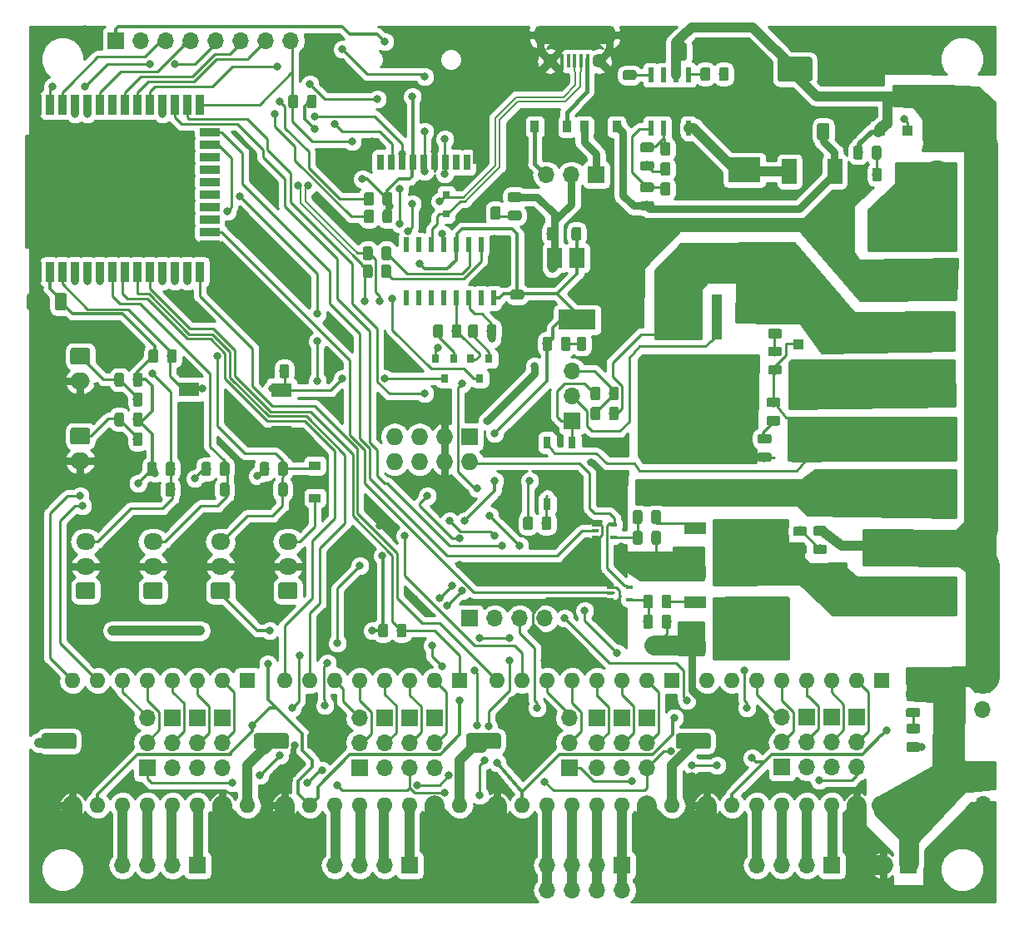
<source format=gtl>
G04 #@! TF.GenerationSoftware,KiCad,Pcbnew,5.0.2-bee76a0~70~ubuntu18.04.1*
G04 #@! TF.CreationDate,2019-10-06T12:17:10+09:00*
G04 #@! TF.ProjectId,MRR_ESPA,4d52525f-4553-4504-912e-6b696361645f,v1.3*
G04 #@! TF.SameCoordinates,Original*
G04 #@! TF.FileFunction,Copper,L1,Top*
G04 #@! TF.FilePolarity,Positive*
%FSLAX46Y46*%
G04 Gerber Fmt 4.6, Leading zero omitted, Abs format (unit mm)*
G04 Created by KiCad (PCBNEW 5.0.2-bee76a0~70~ubuntu18.04.1) date Sun 06 Oct 2019 12:17:10 PM JST*
%MOMM*%
%LPD*%
G01*
G04 APERTURE LIST*
G04 #@! TA.AperFunction,Conductor*
%ADD10C,0.100000*%
G04 #@! TD*
G04 #@! TA.AperFunction,SMDPad,CuDef*
%ADD11C,0.975000*%
G04 #@! TD*
G04 #@! TA.AperFunction,SMDPad,CuDef*
%ADD12C,3.750000*%
G04 #@! TD*
G04 #@! TA.AperFunction,SMDPad,CuDef*
%ADD13C,1.250000*%
G04 #@! TD*
G04 #@! TA.AperFunction,SMDPad,CuDef*
%ADD14R,1.200000X1.900000*%
G04 #@! TD*
G04 #@! TA.AperFunction,ComponentPad*
%ADD15O,1.200000X1.900000*%
G04 #@! TD*
G04 #@! TA.AperFunction,SMDPad,CuDef*
%ADD16R,1.500000X1.900000*%
G04 #@! TD*
G04 #@! TA.AperFunction,ComponentPad*
%ADD17C,1.450000*%
G04 #@! TD*
G04 #@! TA.AperFunction,SMDPad,CuDef*
%ADD18R,0.400000X1.350000*%
G04 #@! TD*
G04 #@! TA.AperFunction,ComponentPad*
%ADD19O,1.727200X1.727200*%
G04 #@! TD*
G04 #@! TA.AperFunction,ComponentPad*
%ADD20R,1.727200X1.727200*%
G04 #@! TD*
G04 #@! TA.AperFunction,SMDPad,CuDef*
%ADD21C,2.500000*%
G04 #@! TD*
G04 #@! TA.AperFunction,SMDPad,CuDef*
%ADD22C,1.600000*%
G04 #@! TD*
G04 #@! TA.AperFunction,ComponentPad*
%ADD23C,2.600000*%
G04 #@! TD*
G04 #@! TA.AperFunction,ComponentPad*
%ADD24R,2.600000X2.600000*%
G04 #@! TD*
G04 #@! TA.AperFunction,ComponentPad*
%ADD25O,1.700000X1.700000*%
G04 #@! TD*
G04 #@! TA.AperFunction,ComponentPad*
%ADD26R,1.700000X1.700000*%
G04 #@! TD*
G04 #@! TA.AperFunction,SMDPad,CuDef*
%ADD27R,10.800000X9.400000*%
G04 #@! TD*
G04 #@! TA.AperFunction,SMDPad,CuDef*
%ADD28R,1.100000X4.600000*%
G04 #@! TD*
G04 #@! TA.AperFunction,SMDPad,CuDef*
%ADD29R,6.400000X5.800000*%
G04 #@! TD*
G04 #@! TA.AperFunction,SMDPad,CuDef*
%ADD30R,2.200000X1.200000*%
G04 #@! TD*
G04 #@! TA.AperFunction,SMDPad,CuDef*
%ADD31R,0.800000X0.900000*%
G04 #@! TD*
G04 #@! TA.AperFunction,SMDPad,CuDef*
%ADD32R,0.900000X2.000000*%
G04 #@! TD*
G04 #@! TA.AperFunction,SMDPad,CuDef*
%ADD33R,2.000000X0.900000*%
G04 #@! TD*
G04 #@! TA.AperFunction,SMDPad,CuDef*
%ADD34R,5.000000X5.000000*%
G04 #@! TD*
G04 #@! TA.AperFunction,ViaPad*
%ADD35C,0.600000*%
G04 #@! TD*
G04 #@! TA.AperFunction,SMDPad,CuDef*
%ADD36R,0.600000X1.550000*%
G04 #@! TD*
G04 #@! TA.AperFunction,Conductor*
%ADD37R,4.500000X2.950000*%
G04 #@! TD*
G04 #@! TA.AperFunction,SMDPad,CuDef*
%ADD38R,3.100000X2.600000*%
G04 #@! TD*
G04 #@! TA.AperFunction,SMDPad,CuDef*
%ADD39R,0.600000X1.500000*%
G04 #@! TD*
G04 #@! TA.AperFunction,SMDPad,CuDef*
%ADD40R,1.500000X2.000000*%
G04 #@! TD*
G04 #@! TA.AperFunction,SMDPad,CuDef*
%ADD41R,3.800000X2.000000*%
G04 #@! TD*
G04 #@! TA.AperFunction,ComponentPad*
%ADD42O,1.600000X1.600000*%
G04 #@! TD*
G04 #@! TA.AperFunction,ComponentPad*
%ADD43R,1.600000X1.600000*%
G04 #@! TD*
G04 #@! TA.AperFunction,SMDPad,CuDef*
%ADD44R,0.700000X1.600000*%
G04 #@! TD*
G04 #@! TA.AperFunction,SMDPad,CuDef*
%ADD45R,1.200000X1.400000*%
G04 #@! TD*
G04 #@! TA.AperFunction,SMDPad,CuDef*
%ADD46R,1.600000X1.400000*%
G04 #@! TD*
G04 #@! TA.AperFunction,SMDPad,CuDef*
%ADD47R,1.200000X2.200000*%
G04 #@! TD*
G04 #@! TA.AperFunction,SMDPad,CuDef*
%ADD48R,3.150000X1.960000*%
G04 #@! TD*
G04 #@! TA.AperFunction,SMDPad,CuDef*
%ADD49R,1.500000X2.500000*%
G04 #@! TD*
G04 #@! TA.AperFunction,SMDPad,CuDef*
%ADD50R,2.100000X1.450000*%
G04 #@! TD*
G04 #@! TA.AperFunction,SMDPad,CuDef*
%ADD51R,3.300000X2.500000*%
G04 #@! TD*
G04 #@! TA.AperFunction,SMDPad,CuDef*
%ADD52R,1.200000X0.900000*%
G04 #@! TD*
G04 #@! TA.AperFunction,SMDPad,CuDef*
%ADD53R,1.100000X1.100000*%
G04 #@! TD*
G04 #@! TA.AperFunction,SMDPad,CuDef*
%ADD54R,0.800000X0.800000*%
G04 #@! TD*
G04 #@! TA.AperFunction,SMDPad,CuDef*
%ADD55R,0.800000X1.200000*%
G04 #@! TD*
G04 #@! TA.AperFunction,SMDPad,CuDef*
%ADD56R,0.650000X0.400000*%
G04 #@! TD*
G04 #@! TA.AperFunction,SMDPad,CuDef*
%ADD57R,0.900000X1.200000*%
G04 #@! TD*
G04 #@! TA.AperFunction,ComponentPad*
%ADD58O,1.950000X1.700000*%
G04 #@! TD*
G04 #@! TA.AperFunction,ComponentPad*
%ADD59C,1.700000*%
G04 #@! TD*
G04 #@! TA.AperFunction,ComponentPad*
%ADD60O,2.000000X1.700000*%
G04 #@! TD*
G04 #@! TA.AperFunction,ViaPad*
%ADD61C,0.800000*%
G04 #@! TD*
G04 #@! TA.AperFunction,ViaPad*
%ADD62C,1.000000*%
G04 #@! TD*
G04 #@! TA.AperFunction,Conductor*
%ADD63C,0.250000*%
G04 #@! TD*
G04 #@! TA.AperFunction,Conductor*
%ADD64C,1.000000*%
G04 #@! TD*
G04 #@! TA.AperFunction,Conductor*
%ADD65C,2.000000*%
G04 #@! TD*
G04 #@! TA.AperFunction,Conductor*
%ADD66C,0.800000*%
G04 #@! TD*
G04 #@! TA.AperFunction,Conductor*
%ADD67C,3.000000*%
G04 #@! TD*
G04 #@! TA.AperFunction,Conductor*
%ADD68C,3.500000*%
G04 #@! TD*
G04 #@! TA.AperFunction,Conductor*
%ADD69C,0.500000*%
G04 #@! TD*
G04 #@! TA.AperFunction,Conductor*
%ADD70C,0.300000*%
G04 #@! TD*
G04 #@! TA.AperFunction,Conductor*
%ADD71C,4.000000*%
G04 #@! TD*
G04 #@! TA.AperFunction,Conductor*
%ADD72C,0.400000*%
G04 #@! TD*
G04 #@! TA.AperFunction,Conductor*
%ADD73C,0.200000*%
G04 #@! TD*
G04 #@! TA.AperFunction,Conductor*
%ADD74C,0.254000*%
G04 #@! TD*
G04 APERTURE END LIST*
D10*
G04 #@! TO.N,GND*
G04 #@! TO.C,C14*
G36*
X103405142Y-67101174D02*
X103428803Y-67104684D01*
X103452007Y-67110496D01*
X103474529Y-67118554D01*
X103496153Y-67128782D01*
X103516670Y-67141079D01*
X103535883Y-67155329D01*
X103553607Y-67171393D01*
X103569671Y-67189117D01*
X103583921Y-67208330D01*
X103596218Y-67228847D01*
X103606446Y-67250471D01*
X103614504Y-67272993D01*
X103620316Y-67296197D01*
X103623826Y-67319858D01*
X103625000Y-67343750D01*
X103625000Y-68256250D01*
X103623826Y-68280142D01*
X103620316Y-68303803D01*
X103614504Y-68327007D01*
X103606446Y-68349529D01*
X103596218Y-68371153D01*
X103583921Y-68391670D01*
X103569671Y-68410883D01*
X103553607Y-68428607D01*
X103535883Y-68444671D01*
X103516670Y-68458921D01*
X103496153Y-68471218D01*
X103474529Y-68481446D01*
X103452007Y-68489504D01*
X103428803Y-68495316D01*
X103405142Y-68498826D01*
X103381250Y-68500000D01*
X102893750Y-68500000D01*
X102869858Y-68498826D01*
X102846197Y-68495316D01*
X102822993Y-68489504D01*
X102800471Y-68481446D01*
X102778847Y-68471218D01*
X102758330Y-68458921D01*
X102739117Y-68444671D01*
X102721393Y-68428607D01*
X102705329Y-68410883D01*
X102691079Y-68391670D01*
X102678782Y-68371153D01*
X102668554Y-68349529D01*
X102660496Y-68327007D01*
X102654684Y-68303803D01*
X102651174Y-68280142D01*
X102650000Y-68256250D01*
X102650000Y-67343750D01*
X102651174Y-67319858D01*
X102654684Y-67296197D01*
X102660496Y-67272993D01*
X102668554Y-67250471D01*
X102678782Y-67228847D01*
X102691079Y-67208330D01*
X102705329Y-67189117D01*
X102721393Y-67171393D01*
X102739117Y-67155329D01*
X102758330Y-67141079D01*
X102778847Y-67128782D01*
X102800471Y-67118554D01*
X102822993Y-67110496D01*
X102846197Y-67104684D01*
X102869858Y-67101174D01*
X102893750Y-67100000D01*
X103381250Y-67100000D01*
X103405142Y-67101174D01*
X103405142Y-67101174D01*
G37*
D11*
G04 #@! TD*
G04 #@! TO.P,C14,2*
G04 #@! TO.N,GND*
X103137500Y-67800000D03*
D10*
G04 #@! TO.N,+3V3*
G04 #@! TO.C,C14*
G36*
X101530142Y-67101174D02*
X101553803Y-67104684D01*
X101577007Y-67110496D01*
X101599529Y-67118554D01*
X101621153Y-67128782D01*
X101641670Y-67141079D01*
X101660883Y-67155329D01*
X101678607Y-67171393D01*
X101694671Y-67189117D01*
X101708921Y-67208330D01*
X101721218Y-67228847D01*
X101731446Y-67250471D01*
X101739504Y-67272993D01*
X101745316Y-67296197D01*
X101748826Y-67319858D01*
X101750000Y-67343750D01*
X101750000Y-68256250D01*
X101748826Y-68280142D01*
X101745316Y-68303803D01*
X101739504Y-68327007D01*
X101731446Y-68349529D01*
X101721218Y-68371153D01*
X101708921Y-68391670D01*
X101694671Y-68410883D01*
X101678607Y-68428607D01*
X101660883Y-68444671D01*
X101641670Y-68458921D01*
X101621153Y-68471218D01*
X101599529Y-68481446D01*
X101577007Y-68489504D01*
X101553803Y-68495316D01*
X101530142Y-68498826D01*
X101506250Y-68500000D01*
X101018750Y-68500000D01*
X100994858Y-68498826D01*
X100971197Y-68495316D01*
X100947993Y-68489504D01*
X100925471Y-68481446D01*
X100903847Y-68471218D01*
X100883330Y-68458921D01*
X100864117Y-68444671D01*
X100846393Y-68428607D01*
X100830329Y-68410883D01*
X100816079Y-68391670D01*
X100803782Y-68371153D01*
X100793554Y-68349529D01*
X100785496Y-68327007D01*
X100779684Y-68303803D01*
X100776174Y-68280142D01*
X100775000Y-68256250D01*
X100775000Y-67343750D01*
X100776174Y-67319858D01*
X100779684Y-67296197D01*
X100785496Y-67272993D01*
X100793554Y-67250471D01*
X100803782Y-67228847D01*
X100816079Y-67208330D01*
X100830329Y-67189117D01*
X100846393Y-67171393D01*
X100864117Y-67155329D01*
X100883330Y-67141079D01*
X100903847Y-67128782D01*
X100925471Y-67118554D01*
X100947993Y-67110496D01*
X100971197Y-67104684D01*
X100994858Y-67101174D01*
X101018750Y-67100000D01*
X101506250Y-67100000D01*
X101530142Y-67101174D01*
X101530142Y-67101174D01*
G37*
D11*
G04 #@! TD*
G04 #@! TO.P,C14,1*
G04 #@! TO.N,+3V3*
X101262500Y-67800000D03*
D10*
G04 #@! TO.N,GND*
G04 #@! TO.C,C13*
G36*
X97130142Y-67101174D02*
X97153803Y-67104684D01*
X97177007Y-67110496D01*
X97199529Y-67118554D01*
X97221153Y-67128782D01*
X97241670Y-67141079D01*
X97260883Y-67155329D01*
X97278607Y-67171393D01*
X97294671Y-67189117D01*
X97308921Y-67208330D01*
X97321218Y-67228847D01*
X97331446Y-67250471D01*
X97339504Y-67272993D01*
X97345316Y-67296197D01*
X97348826Y-67319858D01*
X97350000Y-67343750D01*
X97350000Y-68256250D01*
X97348826Y-68280142D01*
X97345316Y-68303803D01*
X97339504Y-68327007D01*
X97331446Y-68349529D01*
X97321218Y-68371153D01*
X97308921Y-68391670D01*
X97294671Y-68410883D01*
X97278607Y-68428607D01*
X97260883Y-68444671D01*
X97241670Y-68458921D01*
X97221153Y-68471218D01*
X97199529Y-68481446D01*
X97177007Y-68489504D01*
X97153803Y-68495316D01*
X97130142Y-68498826D01*
X97106250Y-68500000D01*
X96618750Y-68500000D01*
X96594858Y-68498826D01*
X96571197Y-68495316D01*
X96547993Y-68489504D01*
X96525471Y-68481446D01*
X96503847Y-68471218D01*
X96483330Y-68458921D01*
X96464117Y-68444671D01*
X96446393Y-68428607D01*
X96430329Y-68410883D01*
X96416079Y-68391670D01*
X96403782Y-68371153D01*
X96393554Y-68349529D01*
X96385496Y-68327007D01*
X96379684Y-68303803D01*
X96376174Y-68280142D01*
X96375000Y-68256250D01*
X96375000Y-67343750D01*
X96376174Y-67319858D01*
X96379684Y-67296197D01*
X96385496Y-67272993D01*
X96393554Y-67250471D01*
X96403782Y-67228847D01*
X96416079Y-67208330D01*
X96430329Y-67189117D01*
X96446393Y-67171393D01*
X96464117Y-67155329D01*
X96483330Y-67141079D01*
X96503847Y-67128782D01*
X96525471Y-67118554D01*
X96547993Y-67110496D01*
X96571197Y-67104684D01*
X96594858Y-67101174D01*
X96618750Y-67100000D01*
X97106250Y-67100000D01*
X97130142Y-67101174D01*
X97130142Y-67101174D01*
G37*
D11*
G04 #@! TD*
G04 #@! TO.P,C13,2*
G04 #@! TO.N,GND*
X96862500Y-67800000D03*
D10*
G04 #@! TO.N,+5V*
G04 #@! TO.C,C13*
G36*
X99005142Y-67101174D02*
X99028803Y-67104684D01*
X99052007Y-67110496D01*
X99074529Y-67118554D01*
X99096153Y-67128782D01*
X99116670Y-67141079D01*
X99135883Y-67155329D01*
X99153607Y-67171393D01*
X99169671Y-67189117D01*
X99183921Y-67208330D01*
X99196218Y-67228847D01*
X99206446Y-67250471D01*
X99214504Y-67272993D01*
X99220316Y-67296197D01*
X99223826Y-67319858D01*
X99225000Y-67343750D01*
X99225000Y-68256250D01*
X99223826Y-68280142D01*
X99220316Y-68303803D01*
X99214504Y-68327007D01*
X99206446Y-68349529D01*
X99196218Y-68371153D01*
X99183921Y-68391670D01*
X99169671Y-68410883D01*
X99153607Y-68428607D01*
X99135883Y-68444671D01*
X99116670Y-68458921D01*
X99096153Y-68471218D01*
X99074529Y-68481446D01*
X99052007Y-68489504D01*
X99028803Y-68495316D01*
X99005142Y-68498826D01*
X98981250Y-68500000D01*
X98493750Y-68500000D01*
X98469858Y-68498826D01*
X98446197Y-68495316D01*
X98422993Y-68489504D01*
X98400471Y-68481446D01*
X98378847Y-68471218D01*
X98358330Y-68458921D01*
X98339117Y-68444671D01*
X98321393Y-68428607D01*
X98305329Y-68410883D01*
X98291079Y-68391670D01*
X98278782Y-68371153D01*
X98268554Y-68349529D01*
X98260496Y-68327007D01*
X98254684Y-68303803D01*
X98251174Y-68280142D01*
X98250000Y-68256250D01*
X98250000Y-67343750D01*
X98251174Y-67319858D01*
X98254684Y-67296197D01*
X98260496Y-67272993D01*
X98268554Y-67250471D01*
X98278782Y-67228847D01*
X98291079Y-67208330D01*
X98305329Y-67189117D01*
X98321393Y-67171393D01*
X98339117Y-67155329D01*
X98358330Y-67141079D01*
X98378847Y-67128782D01*
X98400471Y-67118554D01*
X98422993Y-67110496D01*
X98446197Y-67104684D01*
X98469858Y-67101174D01*
X98493750Y-67100000D01*
X98981250Y-67100000D01*
X99005142Y-67101174D01*
X99005142Y-67101174D01*
G37*
D11*
G04 #@! TD*
G04 #@! TO.P,C13,1*
G04 #@! TO.N,+5V*
X98737500Y-67800000D03*
D10*
G04 #@! TO.N,Net-(F2-Pad2)*
G04 #@! TO.C,F2*
G36*
X126152196Y-80552257D02*
X126197699Y-80559007D01*
X126242321Y-80570184D01*
X126285633Y-80585681D01*
X126327217Y-80605349D01*
X126366674Y-80628999D01*
X126403622Y-80656401D01*
X126437706Y-80687294D01*
X126468599Y-80721378D01*
X126496001Y-80758326D01*
X126519651Y-80797783D01*
X126539319Y-80839367D01*
X126554816Y-80882679D01*
X126565993Y-80927301D01*
X126572743Y-80972804D01*
X126575000Y-81018750D01*
X126575000Y-84081250D01*
X126572743Y-84127196D01*
X126565993Y-84172699D01*
X126554816Y-84217321D01*
X126539319Y-84260633D01*
X126519651Y-84302217D01*
X126496001Y-84341674D01*
X126468599Y-84378622D01*
X126437706Y-84412706D01*
X126403622Y-84443599D01*
X126366674Y-84471001D01*
X126327217Y-84494651D01*
X126285633Y-84514319D01*
X126242321Y-84529816D01*
X126197699Y-84540993D01*
X126152196Y-84547743D01*
X126106250Y-84550000D01*
X123293750Y-84550000D01*
X123247804Y-84547743D01*
X123202301Y-84540993D01*
X123157679Y-84529816D01*
X123114367Y-84514319D01*
X123072783Y-84494651D01*
X123033326Y-84471001D01*
X122996378Y-84443599D01*
X122962294Y-84412706D01*
X122931401Y-84378622D01*
X122903999Y-84341674D01*
X122880349Y-84302217D01*
X122860681Y-84260633D01*
X122845184Y-84217321D01*
X122834007Y-84172699D01*
X122827257Y-84127196D01*
X122825000Y-84081250D01*
X122825000Y-81018750D01*
X122827257Y-80972804D01*
X122834007Y-80927301D01*
X122845184Y-80882679D01*
X122860681Y-80839367D01*
X122880349Y-80797783D01*
X122903999Y-80758326D01*
X122931401Y-80721378D01*
X122962294Y-80687294D01*
X122996378Y-80656401D01*
X123033326Y-80628999D01*
X123072783Y-80605349D01*
X123114367Y-80585681D01*
X123157679Y-80570184D01*
X123202301Y-80559007D01*
X123247804Y-80552257D01*
X123293750Y-80550000D01*
X126106250Y-80550000D01*
X126152196Y-80552257D01*
X126152196Y-80552257D01*
G37*
D12*
G04 #@! TD*
G04 #@! TO.P,F2,2*
G04 #@! TO.N,Net-(F2-Pad2)*
X124700000Y-82550000D03*
D10*
G04 #@! TO.N,VBED*
G04 #@! TO.C,F2*
G36*
X126152196Y-87052257D02*
X126197699Y-87059007D01*
X126242321Y-87070184D01*
X126285633Y-87085681D01*
X126327217Y-87105349D01*
X126366674Y-87128999D01*
X126403622Y-87156401D01*
X126437706Y-87187294D01*
X126468599Y-87221378D01*
X126496001Y-87258326D01*
X126519651Y-87297783D01*
X126539319Y-87339367D01*
X126554816Y-87382679D01*
X126565993Y-87427301D01*
X126572743Y-87472804D01*
X126575000Y-87518750D01*
X126575000Y-90581250D01*
X126572743Y-90627196D01*
X126565993Y-90672699D01*
X126554816Y-90717321D01*
X126539319Y-90760633D01*
X126519651Y-90802217D01*
X126496001Y-90841674D01*
X126468599Y-90878622D01*
X126437706Y-90912706D01*
X126403622Y-90943599D01*
X126366674Y-90971001D01*
X126327217Y-90994651D01*
X126285633Y-91014319D01*
X126242321Y-91029816D01*
X126197699Y-91040993D01*
X126152196Y-91047743D01*
X126106250Y-91050000D01*
X123293750Y-91050000D01*
X123247804Y-91047743D01*
X123202301Y-91040993D01*
X123157679Y-91029816D01*
X123114367Y-91014319D01*
X123072783Y-90994651D01*
X123033326Y-90971001D01*
X122996378Y-90943599D01*
X122962294Y-90912706D01*
X122931401Y-90878622D01*
X122903999Y-90841674D01*
X122880349Y-90802217D01*
X122860681Y-90760633D01*
X122845184Y-90717321D01*
X122834007Y-90672699D01*
X122827257Y-90627196D01*
X122825000Y-90581250D01*
X122825000Y-87518750D01*
X122827257Y-87472804D01*
X122834007Y-87427301D01*
X122845184Y-87382679D01*
X122860681Y-87339367D01*
X122880349Y-87297783D01*
X122903999Y-87258326D01*
X122931401Y-87221378D01*
X122962294Y-87187294D01*
X122996378Y-87156401D01*
X123033326Y-87128999D01*
X123072783Y-87105349D01*
X123114367Y-87085681D01*
X123157679Y-87070184D01*
X123202301Y-87059007D01*
X123247804Y-87052257D01*
X123293750Y-87050000D01*
X126106250Y-87050000D01*
X126152196Y-87052257D01*
X126152196Y-87052257D01*
G37*
D12*
G04 #@! TD*
G04 #@! TO.P,F2,1*
G04 #@! TO.N,VBED*
X124700000Y-89050000D03*
D10*
G04 #@! TO.N,VIN*
G04 #@! TO.C,C7*
G36*
X112283504Y-48402204D02*
X112307773Y-48405804D01*
X112331571Y-48411765D01*
X112354671Y-48420030D01*
X112376849Y-48430520D01*
X112397893Y-48443133D01*
X112417598Y-48457747D01*
X112435777Y-48474223D01*
X112452253Y-48492402D01*
X112466867Y-48512107D01*
X112479480Y-48533151D01*
X112489970Y-48555329D01*
X112498235Y-48578429D01*
X112504196Y-48602227D01*
X112507796Y-48626496D01*
X112509000Y-48651000D01*
X112509000Y-49901000D01*
X112507796Y-49925504D01*
X112504196Y-49949773D01*
X112498235Y-49973571D01*
X112489970Y-49996671D01*
X112479480Y-50018849D01*
X112466867Y-50039893D01*
X112452253Y-50059598D01*
X112435777Y-50077777D01*
X112417598Y-50094253D01*
X112397893Y-50108867D01*
X112376849Y-50121480D01*
X112354671Y-50131970D01*
X112331571Y-50140235D01*
X112307773Y-50146196D01*
X112283504Y-50149796D01*
X112259000Y-50151000D01*
X111509000Y-50151000D01*
X111484496Y-50149796D01*
X111460227Y-50146196D01*
X111436429Y-50140235D01*
X111413329Y-50131970D01*
X111391151Y-50121480D01*
X111370107Y-50108867D01*
X111350402Y-50094253D01*
X111332223Y-50077777D01*
X111315747Y-50059598D01*
X111301133Y-50039893D01*
X111288520Y-50018849D01*
X111278030Y-49996671D01*
X111269765Y-49973571D01*
X111263804Y-49949773D01*
X111260204Y-49925504D01*
X111259000Y-49901000D01*
X111259000Y-48651000D01*
X111260204Y-48626496D01*
X111263804Y-48602227D01*
X111269765Y-48578429D01*
X111278030Y-48555329D01*
X111288520Y-48533151D01*
X111301133Y-48512107D01*
X111315747Y-48492402D01*
X111332223Y-48474223D01*
X111350402Y-48457747D01*
X111370107Y-48443133D01*
X111391151Y-48430520D01*
X111413329Y-48420030D01*
X111436429Y-48411765D01*
X111460227Y-48405804D01*
X111484496Y-48402204D01*
X111509000Y-48401000D01*
X112259000Y-48401000D01*
X112283504Y-48402204D01*
X112283504Y-48402204D01*
G37*
D13*
G04 #@! TD*
G04 #@! TO.P,C7,2*
G04 #@! TO.N,VIN*
X111884000Y-49276000D03*
D10*
G04 #@! TO.N,GND*
G04 #@! TO.C,C7*
G36*
X115083504Y-48402204D02*
X115107773Y-48405804D01*
X115131571Y-48411765D01*
X115154671Y-48420030D01*
X115176849Y-48430520D01*
X115197893Y-48443133D01*
X115217598Y-48457747D01*
X115235777Y-48474223D01*
X115252253Y-48492402D01*
X115266867Y-48512107D01*
X115279480Y-48533151D01*
X115289970Y-48555329D01*
X115298235Y-48578429D01*
X115304196Y-48602227D01*
X115307796Y-48626496D01*
X115309000Y-48651000D01*
X115309000Y-49901000D01*
X115307796Y-49925504D01*
X115304196Y-49949773D01*
X115298235Y-49973571D01*
X115289970Y-49996671D01*
X115279480Y-50018849D01*
X115266867Y-50039893D01*
X115252253Y-50059598D01*
X115235777Y-50077777D01*
X115217598Y-50094253D01*
X115197893Y-50108867D01*
X115176849Y-50121480D01*
X115154671Y-50131970D01*
X115131571Y-50140235D01*
X115107773Y-50146196D01*
X115083504Y-50149796D01*
X115059000Y-50151000D01*
X114309000Y-50151000D01*
X114284496Y-50149796D01*
X114260227Y-50146196D01*
X114236429Y-50140235D01*
X114213329Y-50131970D01*
X114191151Y-50121480D01*
X114170107Y-50108867D01*
X114150402Y-50094253D01*
X114132223Y-50077777D01*
X114115747Y-50059598D01*
X114101133Y-50039893D01*
X114088520Y-50018849D01*
X114078030Y-49996671D01*
X114069765Y-49973571D01*
X114063804Y-49949773D01*
X114060204Y-49925504D01*
X114059000Y-49901000D01*
X114059000Y-48651000D01*
X114060204Y-48626496D01*
X114063804Y-48602227D01*
X114069765Y-48578429D01*
X114078030Y-48555329D01*
X114088520Y-48533151D01*
X114101133Y-48512107D01*
X114115747Y-48492402D01*
X114132223Y-48474223D01*
X114150402Y-48457747D01*
X114170107Y-48443133D01*
X114191151Y-48430520D01*
X114213329Y-48420030D01*
X114236429Y-48411765D01*
X114260227Y-48405804D01*
X114284496Y-48402204D01*
X114309000Y-48401000D01*
X115059000Y-48401000D01*
X115083504Y-48402204D01*
X115083504Y-48402204D01*
G37*
D13*
G04 #@! TD*
G04 #@! TO.P,C7,1*
G04 #@! TO.N,GND*
X114684000Y-49276000D03*
D14*
G04 #@! TO.P,J16,6*
G04 #@! TO.N,GND*
X103992000Y-47530500D03*
X98192000Y-47530500D03*
D15*
X97592000Y-47530500D03*
X104592000Y-47530500D03*
D16*
X102092000Y-47530500D03*
D17*
X98592000Y-50230500D03*
D18*
G04 #@! TO.P,J16,3*
G04 #@! TO.N,/D+*
X101092000Y-50230500D03*
G04 #@! TO.P,J16,4*
G04 #@! TO.N,N/C*
X100442000Y-50230500D03*
G04 #@! TO.P,J16,5*
G04 #@! TO.N,GND*
X99792000Y-50230500D03*
G04 #@! TO.P,J16,1*
G04 #@! TO.N,VUSB*
X102392000Y-50230500D03*
G04 #@! TO.P,J16,2*
G04 #@! TO.N,/D-*
X101742000Y-50230500D03*
D17*
G04 #@! TO.P,J16,6*
G04 #@! TO.N,GND*
X103592000Y-50230500D03*
D16*
X100092000Y-47530500D03*
G04 #@! TD*
D19*
G04 #@! TO.P,J15,8*
G04 #@! TO.N,UART-*
X82792247Y-91015440D03*
G04 #@! TO.P,J15,7*
G04 #@! TO.N,N/C*
X82792247Y-88475440D03*
G04 #@! TO.P,J15,6*
G04 #@! TO.N,UART+*
X85332247Y-91015440D03*
G04 #@! TO.P,J15,5*
G04 #@! TO.N,N/C*
X85332247Y-88475440D03*
G04 #@! TO.P,J15,4*
G04 #@! TO.N,GND*
X87872247Y-91015440D03*
G04 #@! TO.P,J15,3*
X87872247Y-88475440D03*
G04 #@! TO.P,J15,2*
G04 #@! TO.N,+5V*
X90412247Y-91015440D03*
D20*
G04 #@! TO.P,J15,1*
X90412247Y-88475440D03*
G04 #@! TD*
D10*
G04 #@! TO.N,X_MIN*
G04 #@! TO.C,C1*
G36*
X60249127Y-93135844D02*
X60272788Y-93139354D01*
X60295992Y-93145166D01*
X60318514Y-93153224D01*
X60340138Y-93163452D01*
X60360655Y-93175749D01*
X60379868Y-93189999D01*
X60397592Y-93206063D01*
X60413656Y-93223787D01*
X60427906Y-93243000D01*
X60440203Y-93263517D01*
X60450431Y-93285141D01*
X60458489Y-93307663D01*
X60464301Y-93330867D01*
X60467811Y-93354528D01*
X60468985Y-93378420D01*
X60468985Y-94290920D01*
X60467811Y-94314812D01*
X60464301Y-94338473D01*
X60458489Y-94361677D01*
X60450431Y-94384199D01*
X60440203Y-94405823D01*
X60427906Y-94426340D01*
X60413656Y-94445553D01*
X60397592Y-94463277D01*
X60379868Y-94479341D01*
X60360655Y-94493591D01*
X60340138Y-94505888D01*
X60318514Y-94516116D01*
X60295992Y-94524174D01*
X60272788Y-94529986D01*
X60249127Y-94533496D01*
X60225235Y-94534670D01*
X59737735Y-94534670D01*
X59713843Y-94533496D01*
X59690182Y-94529986D01*
X59666978Y-94524174D01*
X59644456Y-94516116D01*
X59622832Y-94505888D01*
X59602315Y-94493591D01*
X59583102Y-94479341D01*
X59565378Y-94463277D01*
X59549314Y-94445553D01*
X59535064Y-94426340D01*
X59522767Y-94405823D01*
X59512539Y-94384199D01*
X59504481Y-94361677D01*
X59498669Y-94338473D01*
X59495159Y-94314812D01*
X59493985Y-94290920D01*
X59493985Y-93378420D01*
X59495159Y-93354528D01*
X59498669Y-93330867D01*
X59504481Y-93307663D01*
X59512539Y-93285141D01*
X59522767Y-93263517D01*
X59535064Y-93243000D01*
X59549314Y-93223787D01*
X59565378Y-93206063D01*
X59583102Y-93189999D01*
X59602315Y-93175749D01*
X59622832Y-93163452D01*
X59644456Y-93153224D01*
X59666978Y-93145166D01*
X59690182Y-93139354D01*
X59713843Y-93135844D01*
X59737735Y-93134670D01*
X60225235Y-93134670D01*
X60249127Y-93135844D01*
X60249127Y-93135844D01*
G37*
D11*
G04 #@! TD*
G04 #@! TO.P,C1,2*
G04 #@! TO.N,X_MIN*
X59981485Y-93834670D03*
D10*
G04 #@! TO.N,GND*
G04 #@! TO.C,C1*
G36*
X58374127Y-93135844D02*
X58397788Y-93139354D01*
X58420992Y-93145166D01*
X58443514Y-93153224D01*
X58465138Y-93163452D01*
X58485655Y-93175749D01*
X58504868Y-93189999D01*
X58522592Y-93206063D01*
X58538656Y-93223787D01*
X58552906Y-93243000D01*
X58565203Y-93263517D01*
X58575431Y-93285141D01*
X58583489Y-93307663D01*
X58589301Y-93330867D01*
X58592811Y-93354528D01*
X58593985Y-93378420D01*
X58593985Y-94290920D01*
X58592811Y-94314812D01*
X58589301Y-94338473D01*
X58583489Y-94361677D01*
X58575431Y-94384199D01*
X58565203Y-94405823D01*
X58552906Y-94426340D01*
X58538656Y-94445553D01*
X58522592Y-94463277D01*
X58504868Y-94479341D01*
X58485655Y-94493591D01*
X58465138Y-94505888D01*
X58443514Y-94516116D01*
X58420992Y-94524174D01*
X58397788Y-94529986D01*
X58374127Y-94533496D01*
X58350235Y-94534670D01*
X57862735Y-94534670D01*
X57838843Y-94533496D01*
X57815182Y-94529986D01*
X57791978Y-94524174D01*
X57769456Y-94516116D01*
X57747832Y-94505888D01*
X57727315Y-94493591D01*
X57708102Y-94479341D01*
X57690378Y-94463277D01*
X57674314Y-94445553D01*
X57660064Y-94426340D01*
X57647767Y-94405823D01*
X57637539Y-94384199D01*
X57629481Y-94361677D01*
X57623669Y-94338473D01*
X57620159Y-94314812D01*
X57618985Y-94290920D01*
X57618985Y-93378420D01*
X57620159Y-93354528D01*
X57623669Y-93330867D01*
X57629481Y-93307663D01*
X57637539Y-93285141D01*
X57647767Y-93263517D01*
X57660064Y-93243000D01*
X57674314Y-93223787D01*
X57690378Y-93206063D01*
X57708102Y-93189999D01*
X57727315Y-93175749D01*
X57747832Y-93163452D01*
X57769456Y-93153224D01*
X57791978Y-93145166D01*
X57815182Y-93139354D01*
X57838843Y-93135844D01*
X57862735Y-93134670D01*
X58350235Y-93134670D01*
X58374127Y-93135844D01*
X58374127Y-93135844D01*
G37*
D11*
G04 #@! TD*
G04 #@! TO.P,C1,1*
G04 #@! TO.N,GND*
X58106485Y-93834670D03*
D10*
G04 #@! TO.N,Z_MIN*
G04 #@! TO.C,C2*
G36*
X71689127Y-93135844D02*
X71712788Y-93139354D01*
X71735992Y-93145166D01*
X71758514Y-93153224D01*
X71780138Y-93163452D01*
X71800655Y-93175749D01*
X71819868Y-93189999D01*
X71837592Y-93206063D01*
X71853656Y-93223787D01*
X71867906Y-93243000D01*
X71880203Y-93263517D01*
X71890431Y-93285141D01*
X71898489Y-93307663D01*
X71904301Y-93330867D01*
X71907811Y-93354528D01*
X71908985Y-93378420D01*
X71908985Y-94290920D01*
X71907811Y-94314812D01*
X71904301Y-94338473D01*
X71898489Y-94361677D01*
X71890431Y-94384199D01*
X71880203Y-94405823D01*
X71867906Y-94426340D01*
X71853656Y-94445553D01*
X71837592Y-94463277D01*
X71819868Y-94479341D01*
X71800655Y-94493591D01*
X71780138Y-94505888D01*
X71758514Y-94516116D01*
X71735992Y-94524174D01*
X71712788Y-94529986D01*
X71689127Y-94533496D01*
X71665235Y-94534670D01*
X71177735Y-94534670D01*
X71153843Y-94533496D01*
X71130182Y-94529986D01*
X71106978Y-94524174D01*
X71084456Y-94516116D01*
X71062832Y-94505888D01*
X71042315Y-94493591D01*
X71023102Y-94479341D01*
X71005378Y-94463277D01*
X70989314Y-94445553D01*
X70975064Y-94426340D01*
X70962767Y-94405823D01*
X70952539Y-94384199D01*
X70944481Y-94361677D01*
X70938669Y-94338473D01*
X70935159Y-94314812D01*
X70933985Y-94290920D01*
X70933985Y-93378420D01*
X70935159Y-93354528D01*
X70938669Y-93330867D01*
X70944481Y-93307663D01*
X70952539Y-93285141D01*
X70962767Y-93263517D01*
X70975064Y-93243000D01*
X70989314Y-93223787D01*
X71005378Y-93206063D01*
X71023102Y-93189999D01*
X71042315Y-93175749D01*
X71062832Y-93163452D01*
X71084456Y-93153224D01*
X71106978Y-93145166D01*
X71130182Y-93139354D01*
X71153843Y-93135844D01*
X71177735Y-93134670D01*
X71665235Y-93134670D01*
X71689127Y-93135844D01*
X71689127Y-93135844D01*
G37*
D11*
G04 #@! TD*
G04 #@! TO.P,C2,2*
G04 #@! TO.N,Z_MIN*
X71421485Y-93834670D03*
D10*
G04 #@! TO.N,GND*
G04 #@! TO.C,C2*
G36*
X69814127Y-93135844D02*
X69837788Y-93139354D01*
X69860992Y-93145166D01*
X69883514Y-93153224D01*
X69905138Y-93163452D01*
X69925655Y-93175749D01*
X69944868Y-93189999D01*
X69962592Y-93206063D01*
X69978656Y-93223787D01*
X69992906Y-93243000D01*
X70005203Y-93263517D01*
X70015431Y-93285141D01*
X70023489Y-93307663D01*
X70029301Y-93330867D01*
X70032811Y-93354528D01*
X70033985Y-93378420D01*
X70033985Y-94290920D01*
X70032811Y-94314812D01*
X70029301Y-94338473D01*
X70023489Y-94361677D01*
X70015431Y-94384199D01*
X70005203Y-94405823D01*
X69992906Y-94426340D01*
X69978656Y-94445553D01*
X69962592Y-94463277D01*
X69944868Y-94479341D01*
X69925655Y-94493591D01*
X69905138Y-94505888D01*
X69883514Y-94516116D01*
X69860992Y-94524174D01*
X69837788Y-94529986D01*
X69814127Y-94533496D01*
X69790235Y-94534670D01*
X69302735Y-94534670D01*
X69278843Y-94533496D01*
X69255182Y-94529986D01*
X69231978Y-94524174D01*
X69209456Y-94516116D01*
X69187832Y-94505888D01*
X69167315Y-94493591D01*
X69148102Y-94479341D01*
X69130378Y-94463277D01*
X69114314Y-94445553D01*
X69100064Y-94426340D01*
X69087767Y-94405823D01*
X69077539Y-94384199D01*
X69069481Y-94361677D01*
X69063669Y-94338473D01*
X69060159Y-94314812D01*
X69058985Y-94290920D01*
X69058985Y-93378420D01*
X69060159Y-93354528D01*
X69063669Y-93330867D01*
X69069481Y-93307663D01*
X69077539Y-93285141D01*
X69087767Y-93263517D01*
X69100064Y-93243000D01*
X69114314Y-93223787D01*
X69130378Y-93206063D01*
X69148102Y-93189999D01*
X69167315Y-93175749D01*
X69187832Y-93163452D01*
X69209456Y-93153224D01*
X69231978Y-93145166D01*
X69255182Y-93139354D01*
X69278843Y-93135844D01*
X69302735Y-93134670D01*
X69790235Y-93134670D01*
X69814127Y-93135844D01*
X69814127Y-93135844D01*
G37*
D11*
G04 #@! TD*
G04 #@! TO.P,C2,1*
G04 #@! TO.N,GND*
X69546485Y-93834670D03*
D10*
G04 #@! TO.N,Y_MIN*
G04 #@! TO.C,C3*
G36*
X65765127Y-93135844D02*
X65788788Y-93139354D01*
X65811992Y-93145166D01*
X65834514Y-93153224D01*
X65856138Y-93163452D01*
X65876655Y-93175749D01*
X65895868Y-93189999D01*
X65913592Y-93206063D01*
X65929656Y-93223787D01*
X65943906Y-93243000D01*
X65956203Y-93263517D01*
X65966431Y-93285141D01*
X65974489Y-93307663D01*
X65980301Y-93330867D01*
X65983811Y-93354528D01*
X65984985Y-93378420D01*
X65984985Y-94290920D01*
X65983811Y-94314812D01*
X65980301Y-94338473D01*
X65974489Y-94361677D01*
X65966431Y-94384199D01*
X65956203Y-94405823D01*
X65943906Y-94426340D01*
X65929656Y-94445553D01*
X65913592Y-94463277D01*
X65895868Y-94479341D01*
X65876655Y-94493591D01*
X65856138Y-94505888D01*
X65834514Y-94516116D01*
X65811992Y-94524174D01*
X65788788Y-94529986D01*
X65765127Y-94533496D01*
X65741235Y-94534670D01*
X65253735Y-94534670D01*
X65229843Y-94533496D01*
X65206182Y-94529986D01*
X65182978Y-94524174D01*
X65160456Y-94516116D01*
X65138832Y-94505888D01*
X65118315Y-94493591D01*
X65099102Y-94479341D01*
X65081378Y-94463277D01*
X65065314Y-94445553D01*
X65051064Y-94426340D01*
X65038767Y-94405823D01*
X65028539Y-94384199D01*
X65020481Y-94361677D01*
X65014669Y-94338473D01*
X65011159Y-94314812D01*
X65009985Y-94290920D01*
X65009985Y-93378420D01*
X65011159Y-93354528D01*
X65014669Y-93330867D01*
X65020481Y-93307663D01*
X65028539Y-93285141D01*
X65038767Y-93263517D01*
X65051064Y-93243000D01*
X65065314Y-93223787D01*
X65081378Y-93206063D01*
X65099102Y-93189999D01*
X65118315Y-93175749D01*
X65138832Y-93163452D01*
X65160456Y-93153224D01*
X65182978Y-93145166D01*
X65206182Y-93139354D01*
X65229843Y-93135844D01*
X65253735Y-93134670D01*
X65741235Y-93134670D01*
X65765127Y-93135844D01*
X65765127Y-93135844D01*
G37*
D11*
G04 #@! TD*
G04 #@! TO.P,C3,2*
G04 #@! TO.N,Y_MIN*
X65497485Y-93834670D03*
D10*
G04 #@! TO.N,GND*
G04 #@! TO.C,C3*
G36*
X63890127Y-93135844D02*
X63913788Y-93139354D01*
X63936992Y-93145166D01*
X63959514Y-93153224D01*
X63981138Y-93163452D01*
X64001655Y-93175749D01*
X64020868Y-93189999D01*
X64038592Y-93206063D01*
X64054656Y-93223787D01*
X64068906Y-93243000D01*
X64081203Y-93263517D01*
X64091431Y-93285141D01*
X64099489Y-93307663D01*
X64105301Y-93330867D01*
X64108811Y-93354528D01*
X64109985Y-93378420D01*
X64109985Y-94290920D01*
X64108811Y-94314812D01*
X64105301Y-94338473D01*
X64099489Y-94361677D01*
X64091431Y-94384199D01*
X64081203Y-94405823D01*
X64068906Y-94426340D01*
X64054656Y-94445553D01*
X64038592Y-94463277D01*
X64020868Y-94479341D01*
X64001655Y-94493591D01*
X63981138Y-94505888D01*
X63959514Y-94516116D01*
X63936992Y-94524174D01*
X63913788Y-94529986D01*
X63890127Y-94533496D01*
X63866235Y-94534670D01*
X63378735Y-94534670D01*
X63354843Y-94533496D01*
X63331182Y-94529986D01*
X63307978Y-94524174D01*
X63285456Y-94516116D01*
X63263832Y-94505888D01*
X63243315Y-94493591D01*
X63224102Y-94479341D01*
X63206378Y-94463277D01*
X63190314Y-94445553D01*
X63176064Y-94426340D01*
X63163767Y-94405823D01*
X63153539Y-94384199D01*
X63145481Y-94361677D01*
X63139669Y-94338473D01*
X63136159Y-94314812D01*
X63134985Y-94290920D01*
X63134985Y-93378420D01*
X63136159Y-93354528D01*
X63139669Y-93330867D01*
X63145481Y-93307663D01*
X63153539Y-93285141D01*
X63163767Y-93263517D01*
X63176064Y-93243000D01*
X63190314Y-93223787D01*
X63206378Y-93206063D01*
X63224102Y-93189999D01*
X63243315Y-93175749D01*
X63263832Y-93163452D01*
X63285456Y-93153224D01*
X63307978Y-93145166D01*
X63331182Y-93139354D01*
X63354843Y-93135844D01*
X63378735Y-93134670D01*
X63866235Y-93134670D01*
X63890127Y-93135844D01*
X63890127Y-93135844D01*
G37*
D11*
G04 #@! TD*
G04 #@! TO.P,C3,1*
G04 #@! TO.N,GND*
X63622485Y-93834670D03*
D10*
G04 #@! TO.N,GND*
G04 #@! TO.C,C4*
G36*
X131520504Y-49805204D02*
X131544773Y-49808804D01*
X131568571Y-49814765D01*
X131591671Y-49823030D01*
X131613849Y-49833520D01*
X131634893Y-49846133D01*
X131654598Y-49860747D01*
X131672777Y-49877223D01*
X131689253Y-49895402D01*
X131703867Y-49915107D01*
X131716480Y-49936151D01*
X131726970Y-49958329D01*
X131735235Y-49981429D01*
X131741196Y-50005227D01*
X131744796Y-50029496D01*
X131746000Y-50054000D01*
X131746000Y-52054000D01*
X131744796Y-52078504D01*
X131741196Y-52102773D01*
X131735235Y-52126571D01*
X131726970Y-52149671D01*
X131716480Y-52171849D01*
X131703867Y-52192893D01*
X131689253Y-52212598D01*
X131672777Y-52230777D01*
X131654598Y-52247253D01*
X131634893Y-52261867D01*
X131613849Y-52274480D01*
X131591671Y-52284970D01*
X131568571Y-52293235D01*
X131544773Y-52299196D01*
X131520504Y-52302796D01*
X131496000Y-52304000D01*
X128496000Y-52304000D01*
X128471496Y-52302796D01*
X128447227Y-52299196D01*
X128423429Y-52293235D01*
X128400329Y-52284970D01*
X128378151Y-52274480D01*
X128357107Y-52261867D01*
X128337402Y-52247253D01*
X128319223Y-52230777D01*
X128302747Y-52212598D01*
X128288133Y-52192893D01*
X128275520Y-52171849D01*
X128265030Y-52149671D01*
X128256765Y-52126571D01*
X128250804Y-52102773D01*
X128247204Y-52078504D01*
X128246000Y-52054000D01*
X128246000Y-50054000D01*
X128247204Y-50029496D01*
X128250804Y-50005227D01*
X128256765Y-49981429D01*
X128265030Y-49958329D01*
X128275520Y-49936151D01*
X128288133Y-49915107D01*
X128302747Y-49895402D01*
X128319223Y-49877223D01*
X128337402Y-49860747D01*
X128357107Y-49846133D01*
X128378151Y-49833520D01*
X128400329Y-49823030D01*
X128423429Y-49814765D01*
X128447227Y-49808804D01*
X128471496Y-49805204D01*
X128496000Y-49804000D01*
X131496000Y-49804000D01*
X131520504Y-49805204D01*
X131520504Y-49805204D01*
G37*
D21*
G04 #@! TD*
G04 #@! TO.P,C4,2*
G04 #@! TO.N,GND*
X129996000Y-51054000D03*
D10*
G04 #@! TO.N,VIN*
G04 #@! TO.C,C4*
G36*
X125020504Y-49805204D02*
X125044773Y-49808804D01*
X125068571Y-49814765D01*
X125091671Y-49823030D01*
X125113849Y-49833520D01*
X125134893Y-49846133D01*
X125154598Y-49860747D01*
X125172777Y-49877223D01*
X125189253Y-49895402D01*
X125203867Y-49915107D01*
X125216480Y-49936151D01*
X125226970Y-49958329D01*
X125235235Y-49981429D01*
X125241196Y-50005227D01*
X125244796Y-50029496D01*
X125246000Y-50054000D01*
X125246000Y-52054000D01*
X125244796Y-52078504D01*
X125241196Y-52102773D01*
X125235235Y-52126571D01*
X125226970Y-52149671D01*
X125216480Y-52171849D01*
X125203867Y-52192893D01*
X125189253Y-52212598D01*
X125172777Y-52230777D01*
X125154598Y-52247253D01*
X125134893Y-52261867D01*
X125113849Y-52274480D01*
X125091671Y-52284970D01*
X125068571Y-52293235D01*
X125044773Y-52299196D01*
X125020504Y-52302796D01*
X124996000Y-52304000D01*
X121996000Y-52304000D01*
X121971496Y-52302796D01*
X121947227Y-52299196D01*
X121923429Y-52293235D01*
X121900329Y-52284970D01*
X121878151Y-52274480D01*
X121857107Y-52261867D01*
X121837402Y-52247253D01*
X121819223Y-52230777D01*
X121802747Y-52212598D01*
X121788133Y-52192893D01*
X121775520Y-52171849D01*
X121765030Y-52149671D01*
X121756765Y-52126571D01*
X121750804Y-52102773D01*
X121747204Y-52078504D01*
X121746000Y-52054000D01*
X121746000Y-50054000D01*
X121747204Y-50029496D01*
X121750804Y-50005227D01*
X121756765Y-49981429D01*
X121765030Y-49958329D01*
X121775520Y-49936151D01*
X121788133Y-49915107D01*
X121802747Y-49895402D01*
X121819223Y-49877223D01*
X121837402Y-49860747D01*
X121857107Y-49846133D01*
X121878151Y-49833520D01*
X121900329Y-49823030D01*
X121923429Y-49814765D01*
X121947227Y-49808804D01*
X121971496Y-49805204D01*
X121996000Y-49804000D01*
X124996000Y-49804000D01*
X125020504Y-49805204D01*
X125020504Y-49805204D01*
G37*
D21*
G04 #@! TD*
G04 #@! TO.P,C4,1*
G04 #@! TO.N,VIN*
X123496000Y-51054000D03*
D10*
G04 #@! TO.N,TEMP_BED_PIN*
G04 #@! TO.C,C5*
G36*
X56920142Y-88006174D02*
X56943803Y-88009684D01*
X56967007Y-88015496D01*
X56989529Y-88023554D01*
X57011153Y-88033782D01*
X57031670Y-88046079D01*
X57050883Y-88060329D01*
X57068607Y-88076393D01*
X57084671Y-88094117D01*
X57098921Y-88113330D01*
X57111218Y-88133847D01*
X57121446Y-88155471D01*
X57129504Y-88177993D01*
X57135316Y-88201197D01*
X57138826Y-88224858D01*
X57140000Y-88248750D01*
X57140000Y-89161250D01*
X57138826Y-89185142D01*
X57135316Y-89208803D01*
X57129504Y-89232007D01*
X57121446Y-89254529D01*
X57111218Y-89276153D01*
X57098921Y-89296670D01*
X57084671Y-89315883D01*
X57068607Y-89333607D01*
X57050883Y-89349671D01*
X57031670Y-89363921D01*
X57011153Y-89376218D01*
X56989529Y-89386446D01*
X56967007Y-89394504D01*
X56943803Y-89400316D01*
X56920142Y-89403826D01*
X56896250Y-89405000D01*
X56408750Y-89405000D01*
X56384858Y-89403826D01*
X56361197Y-89400316D01*
X56337993Y-89394504D01*
X56315471Y-89386446D01*
X56293847Y-89376218D01*
X56273330Y-89363921D01*
X56254117Y-89349671D01*
X56236393Y-89333607D01*
X56220329Y-89315883D01*
X56206079Y-89296670D01*
X56193782Y-89276153D01*
X56183554Y-89254529D01*
X56175496Y-89232007D01*
X56169684Y-89208803D01*
X56166174Y-89185142D01*
X56165000Y-89161250D01*
X56165000Y-88248750D01*
X56166174Y-88224858D01*
X56169684Y-88201197D01*
X56175496Y-88177993D01*
X56183554Y-88155471D01*
X56193782Y-88133847D01*
X56206079Y-88113330D01*
X56220329Y-88094117D01*
X56236393Y-88076393D01*
X56254117Y-88060329D01*
X56273330Y-88046079D01*
X56293847Y-88033782D01*
X56315471Y-88023554D01*
X56337993Y-88015496D01*
X56361197Y-88009684D01*
X56384858Y-88006174D01*
X56408750Y-88005000D01*
X56896250Y-88005000D01*
X56920142Y-88006174D01*
X56920142Y-88006174D01*
G37*
D11*
G04 #@! TD*
G04 #@! TO.P,C5,2*
G04 #@! TO.N,TEMP_BED_PIN*
X56652500Y-88705000D03*
D10*
G04 #@! TO.N,GND*
G04 #@! TO.C,C5*
G36*
X55045142Y-88006174D02*
X55068803Y-88009684D01*
X55092007Y-88015496D01*
X55114529Y-88023554D01*
X55136153Y-88033782D01*
X55156670Y-88046079D01*
X55175883Y-88060329D01*
X55193607Y-88076393D01*
X55209671Y-88094117D01*
X55223921Y-88113330D01*
X55236218Y-88133847D01*
X55246446Y-88155471D01*
X55254504Y-88177993D01*
X55260316Y-88201197D01*
X55263826Y-88224858D01*
X55265000Y-88248750D01*
X55265000Y-89161250D01*
X55263826Y-89185142D01*
X55260316Y-89208803D01*
X55254504Y-89232007D01*
X55246446Y-89254529D01*
X55236218Y-89276153D01*
X55223921Y-89296670D01*
X55209671Y-89315883D01*
X55193607Y-89333607D01*
X55175883Y-89349671D01*
X55156670Y-89363921D01*
X55136153Y-89376218D01*
X55114529Y-89386446D01*
X55092007Y-89394504D01*
X55068803Y-89400316D01*
X55045142Y-89403826D01*
X55021250Y-89405000D01*
X54533750Y-89405000D01*
X54509858Y-89403826D01*
X54486197Y-89400316D01*
X54462993Y-89394504D01*
X54440471Y-89386446D01*
X54418847Y-89376218D01*
X54398330Y-89363921D01*
X54379117Y-89349671D01*
X54361393Y-89333607D01*
X54345329Y-89315883D01*
X54331079Y-89296670D01*
X54318782Y-89276153D01*
X54308554Y-89254529D01*
X54300496Y-89232007D01*
X54294684Y-89208803D01*
X54291174Y-89185142D01*
X54290000Y-89161250D01*
X54290000Y-88248750D01*
X54291174Y-88224858D01*
X54294684Y-88201197D01*
X54300496Y-88177993D01*
X54308554Y-88155471D01*
X54318782Y-88133847D01*
X54331079Y-88113330D01*
X54345329Y-88094117D01*
X54361393Y-88076393D01*
X54379117Y-88060329D01*
X54398330Y-88046079D01*
X54418847Y-88033782D01*
X54440471Y-88023554D01*
X54462993Y-88015496D01*
X54486197Y-88009684D01*
X54509858Y-88006174D01*
X54533750Y-88005000D01*
X55021250Y-88005000D01*
X55045142Y-88006174D01*
X55045142Y-88006174D01*
G37*
D11*
G04 #@! TD*
G04 #@! TO.P,C5,1*
G04 #@! TO.N,GND*
X54777500Y-88705000D03*
D10*
G04 #@! TO.N,TEMP_E0_PIN*
G04 #@! TO.C,C6*
G36*
X56920142Y-83981174D02*
X56943803Y-83984684D01*
X56967007Y-83990496D01*
X56989529Y-83998554D01*
X57011153Y-84008782D01*
X57031670Y-84021079D01*
X57050883Y-84035329D01*
X57068607Y-84051393D01*
X57084671Y-84069117D01*
X57098921Y-84088330D01*
X57111218Y-84108847D01*
X57121446Y-84130471D01*
X57129504Y-84152993D01*
X57135316Y-84176197D01*
X57138826Y-84199858D01*
X57140000Y-84223750D01*
X57140000Y-85136250D01*
X57138826Y-85160142D01*
X57135316Y-85183803D01*
X57129504Y-85207007D01*
X57121446Y-85229529D01*
X57111218Y-85251153D01*
X57098921Y-85271670D01*
X57084671Y-85290883D01*
X57068607Y-85308607D01*
X57050883Y-85324671D01*
X57031670Y-85338921D01*
X57011153Y-85351218D01*
X56989529Y-85361446D01*
X56967007Y-85369504D01*
X56943803Y-85375316D01*
X56920142Y-85378826D01*
X56896250Y-85380000D01*
X56408750Y-85380000D01*
X56384858Y-85378826D01*
X56361197Y-85375316D01*
X56337993Y-85369504D01*
X56315471Y-85361446D01*
X56293847Y-85351218D01*
X56273330Y-85338921D01*
X56254117Y-85324671D01*
X56236393Y-85308607D01*
X56220329Y-85290883D01*
X56206079Y-85271670D01*
X56193782Y-85251153D01*
X56183554Y-85229529D01*
X56175496Y-85207007D01*
X56169684Y-85183803D01*
X56166174Y-85160142D01*
X56165000Y-85136250D01*
X56165000Y-84223750D01*
X56166174Y-84199858D01*
X56169684Y-84176197D01*
X56175496Y-84152993D01*
X56183554Y-84130471D01*
X56193782Y-84108847D01*
X56206079Y-84088330D01*
X56220329Y-84069117D01*
X56236393Y-84051393D01*
X56254117Y-84035329D01*
X56273330Y-84021079D01*
X56293847Y-84008782D01*
X56315471Y-83998554D01*
X56337993Y-83990496D01*
X56361197Y-83984684D01*
X56384858Y-83981174D01*
X56408750Y-83980000D01*
X56896250Y-83980000D01*
X56920142Y-83981174D01*
X56920142Y-83981174D01*
G37*
D11*
G04 #@! TD*
G04 #@! TO.P,C6,2*
G04 #@! TO.N,TEMP_E0_PIN*
X56652500Y-84680000D03*
D10*
G04 #@! TO.N,GND*
G04 #@! TO.C,C6*
G36*
X55045142Y-83981174D02*
X55068803Y-83984684D01*
X55092007Y-83990496D01*
X55114529Y-83998554D01*
X55136153Y-84008782D01*
X55156670Y-84021079D01*
X55175883Y-84035329D01*
X55193607Y-84051393D01*
X55209671Y-84069117D01*
X55223921Y-84088330D01*
X55236218Y-84108847D01*
X55246446Y-84130471D01*
X55254504Y-84152993D01*
X55260316Y-84176197D01*
X55263826Y-84199858D01*
X55265000Y-84223750D01*
X55265000Y-85136250D01*
X55263826Y-85160142D01*
X55260316Y-85183803D01*
X55254504Y-85207007D01*
X55246446Y-85229529D01*
X55236218Y-85251153D01*
X55223921Y-85271670D01*
X55209671Y-85290883D01*
X55193607Y-85308607D01*
X55175883Y-85324671D01*
X55156670Y-85338921D01*
X55136153Y-85351218D01*
X55114529Y-85361446D01*
X55092007Y-85369504D01*
X55068803Y-85375316D01*
X55045142Y-85378826D01*
X55021250Y-85380000D01*
X54533750Y-85380000D01*
X54509858Y-85378826D01*
X54486197Y-85375316D01*
X54462993Y-85369504D01*
X54440471Y-85361446D01*
X54418847Y-85351218D01*
X54398330Y-85338921D01*
X54379117Y-85324671D01*
X54361393Y-85308607D01*
X54345329Y-85290883D01*
X54331079Y-85271670D01*
X54318782Y-85251153D01*
X54308554Y-85229529D01*
X54300496Y-85207007D01*
X54294684Y-85183803D01*
X54291174Y-85160142D01*
X54290000Y-85136250D01*
X54290000Y-84223750D01*
X54291174Y-84199858D01*
X54294684Y-84176197D01*
X54300496Y-84152993D01*
X54308554Y-84130471D01*
X54318782Y-84108847D01*
X54331079Y-84088330D01*
X54345329Y-84069117D01*
X54361393Y-84051393D01*
X54379117Y-84035329D01*
X54398330Y-84021079D01*
X54418847Y-84008782D01*
X54440471Y-83998554D01*
X54462993Y-83990496D01*
X54486197Y-83984684D01*
X54509858Y-83981174D01*
X54533750Y-83980000D01*
X55021250Y-83980000D01*
X55045142Y-83981174D01*
X55045142Y-83981174D01*
G37*
D11*
G04 #@! TD*
G04 #@! TO.P,C6,1*
G04 #@! TO.N,GND*
X54777500Y-84680000D03*
D10*
G04 #@! TO.N,GND*
G04 #@! TO.C,C8*
G36*
X112457142Y-60515174D02*
X112480803Y-60518684D01*
X112504007Y-60524496D01*
X112526529Y-60532554D01*
X112548153Y-60542782D01*
X112568670Y-60555079D01*
X112587883Y-60569329D01*
X112605607Y-60585393D01*
X112621671Y-60603117D01*
X112635921Y-60622330D01*
X112648218Y-60642847D01*
X112658446Y-60664471D01*
X112666504Y-60686993D01*
X112672316Y-60710197D01*
X112675826Y-60733858D01*
X112677000Y-60757750D01*
X112677000Y-61670250D01*
X112675826Y-61694142D01*
X112672316Y-61717803D01*
X112666504Y-61741007D01*
X112658446Y-61763529D01*
X112648218Y-61785153D01*
X112635921Y-61805670D01*
X112621671Y-61824883D01*
X112605607Y-61842607D01*
X112587883Y-61858671D01*
X112568670Y-61872921D01*
X112548153Y-61885218D01*
X112526529Y-61895446D01*
X112504007Y-61903504D01*
X112480803Y-61909316D01*
X112457142Y-61912826D01*
X112433250Y-61914000D01*
X111945750Y-61914000D01*
X111921858Y-61912826D01*
X111898197Y-61909316D01*
X111874993Y-61903504D01*
X111852471Y-61895446D01*
X111830847Y-61885218D01*
X111810330Y-61872921D01*
X111791117Y-61858671D01*
X111773393Y-61842607D01*
X111757329Y-61824883D01*
X111743079Y-61805670D01*
X111730782Y-61785153D01*
X111720554Y-61763529D01*
X111712496Y-61741007D01*
X111706684Y-61717803D01*
X111703174Y-61694142D01*
X111702000Y-61670250D01*
X111702000Y-60757750D01*
X111703174Y-60733858D01*
X111706684Y-60710197D01*
X111712496Y-60686993D01*
X111720554Y-60664471D01*
X111730782Y-60642847D01*
X111743079Y-60622330D01*
X111757329Y-60603117D01*
X111773393Y-60585393D01*
X111791117Y-60569329D01*
X111810330Y-60555079D01*
X111830847Y-60542782D01*
X111852471Y-60532554D01*
X111874993Y-60524496D01*
X111898197Y-60518684D01*
X111921858Y-60515174D01*
X111945750Y-60514000D01*
X112433250Y-60514000D01*
X112457142Y-60515174D01*
X112457142Y-60515174D01*
G37*
D11*
G04 #@! TD*
G04 #@! TO.P,C8,2*
G04 #@! TO.N,GND*
X112189500Y-61214000D03*
D10*
G04 #@! TO.N,Net-(C8-Pad1)*
G04 #@! TO.C,C8*
G36*
X110582142Y-60515174D02*
X110605803Y-60518684D01*
X110629007Y-60524496D01*
X110651529Y-60532554D01*
X110673153Y-60542782D01*
X110693670Y-60555079D01*
X110712883Y-60569329D01*
X110730607Y-60585393D01*
X110746671Y-60603117D01*
X110760921Y-60622330D01*
X110773218Y-60642847D01*
X110783446Y-60664471D01*
X110791504Y-60686993D01*
X110797316Y-60710197D01*
X110800826Y-60733858D01*
X110802000Y-60757750D01*
X110802000Y-61670250D01*
X110800826Y-61694142D01*
X110797316Y-61717803D01*
X110791504Y-61741007D01*
X110783446Y-61763529D01*
X110773218Y-61785153D01*
X110760921Y-61805670D01*
X110746671Y-61824883D01*
X110730607Y-61842607D01*
X110712883Y-61858671D01*
X110693670Y-61872921D01*
X110673153Y-61885218D01*
X110651529Y-61895446D01*
X110629007Y-61903504D01*
X110605803Y-61909316D01*
X110582142Y-61912826D01*
X110558250Y-61914000D01*
X110070750Y-61914000D01*
X110046858Y-61912826D01*
X110023197Y-61909316D01*
X109999993Y-61903504D01*
X109977471Y-61895446D01*
X109955847Y-61885218D01*
X109935330Y-61872921D01*
X109916117Y-61858671D01*
X109898393Y-61842607D01*
X109882329Y-61824883D01*
X109868079Y-61805670D01*
X109855782Y-61785153D01*
X109845554Y-61763529D01*
X109837496Y-61741007D01*
X109831684Y-61717803D01*
X109828174Y-61694142D01*
X109827000Y-61670250D01*
X109827000Y-60757750D01*
X109828174Y-60733858D01*
X109831684Y-60710197D01*
X109837496Y-60686993D01*
X109845554Y-60664471D01*
X109855782Y-60642847D01*
X109868079Y-60622330D01*
X109882329Y-60603117D01*
X109898393Y-60585393D01*
X109916117Y-60569329D01*
X109935330Y-60555079D01*
X109955847Y-60542782D01*
X109977471Y-60532554D01*
X109999993Y-60524496D01*
X110023197Y-60518684D01*
X110046858Y-60515174D01*
X110070750Y-60514000D01*
X110558250Y-60514000D01*
X110582142Y-60515174D01*
X110582142Y-60515174D01*
G37*
D11*
G04 #@! TD*
G04 #@! TO.P,C8,1*
G04 #@! TO.N,Net-(C8-Pad1)*
X110314500Y-61214000D03*
D10*
G04 #@! TO.N,GND*
G04 #@! TO.C,C9*
G36*
X112457142Y-58483174D02*
X112480803Y-58486684D01*
X112504007Y-58492496D01*
X112526529Y-58500554D01*
X112548153Y-58510782D01*
X112568670Y-58523079D01*
X112587883Y-58537329D01*
X112605607Y-58553393D01*
X112621671Y-58571117D01*
X112635921Y-58590330D01*
X112648218Y-58610847D01*
X112658446Y-58632471D01*
X112666504Y-58654993D01*
X112672316Y-58678197D01*
X112675826Y-58701858D01*
X112677000Y-58725750D01*
X112677000Y-59638250D01*
X112675826Y-59662142D01*
X112672316Y-59685803D01*
X112666504Y-59709007D01*
X112658446Y-59731529D01*
X112648218Y-59753153D01*
X112635921Y-59773670D01*
X112621671Y-59792883D01*
X112605607Y-59810607D01*
X112587883Y-59826671D01*
X112568670Y-59840921D01*
X112548153Y-59853218D01*
X112526529Y-59863446D01*
X112504007Y-59871504D01*
X112480803Y-59877316D01*
X112457142Y-59880826D01*
X112433250Y-59882000D01*
X111945750Y-59882000D01*
X111921858Y-59880826D01*
X111898197Y-59877316D01*
X111874993Y-59871504D01*
X111852471Y-59863446D01*
X111830847Y-59853218D01*
X111810330Y-59840921D01*
X111791117Y-59826671D01*
X111773393Y-59810607D01*
X111757329Y-59792883D01*
X111743079Y-59773670D01*
X111730782Y-59753153D01*
X111720554Y-59731529D01*
X111712496Y-59709007D01*
X111706684Y-59685803D01*
X111703174Y-59662142D01*
X111702000Y-59638250D01*
X111702000Y-58725750D01*
X111703174Y-58701858D01*
X111706684Y-58678197D01*
X111712496Y-58654993D01*
X111720554Y-58632471D01*
X111730782Y-58610847D01*
X111743079Y-58590330D01*
X111757329Y-58571117D01*
X111773393Y-58553393D01*
X111791117Y-58537329D01*
X111810330Y-58523079D01*
X111830847Y-58510782D01*
X111852471Y-58500554D01*
X111874993Y-58492496D01*
X111898197Y-58486684D01*
X111921858Y-58483174D01*
X111945750Y-58482000D01*
X112433250Y-58482000D01*
X112457142Y-58483174D01*
X112457142Y-58483174D01*
G37*
D11*
G04 #@! TD*
G04 #@! TO.P,C9,2*
G04 #@! TO.N,GND*
X112189500Y-59182000D03*
D10*
G04 #@! TO.N,COMP*
G04 #@! TO.C,C9*
G36*
X110582142Y-58483174D02*
X110605803Y-58486684D01*
X110629007Y-58492496D01*
X110651529Y-58500554D01*
X110673153Y-58510782D01*
X110693670Y-58523079D01*
X110712883Y-58537329D01*
X110730607Y-58553393D01*
X110746671Y-58571117D01*
X110760921Y-58590330D01*
X110773218Y-58610847D01*
X110783446Y-58632471D01*
X110791504Y-58654993D01*
X110797316Y-58678197D01*
X110800826Y-58701858D01*
X110802000Y-58725750D01*
X110802000Y-59638250D01*
X110800826Y-59662142D01*
X110797316Y-59685803D01*
X110791504Y-59709007D01*
X110783446Y-59731529D01*
X110773218Y-59753153D01*
X110760921Y-59773670D01*
X110746671Y-59792883D01*
X110730607Y-59810607D01*
X110712883Y-59826671D01*
X110693670Y-59840921D01*
X110673153Y-59853218D01*
X110651529Y-59863446D01*
X110629007Y-59871504D01*
X110605803Y-59877316D01*
X110582142Y-59880826D01*
X110558250Y-59882000D01*
X110070750Y-59882000D01*
X110046858Y-59880826D01*
X110023197Y-59877316D01*
X109999993Y-59871504D01*
X109977471Y-59863446D01*
X109955847Y-59853218D01*
X109935330Y-59840921D01*
X109916117Y-59826671D01*
X109898393Y-59810607D01*
X109882329Y-59792883D01*
X109868079Y-59773670D01*
X109855782Y-59753153D01*
X109845554Y-59731529D01*
X109837496Y-59709007D01*
X109831684Y-59685803D01*
X109828174Y-59662142D01*
X109827000Y-59638250D01*
X109827000Y-58725750D01*
X109828174Y-58701858D01*
X109831684Y-58678197D01*
X109837496Y-58654993D01*
X109845554Y-58632471D01*
X109855782Y-58610847D01*
X109868079Y-58590330D01*
X109882329Y-58571117D01*
X109898393Y-58553393D01*
X109916117Y-58537329D01*
X109935330Y-58523079D01*
X109955847Y-58510782D01*
X109977471Y-58500554D01*
X109999993Y-58492496D01*
X110023197Y-58486684D01*
X110046858Y-58483174D01*
X110070750Y-58482000D01*
X110558250Y-58482000D01*
X110582142Y-58483174D01*
X110582142Y-58483174D01*
G37*
D11*
G04 #@! TD*
G04 #@! TO.P,C9,1*
G04 #@! TO.N,COMP*
X110314500Y-59182000D03*
D10*
G04 #@! TO.N,Net-(C10-Pad2)*
G04 #@! TO.C,C10*
G36*
X114646142Y-50863174D02*
X114669803Y-50866684D01*
X114693007Y-50872496D01*
X114715529Y-50880554D01*
X114737153Y-50890782D01*
X114757670Y-50903079D01*
X114776883Y-50917329D01*
X114794607Y-50933393D01*
X114810671Y-50951117D01*
X114824921Y-50970330D01*
X114837218Y-50990847D01*
X114847446Y-51012471D01*
X114855504Y-51034993D01*
X114861316Y-51058197D01*
X114864826Y-51081858D01*
X114866000Y-51105750D01*
X114866000Y-52018250D01*
X114864826Y-52042142D01*
X114861316Y-52065803D01*
X114855504Y-52089007D01*
X114847446Y-52111529D01*
X114837218Y-52133153D01*
X114824921Y-52153670D01*
X114810671Y-52172883D01*
X114794607Y-52190607D01*
X114776883Y-52206671D01*
X114757670Y-52220921D01*
X114737153Y-52233218D01*
X114715529Y-52243446D01*
X114693007Y-52251504D01*
X114669803Y-52257316D01*
X114646142Y-52260826D01*
X114622250Y-52262000D01*
X114134750Y-52262000D01*
X114110858Y-52260826D01*
X114087197Y-52257316D01*
X114063993Y-52251504D01*
X114041471Y-52243446D01*
X114019847Y-52233218D01*
X113999330Y-52220921D01*
X113980117Y-52206671D01*
X113962393Y-52190607D01*
X113946329Y-52172883D01*
X113932079Y-52153670D01*
X113919782Y-52133153D01*
X113909554Y-52111529D01*
X113901496Y-52089007D01*
X113895684Y-52065803D01*
X113892174Y-52042142D01*
X113891000Y-52018250D01*
X113891000Y-51105750D01*
X113892174Y-51081858D01*
X113895684Y-51058197D01*
X113901496Y-51034993D01*
X113909554Y-51012471D01*
X113919782Y-50990847D01*
X113932079Y-50970330D01*
X113946329Y-50951117D01*
X113962393Y-50933393D01*
X113980117Y-50917329D01*
X113999330Y-50903079D01*
X114019847Y-50890782D01*
X114041471Y-50880554D01*
X114063993Y-50872496D01*
X114087197Y-50866684D01*
X114110858Y-50863174D01*
X114134750Y-50862000D01*
X114622250Y-50862000D01*
X114646142Y-50863174D01*
X114646142Y-50863174D01*
G37*
D11*
G04 #@! TD*
G04 #@! TO.P,C10,2*
G04 #@! TO.N,Net-(C10-Pad2)*
X114378500Y-51562000D03*
D10*
G04 #@! TO.N,Net-(C10-Pad1)*
G04 #@! TO.C,C10*
G36*
X116521142Y-50863174D02*
X116544803Y-50866684D01*
X116568007Y-50872496D01*
X116590529Y-50880554D01*
X116612153Y-50890782D01*
X116632670Y-50903079D01*
X116651883Y-50917329D01*
X116669607Y-50933393D01*
X116685671Y-50951117D01*
X116699921Y-50970330D01*
X116712218Y-50990847D01*
X116722446Y-51012471D01*
X116730504Y-51034993D01*
X116736316Y-51058197D01*
X116739826Y-51081858D01*
X116741000Y-51105750D01*
X116741000Y-52018250D01*
X116739826Y-52042142D01*
X116736316Y-52065803D01*
X116730504Y-52089007D01*
X116722446Y-52111529D01*
X116712218Y-52133153D01*
X116699921Y-52153670D01*
X116685671Y-52172883D01*
X116669607Y-52190607D01*
X116651883Y-52206671D01*
X116632670Y-52220921D01*
X116612153Y-52233218D01*
X116590529Y-52243446D01*
X116568007Y-52251504D01*
X116544803Y-52257316D01*
X116521142Y-52260826D01*
X116497250Y-52262000D01*
X116009750Y-52262000D01*
X115985858Y-52260826D01*
X115962197Y-52257316D01*
X115938993Y-52251504D01*
X115916471Y-52243446D01*
X115894847Y-52233218D01*
X115874330Y-52220921D01*
X115855117Y-52206671D01*
X115837393Y-52190607D01*
X115821329Y-52172883D01*
X115807079Y-52153670D01*
X115794782Y-52133153D01*
X115784554Y-52111529D01*
X115776496Y-52089007D01*
X115770684Y-52065803D01*
X115767174Y-52042142D01*
X115766000Y-52018250D01*
X115766000Y-51105750D01*
X115767174Y-51081858D01*
X115770684Y-51058197D01*
X115776496Y-51034993D01*
X115784554Y-51012471D01*
X115794782Y-50990847D01*
X115807079Y-50970330D01*
X115821329Y-50951117D01*
X115837393Y-50933393D01*
X115855117Y-50917329D01*
X115874330Y-50903079D01*
X115894847Y-50890782D01*
X115916471Y-50880554D01*
X115938993Y-50872496D01*
X115962197Y-50866684D01*
X115985858Y-50863174D01*
X116009750Y-50862000D01*
X116497250Y-50862000D01*
X116521142Y-50863174D01*
X116521142Y-50863174D01*
G37*
D11*
G04 #@! TD*
G04 #@! TO.P,C10,1*
G04 #@! TO.N,Net-(C10-Pad1)*
X116253500Y-51562000D03*
D10*
G04 #@! TO.N,+3V3*
G04 #@! TO.C,C11*
G36*
X95730142Y-73506174D02*
X95753803Y-73509684D01*
X95777007Y-73515496D01*
X95799529Y-73523554D01*
X95821153Y-73533782D01*
X95841670Y-73546079D01*
X95860883Y-73560329D01*
X95878607Y-73576393D01*
X95894671Y-73594117D01*
X95908921Y-73613330D01*
X95921218Y-73633847D01*
X95931446Y-73655471D01*
X95939504Y-73677993D01*
X95945316Y-73701197D01*
X95948826Y-73724858D01*
X95950000Y-73748750D01*
X95950000Y-74236250D01*
X95948826Y-74260142D01*
X95945316Y-74283803D01*
X95939504Y-74307007D01*
X95931446Y-74329529D01*
X95921218Y-74351153D01*
X95908921Y-74371670D01*
X95894671Y-74390883D01*
X95878607Y-74408607D01*
X95860883Y-74424671D01*
X95841670Y-74438921D01*
X95821153Y-74451218D01*
X95799529Y-74461446D01*
X95777007Y-74469504D01*
X95753803Y-74475316D01*
X95730142Y-74478826D01*
X95706250Y-74480000D01*
X94793750Y-74480000D01*
X94769858Y-74478826D01*
X94746197Y-74475316D01*
X94722993Y-74469504D01*
X94700471Y-74461446D01*
X94678847Y-74451218D01*
X94658330Y-74438921D01*
X94639117Y-74424671D01*
X94621393Y-74408607D01*
X94605329Y-74390883D01*
X94591079Y-74371670D01*
X94578782Y-74351153D01*
X94568554Y-74329529D01*
X94560496Y-74307007D01*
X94554684Y-74283803D01*
X94551174Y-74260142D01*
X94550000Y-74236250D01*
X94550000Y-73748750D01*
X94551174Y-73724858D01*
X94554684Y-73701197D01*
X94560496Y-73677993D01*
X94568554Y-73655471D01*
X94578782Y-73633847D01*
X94591079Y-73613330D01*
X94605329Y-73594117D01*
X94621393Y-73576393D01*
X94639117Y-73560329D01*
X94658330Y-73546079D01*
X94678847Y-73533782D01*
X94700471Y-73523554D01*
X94722993Y-73515496D01*
X94746197Y-73509684D01*
X94769858Y-73506174D01*
X94793750Y-73505000D01*
X95706250Y-73505000D01*
X95730142Y-73506174D01*
X95730142Y-73506174D01*
G37*
D11*
G04 #@! TD*
G04 #@! TO.P,C11,2*
G04 #@! TO.N,+3V3*
X95250000Y-73992500D03*
D10*
G04 #@! TO.N,GND*
G04 #@! TO.C,C11*
G36*
X95730142Y-75381174D02*
X95753803Y-75384684D01*
X95777007Y-75390496D01*
X95799529Y-75398554D01*
X95821153Y-75408782D01*
X95841670Y-75421079D01*
X95860883Y-75435329D01*
X95878607Y-75451393D01*
X95894671Y-75469117D01*
X95908921Y-75488330D01*
X95921218Y-75508847D01*
X95931446Y-75530471D01*
X95939504Y-75552993D01*
X95945316Y-75576197D01*
X95948826Y-75599858D01*
X95950000Y-75623750D01*
X95950000Y-76111250D01*
X95948826Y-76135142D01*
X95945316Y-76158803D01*
X95939504Y-76182007D01*
X95931446Y-76204529D01*
X95921218Y-76226153D01*
X95908921Y-76246670D01*
X95894671Y-76265883D01*
X95878607Y-76283607D01*
X95860883Y-76299671D01*
X95841670Y-76313921D01*
X95821153Y-76326218D01*
X95799529Y-76336446D01*
X95777007Y-76344504D01*
X95753803Y-76350316D01*
X95730142Y-76353826D01*
X95706250Y-76355000D01*
X94793750Y-76355000D01*
X94769858Y-76353826D01*
X94746197Y-76350316D01*
X94722993Y-76344504D01*
X94700471Y-76336446D01*
X94678847Y-76326218D01*
X94658330Y-76313921D01*
X94639117Y-76299671D01*
X94621393Y-76283607D01*
X94605329Y-76265883D01*
X94591079Y-76246670D01*
X94578782Y-76226153D01*
X94568554Y-76204529D01*
X94560496Y-76182007D01*
X94554684Y-76158803D01*
X94551174Y-76135142D01*
X94550000Y-76111250D01*
X94550000Y-75623750D01*
X94551174Y-75599858D01*
X94554684Y-75576197D01*
X94560496Y-75552993D01*
X94568554Y-75530471D01*
X94578782Y-75508847D01*
X94591079Y-75488330D01*
X94605329Y-75469117D01*
X94621393Y-75451393D01*
X94639117Y-75435329D01*
X94658330Y-75421079D01*
X94678847Y-75408782D01*
X94700471Y-75398554D01*
X94722993Y-75390496D01*
X94746197Y-75384684D01*
X94769858Y-75381174D01*
X94793750Y-75380000D01*
X95706250Y-75380000D01*
X95730142Y-75381174D01*
X95730142Y-75381174D01*
G37*
D11*
G04 #@! TD*
G04 #@! TO.P,C11,1*
G04 #@! TO.N,GND*
X95250000Y-75867500D03*
D10*
G04 #@! TO.N,5V1*
G04 #@! TO.C,C12*
G36*
X126767504Y-56530204D02*
X126791773Y-56533804D01*
X126815571Y-56539765D01*
X126838671Y-56548030D01*
X126860849Y-56558520D01*
X126881893Y-56571133D01*
X126901598Y-56585747D01*
X126919777Y-56602223D01*
X126936253Y-56620402D01*
X126950867Y-56640107D01*
X126963480Y-56661151D01*
X126973970Y-56683329D01*
X126982235Y-56706429D01*
X126988196Y-56730227D01*
X126991796Y-56754496D01*
X126993000Y-56779000D01*
X126993000Y-58029000D01*
X126991796Y-58053504D01*
X126988196Y-58077773D01*
X126982235Y-58101571D01*
X126973970Y-58124671D01*
X126963480Y-58146849D01*
X126950867Y-58167893D01*
X126936253Y-58187598D01*
X126919777Y-58205777D01*
X126901598Y-58222253D01*
X126881893Y-58236867D01*
X126860849Y-58249480D01*
X126838671Y-58259970D01*
X126815571Y-58268235D01*
X126791773Y-58274196D01*
X126767504Y-58277796D01*
X126743000Y-58279000D01*
X125993000Y-58279000D01*
X125968496Y-58277796D01*
X125944227Y-58274196D01*
X125920429Y-58268235D01*
X125897329Y-58259970D01*
X125875151Y-58249480D01*
X125854107Y-58236867D01*
X125834402Y-58222253D01*
X125816223Y-58205777D01*
X125799747Y-58187598D01*
X125785133Y-58167893D01*
X125772520Y-58146849D01*
X125762030Y-58124671D01*
X125753765Y-58101571D01*
X125747804Y-58077773D01*
X125744204Y-58053504D01*
X125743000Y-58029000D01*
X125743000Y-56779000D01*
X125744204Y-56754496D01*
X125747804Y-56730227D01*
X125753765Y-56706429D01*
X125762030Y-56683329D01*
X125772520Y-56661151D01*
X125785133Y-56640107D01*
X125799747Y-56620402D01*
X125816223Y-56602223D01*
X125834402Y-56585747D01*
X125854107Y-56571133D01*
X125875151Y-56558520D01*
X125897329Y-56548030D01*
X125920429Y-56539765D01*
X125944227Y-56533804D01*
X125968496Y-56530204D01*
X125993000Y-56529000D01*
X126743000Y-56529000D01*
X126767504Y-56530204D01*
X126767504Y-56530204D01*
G37*
D13*
G04 #@! TD*
G04 #@! TO.P,C12,2*
G04 #@! TO.N,5V1*
X126368000Y-57404000D03*
D10*
G04 #@! TO.N,GND*
G04 #@! TO.C,C12*
G36*
X123967504Y-56530204D02*
X123991773Y-56533804D01*
X124015571Y-56539765D01*
X124038671Y-56548030D01*
X124060849Y-56558520D01*
X124081893Y-56571133D01*
X124101598Y-56585747D01*
X124119777Y-56602223D01*
X124136253Y-56620402D01*
X124150867Y-56640107D01*
X124163480Y-56661151D01*
X124173970Y-56683329D01*
X124182235Y-56706429D01*
X124188196Y-56730227D01*
X124191796Y-56754496D01*
X124193000Y-56779000D01*
X124193000Y-58029000D01*
X124191796Y-58053504D01*
X124188196Y-58077773D01*
X124182235Y-58101571D01*
X124173970Y-58124671D01*
X124163480Y-58146849D01*
X124150867Y-58167893D01*
X124136253Y-58187598D01*
X124119777Y-58205777D01*
X124101598Y-58222253D01*
X124081893Y-58236867D01*
X124060849Y-58249480D01*
X124038671Y-58259970D01*
X124015571Y-58268235D01*
X123991773Y-58274196D01*
X123967504Y-58277796D01*
X123943000Y-58279000D01*
X123193000Y-58279000D01*
X123168496Y-58277796D01*
X123144227Y-58274196D01*
X123120429Y-58268235D01*
X123097329Y-58259970D01*
X123075151Y-58249480D01*
X123054107Y-58236867D01*
X123034402Y-58222253D01*
X123016223Y-58205777D01*
X122999747Y-58187598D01*
X122985133Y-58167893D01*
X122972520Y-58146849D01*
X122962030Y-58124671D01*
X122953765Y-58101571D01*
X122947804Y-58077773D01*
X122944204Y-58053504D01*
X122943000Y-58029000D01*
X122943000Y-56779000D01*
X122944204Y-56754496D01*
X122947804Y-56730227D01*
X122953765Y-56706429D01*
X122962030Y-56683329D01*
X122972520Y-56661151D01*
X122985133Y-56640107D01*
X122999747Y-56620402D01*
X123016223Y-56602223D01*
X123034402Y-56585747D01*
X123054107Y-56571133D01*
X123075151Y-56558520D01*
X123097329Y-56548030D01*
X123120429Y-56539765D01*
X123144227Y-56533804D01*
X123168496Y-56530204D01*
X123193000Y-56529000D01*
X123943000Y-56529000D01*
X123967504Y-56530204D01*
X123967504Y-56530204D01*
G37*
D13*
G04 #@! TD*
G04 #@! TO.P,C12,1*
G04 #@! TO.N,GND*
X123568000Y-57404000D03*
D10*
G04 #@! TO.N,GND*
G04 #@! TO.C,C15*
G36*
X55578504Y-118635204D02*
X55602773Y-118638804D01*
X55626571Y-118644765D01*
X55649671Y-118653030D01*
X55671849Y-118663520D01*
X55692893Y-118676133D01*
X55712598Y-118690747D01*
X55730777Y-118707223D01*
X55747253Y-118725402D01*
X55761867Y-118745107D01*
X55774480Y-118766151D01*
X55784970Y-118788329D01*
X55793235Y-118811429D01*
X55799196Y-118835227D01*
X55802796Y-118859496D01*
X55804000Y-118884000D01*
X55804000Y-119984000D01*
X55802796Y-120008504D01*
X55799196Y-120032773D01*
X55793235Y-120056571D01*
X55784970Y-120079671D01*
X55774480Y-120101849D01*
X55761867Y-120122893D01*
X55747253Y-120142598D01*
X55730777Y-120160777D01*
X55712598Y-120177253D01*
X55692893Y-120191867D01*
X55671849Y-120204480D01*
X55649671Y-120214970D01*
X55626571Y-120223235D01*
X55602773Y-120229196D01*
X55578504Y-120232796D01*
X55554000Y-120234000D01*
X52554000Y-120234000D01*
X52529496Y-120232796D01*
X52505227Y-120229196D01*
X52481429Y-120223235D01*
X52458329Y-120214970D01*
X52436151Y-120204480D01*
X52415107Y-120191867D01*
X52395402Y-120177253D01*
X52377223Y-120160777D01*
X52360747Y-120142598D01*
X52346133Y-120122893D01*
X52333520Y-120101849D01*
X52323030Y-120079671D01*
X52314765Y-120056571D01*
X52308804Y-120032773D01*
X52305204Y-120008504D01*
X52304000Y-119984000D01*
X52304000Y-118884000D01*
X52305204Y-118859496D01*
X52308804Y-118835227D01*
X52314765Y-118811429D01*
X52323030Y-118788329D01*
X52333520Y-118766151D01*
X52346133Y-118745107D01*
X52360747Y-118725402D01*
X52377223Y-118707223D01*
X52395402Y-118690747D01*
X52415107Y-118676133D01*
X52436151Y-118663520D01*
X52458329Y-118653030D01*
X52481429Y-118644765D01*
X52505227Y-118638804D01*
X52529496Y-118635204D01*
X52554000Y-118634000D01*
X55554000Y-118634000D01*
X55578504Y-118635204D01*
X55578504Y-118635204D01*
G37*
D22*
G04 #@! TD*
G04 #@! TO.P,C15,2*
G04 #@! TO.N,GND*
X54054000Y-119434000D03*
D10*
G04 #@! TO.N,VIN*
G04 #@! TO.C,C15*
G36*
X50178504Y-118635204D02*
X50202773Y-118638804D01*
X50226571Y-118644765D01*
X50249671Y-118653030D01*
X50271849Y-118663520D01*
X50292893Y-118676133D01*
X50312598Y-118690747D01*
X50330777Y-118707223D01*
X50347253Y-118725402D01*
X50361867Y-118745107D01*
X50374480Y-118766151D01*
X50384970Y-118788329D01*
X50393235Y-118811429D01*
X50399196Y-118835227D01*
X50402796Y-118859496D01*
X50404000Y-118884000D01*
X50404000Y-119984000D01*
X50402796Y-120008504D01*
X50399196Y-120032773D01*
X50393235Y-120056571D01*
X50384970Y-120079671D01*
X50374480Y-120101849D01*
X50361867Y-120122893D01*
X50347253Y-120142598D01*
X50330777Y-120160777D01*
X50312598Y-120177253D01*
X50292893Y-120191867D01*
X50271849Y-120204480D01*
X50249671Y-120214970D01*
X50226571Y-120223235D01*
X50202773Y-120229196D01*
X50178504Y-120232796D01*
X50154000Y-120234000D01*
X47154000Y-120234000D01*
X47129496Y-120232796D01*
X47105227Y-120229196D01*
X47081429Y-120223235D01*
X47058329Y-120214970D01*
X47036151Y-120204480D01*
X47015107Y-120191867D01*
X46995402Y-120177253D01*
X46977223Y-120160777D01*
X46960747Y-120142598D01*
X46946133Y-120122893D01*
X46933520Y-120101849D01*
X46923030Y-120079671D01*
X46914765Y-120056571D01*
X46908804Y-120032773D01*
X46905204Y-120008504D01*
X46904000Y-119984000D01*
X46904000Y-118884000D01*
X46905204Y-118859496D01*
X46908804Y-118835227D01*
X46914765Y-118811429D01*
X46923030Y-118788329D01*
X46933520Y-118766151D01*
X46946133Y-118745107D01*
X46960747Y-118725402D01*
X46977223Y-118707223D01*
X46995402Y-118690747D01*
X47015107Y-118676133D01*
X47036151Y-118663520D01*
X47058329Y-118653030D01*
X47081429Y-118644765D01*
X47105227Y-118638804D01*
X47129496Y-118635204D01*
X47154000Y-118634000D01*
X50154000Y-118634000D01*
X50178504Y-118635204D01*
X50178504Y-118635204D01*
G37*
D22*
G04 #@! TD*
G04 #@! TO.P,C15,1*
G04 #@! TO.N,VIN*
X48654000Y-119434000D03*
D10*
G04 #@! TO.N,GND*
G04 #@! TO.C,C16*
G36*
X98758504Y-118635204D02*
X98782773Y-118638804D01*
X98806571Y-118644765D01*
X98829671Y-118653030D01*
X98851849Y-118663520D01*
X98872893Y-118676133D01*
X98892598Y-118690747D01*
X98910777Y-118707223D01*
X98927253Y-118725402D01*
X98941867Y-118745107D01*
X98954480Y-118766151D01*
X98964970Y-118788329D01*
X98973235Y-118811429D01*
X98979196Y-118835227D01*
X98982796Y-118859496D01*
X98984000Y-118884000D01*
X98984000Y-119984000D01*
X98982796Y-120008504D01*
X98979196Y-120032773D01*
X98973235Y-120056571D01*
X98964970Y-120079671D01*
X98954480Y-120101849D01*
X98941867Y-120122893D01*
X98927253Y-120142598D01*
X98910777Y-120160777D01*
X98892598Y-120177253D01*
X98872893Y-120191867D01*
X98851849Y-120204480D01*
X98829671Y-120214970D01*
X98806571Y-120223235D01*
X98782773Y-120229196D01*
X98758504Y-120232796D01*
X98734000Y-120234000D01*
X95734000Y-120234000D01*
X95709496Y-120232796D01*
X95685227Y-120229196D01*
X95661429Y-120223235D01*
X95638329Y-120214970D01*
X95616151Y-120204480D01*
X95595107Y-120191867D01*
X95575402Y-120177253D01*
X95557223Y-120160777D01*
X95540747Y-120142598D01*
X95526133Y-120122893D01*
X95513520Y-120101849D01*
X95503030Y-120079671D01*
X95494765Y-120056571D01*
X95488804Y-120032773D01*
X95485204Y-120008504D01*
X95484000Y-119984000D01*
X95484000Y-118884000D01*
X95485204Y-118859496D01*
X95488804Y-118835227D01*
X95494765Y-118811429D01*
X95503030Y-118788329D01*
X95513520Y-118766151D01*
X95526133Y-118745107D01*
X95540747Y-118725402D01*
X95557223Y-118707223D01*
X95575402Y-118690747D01*
X95595107Y-118676133D01*
X95616151Y-118663520D01*
X95638329Y-118653030D01*
X95661429Y-118644765D01*
X95685227Y-118638804D01*
X95709496Y-118635204D01*
X95734000Y-118634000D01*
X98734000Y-118634000D01*
X98758504Y-118635204D01*
X98758504Y-118635204D01*
G37*
D22*
G04 #@! TD*
G04 #@! TO.P,C16,2*
G04 #@! TO.N,GND*
X97234000Y-119434000D03*
D10*
G04 #@! TO.N,VIN*
G04 #@! TO.C,C16*
G36*
X93358504Y-118635204D02*
X93382773Y-118638804D01*
X93406571Y-118644765D01*
X93429671Y-118653030D01*
X93451849Y-118663520D01*
X93472893Y-118676133D01*
X93492598Y-118690747D01*
X93510777Y-118707223D01*
X93527253Y-118725402D01*
X93541867Y-118745107D01*
X93554480Y-118766151D01*
X93564970Y-118788329D01*
X93573235Y-118811429D01*
X93579196Y-118835227D01*
X93582796Y-118859496D01*
X93584000Y-118884000D01*
X93584000Y-119984000D01*
X93582796Y-120008504D01*
X93579196Y-120032773D01*
X93573235Y-120056571D01*
X93564970Y-120079671D01*
X93554480Y-120101849D01*
X93541867Y-120122893D01*
X93527253Y-120142598D01*
X93510777Y-120160777D01*
X93492598Y-120177253D01*
X93472893Y-120191867D01*
X93451849Y-120204480D01*
X93429671Y-120214970D01*
X93406571Y-120223235D01*
X93382773Y-120229196D01*
X93358504Y-120232796D01*
X93334000Y-120234000D01*
X90334000Y-120234000D01*
X90309496Y-120232796D01*
X90285227Y-120229196D01*
X90261429Y-120223235D01*
X90238329Y-120214970D01*
X90216151Y-120204480D01*
X90195107Y-120191867D01*
X90175402Y-120177253D01*
X90157223Y-120160777D01*
X90140747Y-120142598D01*
X90126133Y-120122893D01*
X90113520Y-120101849D01*
X90103030Y-120079671D01*
X90094765Y-120056571D01*
X90088804Y-120032773D01*
X90085204Y-120008504D01*
X90084000Y-119984000D01*
X90084000Y-118884000D01*
X90085204Y-118859496D01*
X90088804Y-118835227D01*
X90094765Y-118811429D01*
X90103030Y-118788329D01*
X90113520Y-118766151D01*
X90126133Y-118745107D01*
X90140747Y-118725402D01*
X90157223Y-118707223D01*
X90175402Y-118690747D01*
X90195107Y-118676133D01*
X90216151Y-118663520D01*
X90238329Y-118653030D01*
X90261429Y-118644765D01*
X90285227Y-118638804D01*
X90309496Y-118635204D01*
X90334000Y-118634000D01*
X93334000Y-118634000D01*
X93358504Y-118635204D01*
X93358504Y-118635204D01*
G37*
D22*
G04 #@! TD*
G04 #@! TO.P,C16,1*
G04 #@! TO.N,VIN*
X91834000Y-119434000D03*
D10*
G04 #@! TO.N,GND*
G04 #@! TO.C,C17*
G36*
X77168504Y-118635204D02*
X77192773Y-118638804D01*
X77216571Y-118644765D01*
X77239671Y-118653030D01*
X77261849Y-118663520D01*
X77282893Y-118676133D01*
X77302598Y-118690747D01*
X77320777Y-118707223D01*
X77337253Y-118725402D01*
X77351867Y-118745107D01*
X77364480Y-118766151D01*
X77374970Y-118788329D01*
X77383235Y-118811429D01*
X77389196Y-118835227D01*
X77392796Y-118859496D01*
X77394000Y-118884000D01*
X77394000Y-119984000D01*
X77392796Y-120008504D01*
X77389196Y-120032773D01*
X77383235Y-120056571D01*
X77374970Y-120079671D01*
X77364480Y-120101849D01*
X77351867Y-120122893D01*
X77337253Y-120142598D01*
X77320777Y-120160777D01*
X77302598Y-120177253D01*
X77282893Y-120191867D01*
X77261849Y-120204480D01*
X77239671Y-120214970D01*
X77216571Y-120223235D01*
X77192773Y-120229196D01*
X77168504Y-120232796D01*
X77144000Y-120234000D01*
X74144000Y-120234000D01*
X74119496Y-120232796D01*
X74095227Y-120229196D01*
X74071429Y-120223235D01*
X74048329Y-120214970D01*
X74026151Y-120204480D01*
X74005107Y-120191867D01*
X73985402Y-120177253D01*
X73967223Y-120160777D01*
X73950747Y-120142598D01*
X73936133Y-120122893D01*
X73923520Y-120101849D01*
X73913030Y-120079671D01*
X73904765Y-120056571D01*
X73898804Y-120032773D01*
X73895204Y-120008504D01*
X73894000Y-119984000D01*
X73894000Y-118884000D01*
X73895204Y-118859496D01*
X73898804Y-118835227D01*
X73904765Y-118811429D01*
X73913030Y-118788329D01*
X73923520Y-118766151D01*
X73936133Y-118745107D01*
X73950747Y-118725402D01*
X73967223Y-118707223D01*
X73985402Y-118690747D01*
X74005107Y-118676133D01*
X74026151Y-118663520D01*
X74048329Y-118653030D01*
X74071429Y-118644765D01*
X74095227Y-118638804D01*
X74119496Y-118635204D01*
X74144000Y-118634000D01*
X77144000Y-118634000D01*
X77168504Y-118635204D01*
X77168504Y-118635204D01*
G37*
D22*
G04 #@! TD*
G04 #@! TO.P,C17,2*
G04 #@! TO.N,GND*
X75644000Y-119434000D03*
D10*
G04 #@! TO.N,VIN*
G04 #@! TO.C,C17*
G36*
X71768504Y-118635204D02*
X71792773Y-118638804D01*
X71816571Y-118644765D01*
X71839671Y-118653030D01*
X71861849Y-118663520D01*
X71882893Y-118676133D01*
X71902598Y-118690747D01*
X71920777Y-118707223D01*
X71937253Y-118725402D01*
X71951867Y-118745107D01*
X71964480Y-118766151D01*
X71974970Y-118788329D01*
X71983235Y-118811429D01*
X71989196Y-118835227D01*
X71992796Y-118859496D01*
X71994000Y-118884000D01*
X71994000Y-119984000D01*
X71992796Y-120008504D01*
X71989196Y-120032773D01*
X71983235Y-120056571D01*
X71974970Y-120079671D01*
X71964480Y-120101849D01*
X71951867Y-120122893D01*
X71937253Y-120142598D01*
X71920777Y-120160777D01*
X71902598Y-120177253D01*
X71882893Y-120191867D01*
X71861849Y-120204480D01*
X71839671Y-120214970D01*
X71816571Y-120223235D01*
X71792773Y-120229196D01*
X71768504Y-120232796D01*
X71744000Y-120234000D01*
X68744000Y-120234000D01*
X68719496Y-120232796D01*
X68695227Y-120229196D01*
X68671429Y-120223235D01*
X68648329Y-120214970D01*
X68626151Y-120204480D01*
X68605107Y-120191867D01*
X68585402Y-120177253D01*
X68567223Y-120160777D01*
X68550747Y-120142598D01*
X68536133Y-120122893D01*
X68523520Y-120101849D01*
X68513030Y-120079671D01*
X68504765Y-120056571D01*
X68498804Y-120032773D01*
X68495204Y-120008504D01*
X68494000Y-119984000D01*
X68494000Y-118884000D01*
X68495204Y-118859496D01*
X68498804Y-118835227D01*
X68504765Y-118811429D01*
X68513030Y-118788329D01*
X68523520Y-118766151D01*
X68536133Y-118745107D01*
X68550747Y-118725402D01*
X68567223Y-118707223D01*
X68585402Y-118690747D01*
X68605107Y-118676133D01*
X68626151Y-118663520D01*
X68648329Y-118653030D01*
X68671429Y-118644765D01*
X68695227Y-118638804D01*
X68719496Y-118635204D01*
X68744000Y-118634000D01*
X71744000Y-118634000D01*
X71768504Y-118635204D01*
X71768504Y-118635204D01*
G37*
D22*
G04 #@! TD*
G04 #@! TO.P,C17,1*
G04 #@! TO.N,VIN*
X70244000Y-119434000D03*
D10*
G04 #@! TO.N,GND*
G04 #@! TO.C,C18*
G36*
X120094504Y-118635204D02*
X120118773Y-118638804D01*
X120142571Y-118644765D01*
X120165671Y-118653030D01*
X120187849Y-118663520D01*
X120208893Y-118676133D01*
X120228598Y-118690747D01*
X120246777Y-118707223D01*
X120263253Y-118725402D01*
X120277867Y-118745107D01*
X120290480Y-118766151D01*
X120300970Y-118788329D01*
X120309235Y-118811429D01*
X120315196Y-118835227D01*
X120318796Y-118859496D01*
X120320000Y-118884000D01*
X120320000Y-119984000D01*
X120318796Y-120008504D01*
X120315196Y-120032773D01*
X120309235Y-120056571D01*
X120300970Y-120079671D01*
X120290480Y-120101849D01*
X120277867Y-120122893D01*
X120263253Y-120142598D01*
X120246777Y-120160777D01*
X120228598Y-120177253D01*
X120208893Y-120191867D01*
X120187849Y-120204480D01*
X120165671Y-120214970D01*
X120142571Y-120223235D01*
X120118773Y-120229196D01*
X120094504Y-120232796D01*
X120070000Y-120234000D01*
X117070000Y-120234000D01*
X117045496Y-120232796D01*
X117021227Y-120229196D01*
X116997429Y-120223235D01*
X116974329Y-120214970D01*
X116952151Y-120204480D01*
X116931107Y-120191867D01*
X116911402Y-120177253D01*
X116893223Y-120160777D01*
X116876747Y-120142598D01*
X116862133Y-120122893D01*
X116849520Y-120101849D01*
X116839030Y-120079671D01*
X116830765Y-120056571D01*
X116824804Y-120032773D01*
X116821204Y-120008504D01*
X116820000Y-119984000D01*
X116820000Y-118884000D01*
X116821204Y-118859496D01*
X116824804Y-118835227D01*
X116830765Y-118811429D01*
X116839030Y-118788329D01*
X116849520Y-118766151D01*
X116862133Y-118745107D01*
X116876747Y-118725402D01*
X116893223Y-118707223D01*
X116911402Y-118690747D01*
X116931107Y-118676133D01*
X116952151Y-118663520D01*
X116974329Y-118653030D01*
X116997429Y-118644765D01*
X117021227Y-118638804D01*
X117045496Y-118635204D01*
X117070000Y-118634000D01*
X120070000Y-118634000D01*
X120094504Y-118635204D01*
X120094504Y-118635204D01*
G37*
D22*
G04 #@! TD*
G04 #@! TO.P,C18,2*
G04 #@! TO.N,GND*
X118570000Y-119434000D03*
D10*
G04 #@! TO.N,VIN*
G04 #@! TO.C,C18*
G36*
X114694504Y-118635204D02*
X114718773Y-118638804D01*
X114742571Y-118644765D01*
X114765671Y-118653030D01*
X114787849Y-118663520D01*
X114808893Y-118676133D01*
X114828598Y-118690747D01*
X114846777Y-118707223D01*
X114863253Y-118725402D01*
X114877867Y-118745107D01*
X114890480Y-118766151D01*
X114900970Y-118788329D01*
X114909235Y-118811429D01*
X114915196Y-118835227D01*
X114918796Y-118859496D01*
X114920000Y-118884000D01*
X114920000Y-119984000D01*
X114918796Y-120008504D01*
X114915196Y-120032773D01*
X114909235Y-120056571D01*
X114900970Y-120079671D01*
X114890480Y-120101849D01*
X114877867Y-120122893D01*
X114863253Y-120142598D01*
X114846777Y-120160777D01*
X114828598Y-120177253D01*
X114808893Y-120191867D01*
X114787849Y-120204480D01*
X114765671Y-120214970D01*
X114742571Y-120223235D01*
X114718773Y-120229196D01*
X114694504Y-120232796D01*
X114670000Y-120234000D01*
X111670000Y-120234000D01*
X111645496Y-120232796D01*
X111621227Y-120229196D01*
X111597429Y-120223235D01*
X111574329Y-120214970D01*
X111552151Y-120204480D01*
X111531107Y-120191867D01*
X111511402Y-120177253D01*
X111493223Y-120160777D01*
X111476747Y-120142598D01*
X111462133Y-120122893D01*
X111449520Y-120101849D01*
X111439030Y-120079671D01*
X111430765Y-120056571D01*
X111424804Y-120032773D01*
X111421204Y-120008504D01*
X111420000Y-119984000D01*
X111420000Y-118884000D01*
X111421204Y-118859496D01*
X111424804Y-118835227D01*
X111430765Y-118811429D01*
X111439030Y-118788329D01*
X111449520Y-118766151D01*
X111462133Y-118745107D01*
X111476747Y-118725402D01*
X111493223Y-118707223D01*
X111511402Y-118690747D01*
X111531107Y-118676133D01*
X111552151Y-118663520D01*
X111574329Y-118653030D01*
X111597429Y-118644765D01*
X111621227Y-118638804D01*
X111645496Y-118635204D01*
X111670000Y-118634000D01*
X114670000Y-118634000D01*
X114694504Y-118635204D01*
X114694504Y-118635204D01*
G37*
D22*
G04 #@! TD*
G04 #@! TO.P,C18,1*
G04 #@! TO.N,VIN*
X113170000Y-119434000D03*
D23*
G04 #@! TO.P,J3,2*
G04 #@! TO.N,Net-(D1-Pad1)*
X132541000Y-93930000D03*
D24*
G04 #@! TO.P,J3,1*
G04 #@! TO.N,VBED*
X132541000Y-88850000D03*
G04 #@! TD*
D25*
G04 #@! TO.P,J8,2*
G04 #@! TO.N,GND*
X132460000Y-132100000D03*
D26*
G04 #@! TO.P,J8,1*
G04 #@! TO.N,VIN*
X135000000Y-132100000D03*
G04 #@! TD*
D23*
G04 #@! TO.P,J9,4*
G04 #@! TO.N,Net-(F2-Pad2)*
X132541000Y-83190000D03*
G04 #@! TO.P,J9,3*
G04 #@! TO.N,GNDD*
X132541000Y-78110000D03*
G04 #@! TO.P,J9,2*
G04 #@! TO.N,GND*
X132541000Y-73030000D03*
D24*
G04 #@! TO.P,J9,1*
G04 #@! TO.N,Net-(F1-Pad2)*
X132541000Y-67950000D03*
G04 #@! TD*
D25*
G04 #@! TO.P,J10,2*
G04 #@! TO.N,Net-(D6-Pad1)*
X142600000Y-116240000D03*
D26*
G04 #@! TO.P,J10,1*
G04 #@! TO.N,VIN*
X142600000Y-113700000D03*
G04 #@! TD*
D25*
G04 #@! TO.P,J11,2*
G04 #@! TO.N,GND*
X142625000Y-125865000D03*
D26*
G04 #@! TO.P,J11,1*
G04 #@! TO.N,VIN*
X142625000Y-123325000D03*
G04 #@! TD*
D25*
G04 #@! TO.P,J21,4*
G04 #@! TO.N,Net-(J21-Pad4)*
X55118000Y-132080000D03*
G04 #@! TO.P,J21,3*
G04 #@! TO.N,Net-(J21-Pad3)*
X57658000Y-132080000D03*
G04 #@! TO.P,J21,2*
G04 #@! TO.N,Net-(J21-Pad2)*
X60198000Y-132080000D03*
D26*
G04 #@! TO.P,J21,1*
G04 #@! TO.N,Net-(J21-Pad1)*
X62738000Y-132080000D03*
G04 #@! TD*
D25*
G04 #@! TO.P,J23,4*
G04 #@! TO.N,Net-(J23-Pad4)*
X76708000Y-132080000D03*
G04 #@! TO.P,J23,3*
G04 #@! TO.N,Net-(J23-Pad3)*
X79248000Y-132080000D03*
G04 #@! TO.P,J23,2*
G04 #@! TO.N,Net-(J23-Pad2)*
X81788000Y-132080000D03*
D26*
G04 #@! TO.P,J23,1*
G04 #@! TO.N,Net-(J23-Pad1)*
X84328000Y-132080000D03*
G04 #@! TD*
D25*
G04 #@! TO.P,J24,4*
G04 #@! TO.N,Net-(J24-Pad4)*
X119634000Y-132080000D03*
G04 #@! TO.P,J24,3*
G04 #@! TO.N,Net-(J24-Pad3)*
X122174000Y-132080000D03*
G04 #@! TO.P,J24,2*
G04 #@! TO.N,Net-(J24-Pad2)*
X124714000Y-132080000D03*
D26*
G04 #@! TO.P,J24,1*
G04 #@! TO.N,Net-(J24-Pad1)*
X127254000Y-132080000D03*
G04 #@! TD*
D25*
G04 #@! TO.P,JP1,3*
G04 #@! TO.N,MOSI*
X65275000Y-122155000D03*
G04 #@! TO.P,JP1,2*
G04 #@! TO.N,X_MS1*
X65275000Y-119615000D03*
D26*
G04 #@! TO.P,JP1,1*
G04 #@! TO.N,+3V3*
X65275000Y-117075000D03*
G04 #@! TD*
D25*
G04 #@! TO.P,JP2,3*
G04 #@! TO.N,MOSI*
X86843000Y-122141000D03*
G04 #@! TO.P,JP2,2*
G04 #@! TO.N,Y_MS1*
X86843000Y-119601000D03*
D26*
G04 #@! TO.P,JP2,1*
G04 #@! TO.N,+3V3*
X86843000Y-117061000D03*
G04 #@! TD*
D25*
G04 #@! TO.P,JP3,3*
G04 #@! TO.N,MOSI*
X108433000Y-122141000D03*
G04 #@! TO.P,JP3,2*
G04 #@! TO.N,Z_MS1*
X108433000Y-119601000D03*
D26*
G04 #@! TO.P,JP3,1*
G04 #@! TO.N,+3V3*
X108433000Y-117061000D03*
G04 #@! TD*
D25*
G04 #@! TO.P,JP4,3*
G04 #@! TO.N,MOSI*
X129794000Y-122112000D03*
G04 #@! TO.P,JP4,2*
G04 #@! TO.N,E0_MS1*
X129794000Y-119572000D03*
D26*
G04 #@! TO.P,JP4,1*
G04 #@! TO.N,+3V3*
X129794000Y-117032000D03*
G04 #@! TD*
D25*
G04 #@! TO.P,JP5,3*
G04 #@! TO.N,SCK*
X62713000Y-122166000D03*
G04 #@! TO.P,JP5,2*
G04 #@! TO.N,X_MS2*
X62713000Y-119626000D03*
D26*
G04 #@! TO.P,JP5,1*
G04 #@! TO.N,+3V3*
X62713000Y-117086000D03*
G04 #@! TD*
D25*
G04 #@! TO.P,JP6,3*
G04 #@! TO.N,SCK*
X84303000Y-122141000D03*
G04 #@! TO.P,JP6,2*
G04 #@! TO.N,Y_MS2*
X84303000Y-119601000D03*
D26*
G04 #@! TO.P,JP6,1*
G04 #@! TO.N,+3V3*
X84303000Y-117061000D03*
G04 #@! TD*
D25*
G04 #@! TO.P,JP7,3*
G04 #@! TO.N,SCK*
X105893000Y-122141000D03*
G04 #@! TO.P,JP7,2*
G04 #@! TO.N,Z_MS2*
X105893000Y-119601000D03*
D26*
G04 #@! TO.P,JP7,1*
G04 #@! TO.N,+3V3*
X105893000Y-117061000D03*
G04 #@! TD*
D25*
G04 #@! TO.P,JP8,3*
G04 #@! TO.N,SCK*
X127254000Y-122112000D03*
G04 #@! TO.P,JP8,2*
G04 #@! TO.N,E0_MS2*
X127254000Y-119572000D03*
D26*
G04 #@! TO.P,JP8,1*
G04 #@! TO.N,+3V3*
X127254000Y-117032000D03*
G04 #@! TD*
D25*
G04 #@! TO.P,JP9,3*
G04 #@! TO.N,X_CS*
X60173000Y-122166000D03*
G04 #@! TO.P,JP9,2*
G04 #@! TO.N,X_MS3*
X60173000Y-119626000D03*
D26*
G04 #@! TO.P,JP9,1*
G04 #@! TO.N,+3V3*
X60173000Y-117086000D03*
G04 #@! TD*
D25*
G04 #@! TO.P,JP10,3*
G04 #@! TO.N,Y_CS*
X81763000Y-122141000D03*
G04 #@! TO.P,JP10,2*
G04 #@! TO.N,Y_MS3*
X81763000Y-119601000D03*
D26*
G04 #@! TO.P,JP10,1*
G04 #@! TO.N,+3V3*
X81763000Y-117061000D03*
G04 #@! TD*
D25*
G04 #@! TO.P,JP11,3*
G04 #@! TO.N,Z_CS*
X103353000Y-122141000D03*
G04 #@! TO.P,JP11,2*
G04 #@! TO.N,Z_MS3*
X103353000Y-119601000D03*
D26*
G04 #@! TO.P,JP11,1*
G04 #@! TO.N,+3V3*
X103353000Y-117061000D03*
G04 #@! TD*
D25*
G04 #@! TO.P,JP12,3*
G04 #@! TO.N,E0_CS*
X124714000Y-122112000D03*
G04 #@! TO.P,JP12,2*
G04 #@! TO.N,E0_MS3*
X124714000Y-119572000D03*
D26*
G04 #@! TO.P,JP12,1*
G04 #@! TO.N,+3V3*
X124714000Y-117032000D03*
G04 #@! TD*
D25*
G04 #@! TO.P,JP13,3*
G04 #@! TO.N,X_SLP*
X57633000Y-117086000D03*
G04 #@! TO.P,JP13,2*
G04 #@! TO.N,X_RST*
X57633000Y-119626000D03*
D26*
G04 #@! TO.P,JP13,1*
G04 #@! TO.N,MISO*
X57633000Y-122166000D03*
G04 #@! TD*
D25*
G04 #@! TO.P,JP14,3*
G04 #@! TO.N,Y_SLP*
X79223000Y-117061000D03*
G04 #@! TO.P,JP14,2*
G04 #@! TO.N,Y_RST*
X79223000Y-119601000D03*
D26*
G04 #@! TO.P,JP14,1*
G04 #@! TO.N,MISO*
X79223000Y-122141000D03*
G04 #@! TD*
D25*
G04 #@! TO.P,JP15,3*
G04 #@! TO.N,Z_SLP*
X100559000Y-117061000D03*
G04 #@! TO.P,JP15,2*
G04 #@! TO.N,Z_RST*
X100559000Y-119601000D03*
D26*
G04 #@! TO.P,JP15,1*
G04 #@! TO.N,MISO*
X100559000Y-122141000D03*
G04 #@! TD*
D25*
G04 #@! TO.P,JP16,3*
G04 #@! TO.N,E0_SLP*
X122174000Y-117032000D03*
G04 #@! TO.P,JP16,2*
G04 #@! TO.N,E0_RST*
X122174000Y-119572000D03*
D26*
G04 #@! TO.P,JP16,1*
G04 #@! TO.N,MISO*
X122174000Y-122112000D03*
G04 #@! TD*
D27*
G04 #@! TO.P,Q1,2*
G04 #@! TO.N,Net-(D1-Pad1)*
X112980000Y-85385000D03*
D28*
G04 #@! TO.P,Q1,3*
G04 #@! TO.N,GNDD*
X110440000Y-76235000D03*
G04 #@! TO.P,Q1,1*
G04 #@! TO.N,TO_HEATER_BED*
X115520000Y-76235000D03*
G04 #@! TD*
D29*
G04 #@! TO.P,Q2,2*
G04 #@! TO.N,Net-(D3-Pad1)*
X119625000Y-100018000D03*
D30*
G04 #@! TO.P,Q2,3*
G04 #@! TO.N,GND*
X113325000Y-102298000D03*
G04 #@! TO.P,Q2,1*
G04 #@! TO.N,Net-(Q2-Pad1)*
X113325000Y-97738000D03*
G04 #@! TD*
D29*
G04 #@! TO.P,Q3,2*
G04 #@! TO.N,Net-(D6-Pad1)*
X119625000Y-107586000D03*
D30*
G04 #@! TO.P,Q3,3*
G04 #@! TO.N,GND*
X113325000Y-109866000D03*
G04 #@! TO.P,Q3,1*
G04 #@! TO.N,Net-(Q3-Pad1)*
X113325000Y-105306000D03*
G04 #@! TD*
D31*
G04 #@! TO.P,Q4,3*
G04 #@! TO.N,EN*
X87884000Y-82534000D03*
G04 #@! TO.P,Q4,2*
G04 #@! TO.N,RTS*
X86934000Y-80534000D03*
G04 #@! TO.P,Q4,1*
G04 #@! TO.N,Net-(Q4-Pad1)*
X88834000Y-80534000D03*
G04 #@! TD*
G04 #@! TO.P,Q5,3*
G04 #@! TO.N,IO0*
X91440000Y-82534000D03*
G04 #@! TO.P,Q5,2*
G04 #@! TO.N,DTR*
X90490000Y-80534000D03*
G04 #@! TO.P,Q5,1*
G04 #@! TO.N,Net-(Q5-Pad1)*
X92390000Y-80534000D03*
G04 #@! TD*
D10*
G04 #@! TO.N,+3V3*
G04 #@! TO.C,R3*
G36*
X58374127Y-91035844D02*
X58397788Y-91039354D01*
X58420992Y-91045166D01*
X58443514Y-91053224D01*
X58465138Y-91063452D01*
X58485655Y-91075749D01*
X58504868Y-91089999D01*
X58522592Y-91106063D01*
X58538656Y-91123787D01*
X58552906Y-91143000D01*
X58565203Y-91163517D01*
X58575431Y-91185141D01*
X58583489Y-91207663D01*
X58589301Y-91230867D01*
X58592811Y-91254528D01*
X58593985Y-91278420D01*
X58593985Y-92190920D01*
X58592811Y-92214812D01*
X58589301Y-92238473D01*
X58583489Y-92261677D01*
X58575431Y-92284199D01*
X58565203Y-92305823D01*
X58552906Y-92326340D01*
X58538656Y-92345553D01*
X58522592Y-92363277D01*
X58504868Y-92379341D01*
X58485655Y-92393591D01*
X58465138Y-92405888D01*
X58443514Y-92416116D01*
X58420992Y-92424174D01*
X58397788Y-92429986D01*
X58374127Y-92433496D01*
X58350235Y-92434670D01*
X57862735Y-92434670D01*
X57838843Y-92433496D01*
X57815182Y-92429986D01*
X57791978Y-92424174D01*
X57769456Y-92416116D01*
X57747832Y-92405888D01*
X57727315Y-92393591D01*
X57708102Y-92379341D01*
X57690378Y-92363277D01*
X57674314Y-92345553D01*
X57660064Y-92326340D01*
X57647767Y-92305823D01*
X57637539Y-92284199D01*
X57629481Y-92261677D01*
X57623669Y-92238473D01*
X57620159Y-92214812D01*
X57618985Y-92190920D01*
X57618985Y-91278420D01*
X57620159Y-91254528D01*
X57623669Y-91230867D01*
X57629481Y-91207663D01*
X57637539Y-91185141D01*
X57647767Y-91163517D01*
X57660064Y-91143000D01*
X57674314Y-91123787D01*
X57690378Y-91106063D01*
X57708102Y-91089999D01*
X57727315Y-91075749D01*
X57747832Y-91063452D01*
X57769456Y-91053224D01*
X57791978Y-91045166D01*
X57815182Y-91039354D01*
X57838843Y-91035844D01*
X57862735Y-91034670D01*
X58350235Y-91034670D01*
X58374127Y-91035844D01*
X58374127Y-91035844D01*
G37*
D11*
G04 #@! TD*
G04 #@! TO.P,R3,2*
G04 #@! TO.N,+3V3*
X58106485Y-91734670D03*
D10*
G04 #@! TO.N,X_MIN*
G04 #@! TO.C,R3*
G36*
X60249127Y-91035844D02*
X60272788Y-91039354D01*
X60295992Y-91045166D01*
X60318514Y-91053224D01*
X60340138Y-91063452D01*
X60360655Y-91075749D01*
X60379868Y-91089999D01*
X60397592Y-91106063D01*
X60413656Y-91123787D01*
X60427906Y-91143000D01*
X60440203Y-91163517D01*
X60450431Y-91185141D01*
X60458489Y-91207663D01*
X60464301Y-91230867D01*
X60467811Y-91254528D01*
X60468985Y-91278420D01*
X60468985Y-92190920D01*
X60467811Y-92214812D01*
X60464301Y-92238473D01*
X60458489Y-92261677D01*
X60450431Y-92284199D01*
X60440203Y-92305823D01*
X60427906Y-92326340D01*
X60413656Y-92345553D01*
X60397592Y-92363277D01*
X60379868Y-92379341D01*
X60360655Y-92393591D01*
X60340138Y-92405888D01*
X60318514Y-92416116D01*
X60295992Y-92424174D01*
X60272788Y-92429986D01*
X60249127Y-92433496D01*
X60225235Y-92434670D01*
X59737735Y-92434670D01*
X59713843Y-92433496D01*
X59690182Y-92429986D01*
X59666978Y-92424174D01*
X59644456Y-92416116D01*
X59622832Y-92405888D01*
X59602315Y-92393591D01*
X59583102Y-92379341D01*
X59565378Y-92363277D01*
X59549314Y-92345553D01*
X59535064Y-92326340D01*
X59522767Y-92305823D01*
X59512539Y-92284199D01*
X59504481Y-92261677D01*
X59498669Y-92238473D01*
X59495159Y-92214812D01*
X59493985Y-92190920D01*
X59493985Y-91278420D01*
X59495159Y-91254528D01*
X59498669Y-91230867D01*
X59504481Y-91207663D01*
X59512539Y-91185141D01*
X59522767Y-91163517D01*
X59535064Y-91143000D01*
X59549314Y-91123787D01*
X59565378Y-91106063D01*
X59583102Y-91089999D01*
X59602315Y-91075749D01*
X59622832Y-91063452D01*
X59644456Y-91053224D01*
X59666978Y-91045166D01*
X59690182Y-91039354D01*
X59713843Y-91035844D01*
X59737735Y-91034670D01*
X60225235Y-91034670D01*
X60249127Y-91035844D01*
X60249127Y-91035844D01*
G37*
D11*
G04 #@! TD*
G04 #@! TO.P,R3,1*
G04 #@! TO.N,X_MIN*
X59981485Y-91734670D03*
D10*
G04 #@! TO.N,+3V3*
G04 #@! TO.C,R4*
G36*
X69814127Y-91035844D02*
X69837788Y-91039354D01*
X69860992Y-91045166D01*
X69883514Y-91053224D01*
X69905138Y-91063452D01*
X69925655Y-91075749D01*
X69944868Y-91089999D01*
X69962592Y-91106063D01*
X69978656Y-91123787D01*
X69992906Y-91143000D01*
X70005203Y-91163517D01*
X70015431Y-91185141D01*
X70023489Y-91207663D01*
X70029301Y-91230867D01*
X70032811Y-91254528D01*
X70033985Y-91278420D01*
X70033985Y-92190920D01*
X70032811Y-92214812D01*
X70029301Y-92238473D01*
X70023489Y-92261677D01*
X70015431Y-92284199D01*
X70005203Y-92305823D01*
X69992906Y-92326340D01*
X69978656Y-92345553D01*
X69962592Y-92363277D01*
X69944868Y-92379341D01*
X69925655Y-92393591D01*
X69905138Y-92405888D01*
X69883514Y-92416116D01*
X69860992Y-92424174D01*
X69837788Y-92429986D01*
X69814127Y-92433496D01*
X69790235Y-92434670D01*
X69302735Y-92434670D01*
X69278843Y-92433496D01*
X69255182Y-92429986D01*
X69231978Y-92424174D01*
X69209456Y-92416116D01*
X69187832Y-92405888D01*
X69167315Y-92393591D01*
X69148102Y-92379341D01*
X69130378Y-92363277D01*
X69114314Y-92345553D01*
X69100064Y-92326340D01*
X69087767Y-92305823D01*
X69077539Y-92284199D01*
X69069481Y-92261677D01*
X69063669Y-92238473D01*
X69060159Y-92214812D01*
X69058985Y-92190920D01*
X69058985Y-91278420D01*
X69060159Y-91254528D01*
X69063669Y-91230867D01*
X69069481Y-91207663D01*
X69077539Y-91185141D01*
X69087767Y-91163517D01*
X69100064Y-91143000D01*
X69114314Y-91123787D01*
X69130378Y-91106063D01*
X69148102Y-91089999D01*
X69167315Y-91075749D01*
X69187832Y-91063452D01*
X69209456Y-91053224D01*
X69231978Y-91045166D01*
X69255182Y-91039354D01*
X69278843Y-91035844D01*
X69302735Y-91034670D01*
X69790235Y-91034670D01*
X69814127Y-91035844D01*
X69814127Y-91035844D01*
G37*
D11*
G04 #@! TD*
G04 #@! TO.P,R4,2*
G04 #@! TO.N,+3V3*
X69546485Y-91734670D03*
D10*
G04 #@! TO.N,Z_MIN*
G04 #@! TO.C,R4*
G36*
X71689127Y-91035844D02*
X71712788Y-91039354D01*
X71735992Y-91045166D01*
X71758514Y-91053224D01*
X71780138Y-91063452D01*
X71800655Y-91075749D01*
X71819868Y-91089999D01*
X71837592Y-91106063D01*
X71853656Y-91123787D01*
X71867906Y-91143000D01*
X71880203Y-91163517D01*
X71890431Y-91185141D01*
X71898489Y-91207663D01*
X71904301Y-91230867D01*
X71907811Y-91254528D01*
X71908985Y-91278420D01*
X71908985Y-92190920D01*
X71907811Y-92214812D01*
X71904301Y-92238473D01*
X71898489Y-92261677D01*
X71890431Y-92284199D01*
X71880203Y-92305823D01*
X71867906Y-92326340D01*
X71853656Y-92345553D01*
X71837592Y-92363277D01*
X71819868Y-92379341D01*
X71800655Y-92393591D01*
X71780138Y-92405888D01*
X71758514Y-92416116D01*
X71735992Y-92424174D01*
X71712788Y-92429986D01*
X71689127Y-92433496D01*
X71665235Y-92434670D01*
X71177735Y-92434670D01*
X71153843Y-92433496D01*
X71130182Y-92429986D01*
X71106978Y-92424174D01*
X71084456Y-92416116D01*
X71062832Y-92405888D01*
X71042315Y-92393591D01*
X71023102Y-92379341D01*
X71005378Y-92363277D01*
X70989314Y-92345553D01*
X70975064Y-92326340D01*
X70962767Y-92305823D01*
X70952539Y-92284199D01*
X70944481Y-92261677D01*
X70938669Y-92238473D01*
X70935159Y-92214812D01*
X70933985Y-92190920D01*
X70933985Y-91278420D01*
X70935159Y-91254528D01*
X70938669Y-91230867D01*
X70944481Y-91207663D01*
X70952539Y-91185141D01*
X70962767Y-91163517D01*
X70975064Y-91143000D01*
X70989314Y-91123787D01*
X71005378Y-91106063D01*
X71023102Y-91089999D01*
X71042315Y-91075749D01*
X71062832Y-91063452D01*
X71084456Y-91053224D01*
X71106978Y-91045166D01*
X71130182Y-91039354D01*
X71153843Y-91035844D01*
X71177735Y-91034670D01*
X71665235Y-91034670D01*
X71689127Y-91035844D01*
X71689127Y-91035844D01*
G37*
D11*
G04 #@! TD*
G04 #@! TO.P,R4,1*
G04 #@! TO.N,Z_MIN*
X71421485Y-91734670D03*
D10*
G04 #@! TO.N,VBED*
G04 #@! TO.C,R5*
G36*
X121780142Y-84476174D02*
X121803803Y-84479684D01*
X121827007Y-84485496D01*
X121849529Y-84493554D01*
X121871153Y-84503782D01*
X121891670Y-84516079D01*
X121910883Y-84530329D01*
X121928607Y-84546393D01*
X121944671Y-84564117D01*
X121958921Y-84583330D01*
X121971218Y-84603847D01*
X121981446Y-84625471D01*
X121989504Y-84647993D01*
X121995316Y-84671197D01*
X121998826Y-84694858D01*
X122000000Y-84718750D01*
X122000000Y-85206250D01*
X121998826Y-85230142D01*
X121995316Y-85253803D01*
X121989504Y-85277007D01*
X121981446Y-85299529D01*
X121971218Y-85321153D01*
X121958921Y-85341670D01*
X121944671Y-85360883D01*
X121928607Y-85378607D01*
X121910883Y-85394671D01*
X121891670Y-85408921D01*
X121871153Y-85421218D01*
X121849529Y-85431446D01*
X121827007Y-85439504D01*
X121803803Y-85445316D01*
X121780142Y-85448826D01*
X121756250Y-85450000D01*
X120843750Y-85450000D01*
X120819858Y-85448826D01*
X120796197Y-85445316D01*
X120772993Y-85439504D01*
X120750471Y-85431446D01*
X120728847Y-85421218D01*
X120708330Y-85408921D01*
X120689117Y-85394671D01*
X120671393Y-85378607D01*
X120655329Y-85360883D01*
X120641079Y-85341670D01*
X120628782Y-85321153D01*
X120618554Y-85299529D01*
X120610496Y-85277007D01*
X120604684Y-85253803D01*
X120601174Y-85230142D01*
X120600000Y-85206250D01*
X120600000Y-84718750D01*
X120601174Y-84694858D01*
X120604684Y-84671197D01*
X120610496Y-84647993D01*
X120618554Y-84625471D01*
X120628782Y-84603847D01*
X120641079Y-84583330D01*
X120655329Y-84564117D01*
X120671393Y-84546393D01*
X120689117Y-84530329D01*
X120708330Y-84516079D01*
X120728847Y-84503782D01*
X120750471Y-84493554D01*
X120772993Y-84485496D01*
X120796197Y-84479684D01*
X120819858Y-84476174D01*
X120843750Y-84475000D01*
X121756250Y-84475000D01*
X121780142Y-84476174D01*
X121780142Y-84476174D01*
G37*
D11*
G04 #@! TD*
G04 #@! TO.P,R5,2*
G04 #@! TO.N,VBED*
X121300000Y-84962500D03*
D10*
G04 #@! TO.N,Net-(D1-Pad2)*
G04 #@! TO.C,R5*
G36*
X121780142Y-86351174D02*
X121803803Y-86354684D01*
X121827007Y-86360496D01*
X121849529Y-86368554D01*
X121871153Y-86378782D01*
X121891670Y-86391079D01*
X121910883Y-86405329D01*
X121928607Y-86421393D01*
X121944671Y-86439117D01*
X121958921Y-86458330D01*
X121971218Y-86478847D01*
X121981446Y-86500471D01*
X121989504Y-86522993D01*
X121995316Y-86546197D01*
X121998826Y-86569858D01*
X122000000Y-86593750D01*
X122000000Y-87081250D01*
X121998826Y-87105142D01*
X121995316Y-87128803D01*
X121989504Y-87152007D01*
X121981446Y-87174529D01*
X121971218Y-87196153D01*
X121958921Y-87216670D01*
X121944671Y-87235883D01*
X121928607Y-87253607D01*
X121910883Y-87269671D01*
X121891670Y-87283921D01*
X121871153Y-87296218D01*
X121849529Y-87306446D01*
X121827007Y-87314504D01*
X121803803Y-87320316D01*
X121780142Y-87323826D01*
X121756250Y-87325000D01*
X120843750Y-87325000D01*
X120819858Y-87323826D01*
X120796197Y-87320316D01*
X120772993Y-87314504D01*
X120750471Y-87306446D01*
X120728847Y-87296218D01*
X120708330Y-87283921D01*
X120689117Y-87269671D01*
X120671393Y-87253607D01*
X120655329Y-87235883D01*
X120641079Y-87216670D01*
X120628782Y-87196153D01*
X120618554Y-87174529D01*
X120610496Y-87152007D01*
X120604684Y-87128803D01*
X120601174Y-87105142D01*
X120600000Y-87081250D01*
X120600000Y-86593750D01*
X120601174Y-86569858D01*
X120604684Y-86546197D01*
X120610496Y-86522993D01*
X120618554Y-86500471D01*
X120628782Y-86478847D01*
X120641079Y-86458330D01*
X120655329Y-86439117D01*
X120671393Y-86421393D01*
X120689117Y-86405329D01*
X120708330Y-86391079D01*
X120728847Y-86378782D01*
X120750471Y-86368554D01*
X120772993Y-86360496D01*
X120796197Y-86354684D01*
X120819858Y-86351174D01*
X120843750Y-86350000D01*
X121756250Y-86350000D01*
X121780142Y-86351174D01*
X121780142Y-86351174D01*
G37*
D11*
G04 #@! TD*
G04 #@! TO.P,R5,1*
G04 #@! TO.N,Net-(D1-Pad2)*
X121300000Y-86837500D03*
D10*
G04 #@! TO.N,+3V3*
G04 #@! TO.C,R8*
G36*
X63890127Y-91035844D02*
X63913788Y-91039354D01*
X63936992Y-91045166D01*
X63959514Y-91053224D01*
X63981138Y-91063452D01*
X64001655Y-91075749D01*
X64020868Y-91089999D01*
X64038592Y-91106063D01*
X64054656Y-91123787D01*
X64068906Y-91143000D01*
X64081203Y-91163517D01*
X64091431Y-91185141D01*
X64099489Y-91207663D01*
X64105301Y-91230867D01*
X64108811Y-91254528D01*
X64109985Y-91278420D01*
X64109985Y-92190920D01*
X64108811Y-92214812D01*
X64105301Y-92238473D01*
X64099489Y-92261677D01*
X64091431Y-92284199D01*
X64081203Y-92305823D01*
X64068906Y-92326340D01*
X64054656Y-92345553D01*
X64038592Y-92363277D01*
X64020868Y-92379341D01*
X64001655Y-92393591D01*
X63981138Y-92405888D01*
X63959514Y-92416116D01*
X63936992Y-92424174D01*
X63913788Y-92429986D01*
X63890127Y-92433496D01*
X63866235Y-92434670D01*
X63378735Y-92434670D01*
X63354843Y-92433496D01*
X63331182Y-92429986D01*
X63307978Y-92424174D01*
X63285456Y-92416116D01*
X63263832Y-92405888D01*
X63243315Y-92393591D01*
X63224102Y-92379341D01*
X63206378Y-92363277D01*
X63190314Y-92345553D01*
X63176064Y-92326340D01*
X63163767Y-92305823D01*
X63153539Y-92284199D01*
X63145481Y-92261677D01*
X63139669Y-92238473D01*
X63136159Y-92214812D01*
X63134985Y-92190920D01*
X63134985Y-91278420D01*
X63136159Y-91254528D01*
X63139669Y-91230867D01*
X63145481Y-91207663D01*
X63153539Y-91185141D01*
X63163767Y-91163517D01*
X63176064Y-91143000D01*
X63190314Y-91123787D01*
X63206378Y-91106063D01*
X63224102Y-91089999D01*
X63243315Y-91075749D01*
X63263832Y-91063452D01*
X63285456Y-91053224D01*
X63307978Y-91045166D01*
X63331182Y-91039354D01*
X63354843Y-91035844D01*
X63378735Y-91034670D01*
X63866235Y-91034670D01*
X63890127Y-91035844D01*
X63890127Y-91035844D01*
G37*
D11*
G04 #@! TD*
G04 #@! TO.P,R8,2*
G04 #@! TO.N,+3V3*
X63622485Y-91734670D03*
D10*
G04 #@! TO.N,Y_MIN*
G04 #@! TO.C,R8*
G36*
X65765127Y-91035844D02*
X65788788Y-91039354D01*
X65811992Y-91045166D01*
X65834514Y-91053224D01*
X65856138Y-91063452D01*
X65876655Y-91075749D01*
X65895868Y-91089999D01*
X65913592Y-91106063D01*
X65929656Y-91123787D01*
X65943906Y-91143000D01*
X65956203Y-91163517D01*
X65966431Y-91185141D01*
X65974489Y-91207663D01*
X65980301Y-91230867D01*
X65983811Y-91254528D01*
X65984985Y-91278420D01*
X65984985Y-92190920D01*
X65983811Y-92214812D01*
X65980301Y-92238473D01*
X65974489Y-92261677D01*
X65966431Y-92284199D01*
X65956203Y-92305823D01*
X65943906Y-92326340D01*
X65929656Y-92345553D01*
X65913592Y-92363277D01*
X65895868Y-92379341D01*
X65876655Y-92393591D01*
X65856138Y-92405888D01*
X65834514Y-92416116D01*
X65811992Y-92424174D01*
X65788788Y-92429986D01*
X65765127Y-92433496D01*
X65741235Y-92434670D01*
X65253735Y-92434670D01*
X65229843Y-92433496D01*
X65206182Y-92429986D01*
X65182978Y-92424174D01*
X65160456Y-92416116D01*
X65138832Y-92405888D01*
X65118315Y-92393591D01*
X65099102Y-92379341D01*
X65081378Y-92363277D01*
X65065314Y-92345553D01*
X65051064Y-92326340D01*
X65038767Y-92305823D01*
X65028539Y-92284199D01*
X65020481Y-92261677D01*
X65014669Y-92238473D01*
X65011159Y-92214812D01*
X65009985Y-92190920D01*
X65009985Y-91278420D01*
X65011159Y-91254528D01*
X65014669Y-91230867D01*
X65020481Y-91207663D01*
X65028539Y-91185141D01*
X65038767Y-91163517D01*
X65051064Y-91143000D01*
X65065314Y-91123787D01*
X65081378Y-91106063D01*
X65099102Y-91089999D01*
X65118315Y-91075749D01*
X65138832Y-91063452D01*
X65160456Y-91053224D01*
X65182978Y-91045166D01*
X65206182Y-91039354D01*
X65229843Y-91035844D01*
X65253735Y-91034670D01*
X65741235Y-91034670D01*
X65765127Y-91035844D01*
X65765127Y-91035844D01*
G37*
D11*
G04 #@! TD*
G04 #@! TO.P,R8,1*
G04 #@! TO.N,Y_MIN*
X65497485Y-91734670D03*
D10*
G04 #@! TO.N,VIN*
G04 #@! TO.C,R9*
G36*
X126517440Y-97554490D02*
X126541101Y-97558000D01*
X126564305Y-97563812D01*
X126586827Y-97571870D01*
X126608451Y-97582098D01*
X126628968Y-97594395D01*
X126648181Y-97608645D01*
X126665905Y-97624709D01*
X126681969Y-97642433D01*
X126696219Y-97661646D01*
X126708516Y-97682163D01*
X126718744Y-97703787D01*
X126726802Y-97726309D01*
X126732614Y-97749513D01*
X126736124Y-97773174D01*
X126737298Y-97797066D01*
X126737298Y-98284566D01*
X126736124Y-98308458D01*
X126732614Y-98332119D01*
X126726802Y-98355323D01*
X126718744Y-98377845D01*
X126708516Y-98399469D01*
X126696219Y-98419986D01*
X126681969Y-98439199D01*
X126665905Y-98456923D01*
X126648181Y-98472987D01*
X126628968Y-98487237D01*
X126608451Y-98499534D01*
X126586827Y-98509762D01*
X126564305Y-98517820D01*
X126541101Y-98523632D01*
X126517440Y-98527142D01*
X126493548Y-98528316D01*
X125581048Y-98528316D01*
X125557156Y-98527142D01*
X125533495Y-98523632D01*
X125510291Y-98517820D01*
X125487769Y-98509762D01*
X125466145Y-98499534D01*
X125445628Y-98487237D01*
X125426415Y-98472987D01*
X125408691Y-98456923D01*
X125392627Y-98439199D01*
X125378377Y-98419986D01*
X125366080Y-98399469D01*
X125355852Y-98377845D01*
X125347794Y-98355323D01*
X125341982Y-98332119D01*
X125338472Y-98308458D01*
X125337298Y-98284566D01*
X125337298Y-97797066D01*
X125338472Y-97773174D01*
X125341982Y-97749513D01*
X125347794Y-97726309D01*
X125355852Y-97703787D01*
X125366080Y-97682163D01*
X125378377Y-97661646D01*
X125392627Y-97642433D01*
X125408691Y-97624709D01*
X125426415Y-97608645D01*
X125445628Y-97594395D01*
X125466145Y-97582098D01*
X125487769Y-97571870D01*
X125510291Y-97563812D01*
X125533495Y-97558000D01*
X125557156Y-97554490D01*
X125581048Y-97553316D01*
X126493548Y-97553316D01*
X126517440Y-97554490D01*
X126517440Y-97554490D01*
G37*
D11*
G04 #@! TD*
G04 #@! TO.P,R9,2*
G04 #@! TO.N,VIN*
X126037298Y-98040816D03*
D10*
G04 #@! TO.N,Net-(D3-Pad2)*
G04 #@! TO.C,R9*
G36*
X126517440Y-99429490D02*
X126541101Y-99433000D01*
X126564305Y-99438812D01*
X126586827Y-99446870D01*
X126608451Y-99457098D01*
X126628968Y-99469395D01*
X126648181Y-99483645D01*
X126665905Y-99499709D01*
X126681969Y-99517433D01*
X126696219Y-99536646D01*
X126708516Y-99557163D01*
X126718744Y-99578787D01*
X126726802Y-99601309D01*
X126732614Y-99624513D01*
X126736124Y-99648174D01*
X126737298Y-99672066D01*
X126737298Y-100159566D01*
X126736124Y-100183458D01*
X126732614Y-100207119D01*
X126726802Y-100230323D01*
X126718744Y-100252845D01*
X126708516Y-100274469D01*
X126696219Y-100294986D01*
X126681969Y-100314199D01*
X126665905Y-100331923D01*
X126648181Y-100347987D01*
X126628968Y-100362237D01*
X126608451Y-100374534D01*
X126586827Y-100384762D01*
X126564305Y-100392820D01*
X126541101Y-100398632D01*
X126517440Y-100402142D01*
X126493548Y-100403316D01*
X125581048Y-100403316D01*
X125557156Y-100402142D01*
X125533495Y-100398632D01*
X125510291Y-100392820D01*
X125487769Y-100384762D01*
X125466145Y-100374534D01*
X125445628Y-100362237D01*
X125426415Y-100347987D01*
X125408691Y-100331923D01*
X125392627Y-100314199D01*
X125378377Y-100294986D01*
X125366080Y-100274469D01*
X125355852Y-100252845D01*
X125347794Y-100230323D01*
X125341982Y-100207119D01*
X125338472Y-100183458D01*
X125337298Y-100159566D01*
X125337298Y-99672066D01*
X125338472Y-99648174D01*
X125341982Y-99624513D01*
X125347794Y-99601309D01*
X125355852Y-99578787D01*
X125366080Y-99557163D01*
X125378377Y-99536646D01*
X125392627Y-99517433D01*
X125408691Y-99499709D01*
X125426415Y-99483645D01*
X125445628Y-99469395D01*
X125466145Y-99457098D01*
X125487769Y-99446870D01*
X125510291Y-99438812D01*
X125533495Y-99433000D01*
X125557156Y-99429490D01*
X125581048Y-99428316D01*
X126493548Y-99428316D01*
X126517440Y-99429490D01*
X126517440Y-99429490D01*
G37*
D11*
G04 #@! TD*
G04 #@! TO.P,R9,1*
G04 #@! TO.N,Net-(D3-Pad2)*
X126037298Y-99915816D03*
D10*
G04 #@! TO.N,TO_HEATER_E0*
G04 #@! TO.C,R10*
G36*
X107755142Y-95932174D02*
X107778803Y-95935684D01*
X107802007Y-95941496D01*
X107824529Y-95949554D01*
X107846153Y-95959782D01*
X107866670Y-95972079D01*
X107885883Y-95986329D01*
X107903607Y-96002393D01*
X107919671Y-96020117D01*
X107933921Y-96039330D01*
X107946218Y-96059847D01*
X107956446Y-96081471D01*
X107964504Y-96103993D01*
X107970316Y-96127197D01*
X107973826Y-96150858D01*
X107975000Y-96174750D01*
X107975000Y-97087250D01*
X107973826Y-97111142D01*
X107970316Y-97134803D01*
X107964504Y-97158007D01*
X107956446Y-97180529D01*
X107946218Y-97202153D01*
X107933921Y-97222670D01*
X107919671Y-97241883D01*
X107903607Y-97259607D01*
X107885883Y-97275671D01*
X107866670Y-97289921D01*
X107846153Y-97302218D01*
X107824529Y-97312446D01*
X107802007Y-97320504D01*
X107778803Y-97326316D01*
X107755142Y-97329826D01*
X107731250Y-97331000D01*
X107243750Y-97331000D01*
X107219858Y-97329826D01*
X107196197Y-97326316D01*
X107172993Y-97320504D01*
X107150471Y-97312446D01*
X107128847Y-97302218D01*
X107108330Y-97289921D01*
X107089117Y-97275671D01*
X107071393Y-97259607D01*
X107055329Y-97241883D01*
X107041079Y-97222670D01*
X107028782Y-97202153D01*
X107018554Y-97180529D01*
X107010496Y-97158007D01*
X107004684Y-97134803D01*
X107001174Y-97111142D01*
X107000000Y-97087250D01*
X107000000Y-96174750D01*
X107001174Y-96150858D01*
X107004684Y-96127197D01*
X107010496Y-96103993D01*
X107018554Y-96081471D01*
X107028782Y-96059847D01*
X107041079Y-96039330D01*
X107055329Y-96020117D01*
X107071393Y-96002393D01*
X107089117Y-95986329D01*
X107108330Y-95972079D01*
X107128847Y-95959782D01*
X107150471Y-95949554D01*
X107172993Y-95941496D01*
X107196197Y-95935684D01*
X107219858Y-95932174D01*
X107243750Y-95931000D01*
X107731250Y-95931000D01*
X107755142Y-95932174D01*
X107755142Y-95932174D01*
G37*
D11*
G04 #@! TD*
G04 #@! TO.P,R10,2*
G04 #@! TO.N,TO_HEATER_E0*
X107487500Y-96631000D03*
D10*
G04 #@! TO.N,Net-(Q2-Pad1)*
G04 #@! TO.C,R10*
G36*
X109630142Y-95932174D02*
X109653803Y-95935684D01*
X109677007Y-95941496D01*
X109699529Y-95949554D01*
X109721153Y-95959782D01*
X109741670Y-95972079D01*
X109760883Y-95986329D01*
X109778607Y-96002393D01*
X109794671Y-96020117D01*
X109808921Y-96039330D01*
X109821218Y-96059847D01*
X109831446Y-96081471D01*
X109839504Y-96103993D01*
X109845316Y-96127197D01*
X109848826Y-96150858D01*
X109850000Y-96174750D01*
X109850000Y-97087250D01*
X109848826Y-97111142D01*
X109845316Y-97134803D01*
X109839504Y-97158007D01*
X109831446Y-97180529D01*
X109821218Y-97202153D01*
X109808921Y-97222670D01*
X109794671Y-97241883D01*
X109778607Y-97259607D01*
X109760883Y-97275671D01*
X109741670Y-97289921D01*
X109721153Y-97302218D01*
X109699529Y-97312446D01*
X109677007Y-97320504D01*
X109653803Y-97326316D01*
X109630142Y-97329826D01*
X109606250Y-97331000D01*
X109118750Y-97331000D01*
X109094858Y-97329826D01*
X109071197Y-97326316D01*
X109047993Y-97320504D01*
X109025471Y-97312446D01*
X109003847Y-97302218D01*
X108983330Y-97289921D01*
X108964117Y-97275671D01*
X108946393Y-97259607D01*
X108930329Y-97241883D01*
X108916079Y-97222670D01*
X108903782Y-97202153D01*
X108893554Y-97180529D01*
X108885496Y-97158007D01*
X108879684Y-97134803D01*
X108876174Y-97111142D01*
X108875000Y-97087250D01*
X108875000Y-96174750D01*
X108876174Y-96150858D01*
X108879684Y-96127197D01*
X108885496Y-96103993D01*
X108893554Y-96081471D01*
X108903782Y-96059847D01*
X108916079Y-96039330D01*
X108930329Y-96020117D01*
X108946393Y-96002393D01*
X108964117Y-95986329D01*
X108983330Y-95972079D01*
X109003847Y-95959782D01*
X109025471Y-95949554D01*
X109047993Y-95941496D01*
X109071197Y-95935684D01*
X109094858Y-95932174D01*
X109118750Y-95931000D01*
X109606250Y-95931000D01*
X109630142Y-95932174D01*
X109630142Y-95932174D01*
G37*
D11*
G04 #@! TD*
G04 #@! TO.P,R10,1*
G04 #@! TO.N,Net-(Q2-Pad1)*
X109362500Y-96631000D03*
D10*
G04 #@! TO.N,TO_HEATER_E0*
G04 #@! TO.C,R11*
G36*
X107780142Y-98032174D02*
X107803803Y-98035684D01*
X107827007Y-98041496D01*
X107849529Y-98049554D01*
X107871153Y-98059782D01*
X107891670Y-98072079D01*
X107910883Y-98086329D01*
X107928607Y-98102393D01*
X107944671Y-98120117D01*
X107958921Y-98139330D01*
X107971218Y-98159847D01*
X107981446Y-98181471D01*
X107989504Y-98203993D01*
X107995316Y-98227197D01*
X107998826Y-98250858D01*
X108000000Y-98274750D01*
X108000000Y-99187250D01*
X107998826Y-99211142D01*
X107995316Y-99234803D01*
X107989504Y-99258007D01*
X107981446Y-99280529D01*
X107971218Y-99302153D01*
X107958921Y-99322670D01*
X107944671Y-99341883D01*
X107928607Y-99359607D01*
X107910883Y-99375671D01*
X107891670Y-99389921D01*
X107871153Y-99402218D01*
X107849529Y-99412446D01*
X107827007Y-99420504D01*
X107803803Y-99426316D01*
X107780142Y-99429826D01*
X107756250Y-99431000D01*
X107268750Y-99431000D01*
X107244858Y-99429826D01*
X107221197Y-99426316D01*
X107197993Y-99420504D01*
X107175471Y-99412446D01*
X107153847Y-99402218D01*
X107133330Y-99389921D01*
X107114117Y-99375671D01*
X107096393Y-99359607D01*
X107080329Y-99341883D01*
X107066079Y-99322670D01*
X107053782Y-99302153D01*
X107043554Y-99280529D01*
X107035496Y-99258007D01*
X107029684Y-99234803D01*
X107026174Y-99211142D01*
X107025000Y-99187250D01*
X107025000Y-98274750D01*
X107026174Y-98250858D01*
X107029684Y-98227197D01*
X107035496Y-98203993D01*
X107043554Y-98181471D01*
X107053782Y-98159847D01*
X107066079Y-98139330D01*
X107080329Y-98120117D01*
X107096393Y-98102393D01*
X107114117Y-98086329D01*
X107133330Y-98072079D01*
X107153847Y-98059782D01*
X107175471Y-98049554D01*
X107197993Y-98041496D01*
X107221197Y-98035684D01*
X107244858Y-98032174D01*
X107268750Y-98031000D01*
X107756250Y-98031000D01*
X107780142Y-98032174D01*
X107780142Y-98032174D01*
G37*
D11*
G04 #@! TD*
G04 #@! TO.P,R11,2*
G04 #@! TO.N,TO_HEATER_E0*
X107512500Y-98731000D03*
D10*
G04 #@! TO.N,GND*
G04 #@! TO.C,R11*
G36*
X109655142Y-98032174D02*
X109678803Y-98035684D01*
X109702007Y-98041496D01*
X109724529Y-98049554D01*
X109746153Y-98059782D01*
X109766670Y-98072079D01*
X109785883Y-98086329D01*
X109803607Y-98102393D01*
X109819671Y-98120117D01*
X109833921Y-98139330D01*
X109846218Y-98159847D01*
X109856446Y-98181471D01*
X109864504Y-98203993D01*
X109870316Y-98227197D01*
X109873826Y-98250858D01*
X109875000Y-98274750D01*
X109875000Y-99187250D01*
X109873826Y-99211142D01*
X109870316Y-99234803D01*
X109864504Y-99258007D01*
X109856446Y-99280529D01*
X109846218Y-99302153D01*
X109833921Y-99322670D01*
X109819671Y-99341883D01*
X109803607Y-99359607D01*
X109785883Y-99375671D01*
X109766670Y-99389921D01*
X109746153Y-99402218D01*
X109724529Y-99412446D01*
X109702007Y-99420504D01*
X109678803Y-99426316D01*
X109655142Y-99429826D01*
X109631250Y-99431000D01*
X109143750Y-99431000D01*
X109119858Y-99429826D01*
X109096197Y-99426316D01*
X109072993Y-99420504D01*
X109050471Y-99412446D01*
X109028847Y-99402218D01*
X109008330Y-99389921D01*
X108989117Y-99375671D01*
X108971393Y-99359607D01*
X108955329Y-99341883D01*
X108941079Y-99322670D01*
X108928782Y-99302153D01*
X108918554Y-99280529D01*
X108910496Y-99258007D01*
X108904684Y-99234803D01*
X108901174Y-99211142D01*
X108900000Y-99187250D01*
X108900000Y-98274750D01*
X108901174Y-98250858D01*
X108904684Y-98227197D01*
X108910496Y-98203993D01*
X108918554Y-98181471D01*
X108928782Y-98159847D01*
X108941079Y-98139330D01*
X108955329Y-98120117D01*
X108971393Y-98102393D01*
X108989117Y-98086329D01*
X109008330Y-98072079D01*
X109028847Y-98059782D01*
X109050471Y-98049554D01*
X109072993Y-98041496D01*
X109096197Y-98035684D01*
X109119858Y-98032174D01*
X109143750Y-98031000D01*
X109631250Y-98031000D01*
X109655142Y-98032174D01*
X109655142Y-98032174D01*
G37*
D11*
G04 #@! TD*
G04 #@! TO.P,R11,1*
G04 #@! TO.N,GND*
X109387500Y-98731000D03*
D10*
G04 #@! TO.N,VIN*
G04 #@! TO.C,R12*
G36*
X135980142Y-114176174D02*
X136003803Y-114179684D01*
X136027007Y-114185496D01*
X136049529Y-114193554D01*
X136071153Y-114203782D01*
X136091670Y-114216079D01*
X136110883Y-114230329D01*
X136128607Y-114246393D01*
X136144671Y-114264117D01*
X136158921Y-114283330D01*
X136171218Y-114303847D01*
X136181446Y-114325471D01*
X136189504Y-114347993D01*
X136195316Y-114371197D01*
X136198826Y-114394858D01*
X136200000Y-114418750D01*
X136200000Y-114906250D01*
X136198826Y-114930142D01*
X136195316Y-114953803D01*
X136189504Y-114977007D01*
X136181446Y-114999529D01*
X136171218Y-115021153D01*
X136158921Y-115041670D01*
X136144671Y-115060883D01*
X136128607Y-115078607D01*
X136110883Y-115094671D01*
X136091670Y-115108921D01*
X136071153Y-115121218D01*
X136049529Y-115131446D01*
X136027007Y-115139504D01*
X136003803Y-115145316D01*
X135980142Y-115148826D01*
X135956250Y-115150000D01*
X135043750Y-115150000D01*
X135019858Y-115148826D01*
X134996197Y-115145316D01*
X134972993Y-115139504D01*
X134950471Y-115131446D01*
X134928847Y-115121218D01*
X134908330Y-115108921D01*
X134889117Y-115094671D01*
X134871393Y-115078607D01*
X134855329Y-115060883D01*
X134841079Y-115041670D01*
X134828782Y-115021153D01*
X134818554Y-114999529D01*
X134810496Y-114977007D01*
X134804684Y-114953803D01*
X134801174Y-114930142D01*
X134800000Y-114906250D01*
X134800000Y-114418750D01*
X134801174Y-114394858D01*
X134804684Y-114371197D01*
X134810496Y-114347993D01*
X134818554Y-114325471D01*
X134828782Y-114303847D01*
X134841079Y-114283330D01*
X134855329Y-114264117D01*
X134871393Y-114246393D01*
X134889117Y-114230329D01*
X134908330Y-114216079D01*
X134928847Y-114203782D01*
X134950471Y-114193554D01*
X134972993Y-114185496D01*
X134996197Y-114179684D01*
X135019858Y-114176174D01*
X135043750Y-114175000D01*
X135956250Y-114175000D01*
X135980142Y-114176174D01*
X135980142Y-114176174D01*
G37*
D11*
G04 #@! TD*
G04 #@! TO.P,R12,2*
G04 #@! TO.N,VIN*
X135500000Y-114662500D03*
D10*
G04 #@! TO.N,Net-(D6-Pad2)*
G04 #@! TO.C,R12*
G36*
X135980142Y-116051174D02*
X136003803Y-116054684D01*
X136027007Y-116060496D01*
X136049529Y-116068554D01*
X136071153Y-116078782D01*
X136091670Y-116091079D01*
X136110883Y-116105329D01*
X136128607Y-116121393D01*
X136144671Y-116139117D01*
X136158921Y-116158330D01*
X136171218Y-116178847D01*
X136181446Y-116200471D01*
X136189504Y-116222993D01*
X136195316Y-116246197D01*
X136198826Y-116269858D01*
X136200000Y-116293750D01*
X136200000Y-116781250D01*
X136198826Y-116805142D01*
X136195316Y-116828803D01*
X136189504Y-116852007D01*
X136181446Y-116874529D01*
X136171218Y-116896153D01*
X136158921Y-116916670D01*
X136144671Y-116935883D01*
X136128607Y-116953607D01*
X136110883Y-116969671D01*
X136091670Y-116983921D01*
X136071153Y-116996218D01*
X136049529Y-117006446D01*
X136027007Y-117014504D01*
X136003803Y-117020316D01*
X135980142Y-117023826D01*
X135956250Y-117025000D01*
X135043750Y-117025000D01*
X135019858Y-117023826D01*
X134996197Y-117020316D01*
X134972993Y-117014504D01*
X134950471Y-117006446D01*
X134928847Y-116996218D01*
X134908330Y-116983921D01*
X134889117Y-116969671D01*
X134871393Y-116953607D01*
X134855329Y-116935883D01*
X134841079Y-116916670D01*
X134828782Y-116896153D01*
X134818554Y-116874529D01*
X134810496Y-116852007D01*
X134804684Y-116828803D01*
X134801174Y-116805142D01*
X134800000Y-116781250D01*
X134800000Y-116293750D01*
X134801174Y-116269858D01*
X134804684Y-116246197D01*
X134810496Y-116222993D01*
X134818554Y-116200471D01*
X134828782Y-116178847D01*
X134841079Y-116158330D01*
X134855329Y-116139117D01*
X134871393Y-116121393D01*
X134889117Y-116105329D01*
X134908330Y-116091079D01*
X134928847Y-116078782D01*
X134950471Y-116068554D01*
X134972993Y-116060496D01*
X134996197Y-116054684D01*
X135019858Y-116051174D01*
X135043750Y-116050000D01*
X135956250Y-116050000D01*
X135980142Y-116051174D01*
X135980142Y-116051174D01*
G37*
D11*
G04 #@! TD*
G04 #@! TO.P,R12,1*
G04 #@! TO.N,Net-(D6-Pad2)*
X135500000Y-116537500D03*
D10*
G04 #@! TO.N,TO_FAN_E0*
G04 #@! TO.C,R13*
G36*
X108830142Y-104537174D02*
X108853803Y-104540684D01*
X108877007Y-104546496D01*
X108899529Y-104554554D01*
X108921153Y-104564782D01*
X108941670Y-104577079D01*
X108960883Y-104591329D01*
X108978607Y-104607393D01*
X108994671Y-104625117D01*
X109008921Y-104644330D01*
X109021218Y-104664847D01*
X109031446Y-104686471D01*
X109039504Y-104708993D01*
X109045316Y-104732197D01*
X109048826Y-104755858D01*
X109050000Y-104779750D01*
X109050000Y-105692250D01*
X109048826Y-105716142D01*
X109045316Y-105739803D01*
X109039504Y-105763007D01*
X109031446Y-105785529D01*
X109021218Y-105807153D01*
X109008921Y-105827670D01*
X108994671Y-105846883D01*
X108978607Y-105864607D01*
X108960883Y-105880671D01*
X108941670Y-105894921D01*
X108921153Y-105907218D01*
X108899529Y-105917446D01*
X108877007Y-105925504D01*
X108853803Y-105931316D01*
X108830142Y-105934826D01*
X108806250Y-105936000D01*
X108318750Y-105936000D01*
X108294858Y-105934826D01*
X108271197Y-105931316D01*
X108247993Y-105925504D01*
X108225471Y-105917446D01*
X108203847Y-105907218D01*
X108183330Y-105894921D01*
X108164117Y-105880671D01*
X108146393Y-105864607D01*
X108130329Y-105846883D01*
X108116079Y-105827670D01*
X108103782Y-105807153D01*
X108093554Y-105785529D01*
X108085496Y-105763007D01*
X108079684Y-105739803D01*
X108076174Y-105716142D01*
X108075000Y-105692250D01*
X108075000Y-104779750D01*
X108076174Y-104755858D01*
X108079684Y-104732197D01*
X108085496Y-104708993D01*
X108093554Y-104686471D01*
X108103782Y-104664847D01*
X108116079Y-104644330D01*
X108130329Y-104625117D01*
X108146393Y-104607393D01*
X108164117Y-104591329D01*
X108183330Y-104577079D01*
X108203847Y-104564782D01*
X108225471Y-104554554D01*
X108247993Y-104546496D01*
X108271197Y-104540684D01*
X108294858Y-104537174D01*
X108318750Y-104536000D01*
X108806250Y-104536000D01*
X108830142Y-104537174D01*
X108830142Y-104537174D01*
G37*
D11*
G04 #@! TD*
G04 #@! TO.P,R13,2*
G04 #@! TO.N,TO_FAN_E0*
X108562500Y-105236000D03*
D10*
G04 #@! TO.N,Net-(Q3-Pad1)*
G04 #@! TO.C,R13*
G36*
X110705142Y-104537174D02*
X110728803Y-104540684D01*
X110752007Y-104546496D01*
X110774529Y-104554554D01*
X110796153Y-104564782D01*
X110816670Y-104577079D01*
X110835883Y-104591329D01*
X110853607Y-104607393D01*
X110869671Y-104625117D01*
X110883921Y-104644330D01*
X110896218Y-104664847D01*
X110906446Y-104686471D01*
X110914504Y-104708993D01*
X110920316Y-104732197D01*
X110923826Y-104755858D01*
X110925000Y-104779750D01*
X110925000Y-105692250D01*
X110923826Y-105716142D01*
X110920316Y-105739803D01*
X110914504Y-105763007D01*
X110906446Y-105785529D01*
X110896218Y-105807153D01*
X110883921Y-105827670D01*
X110869671Y-105846883D01*
X110853607Y-105864607D01*
X110835883Y-105880671D01*
X110816670Y-105894921D01*
X110796153Y-105907218D01*
X110774529Y-105917446D01*
X110752007Y-105925504D01*
X110728803Y-105931316D01*
X110705142Y-105934826D01*
X110681250Y-105936000D01*
X110193750Y-105936000D01*
X110169858Y-105934826D01*
X110146197Y-105931316D01*
X110122993Y-105925504D01*
X110100471Y-105917446D01*
X110078847Y-105907218D01*
X110058330Y-105894921D01*
X110039117Y-105880671D01*
X110021393Y-105864607D01*
X110005329Y-105846883D01*
X109991079Y-105827670D01*
X109978782Y-105807153D01*
X109968554Y-105785529D01*
X109960496Y-105763007D01*
X109954684Y-105739803D01*
X109951174Y-105716142D01*
X109950000Y-105692250D01*
X109950000Y-104779750D01*
X109951174Y-104755858D01*
X109954684Y-104732197D01*
X109960496Y-104708993D01*
X109968554Y-104686471D01*
X109978782Y-104664847D01*
X109991079Y-104644330D01*
X110005329Y-104625117D01*
X110021393Y-104607393D01*
X110039117Y-104591329D01*
X110058330Y-104577079D01*
X110078847Y-104564782D01*
X110100471Y-104554554D01*
X110122993Y-104546496D01*
X110146197Y-104540684D01*
X110169858Y-104537174D01*
X110193750Y-104536000D01*
X110681250Y-104536000D01*
X110705142Y-104537174D01*
X110705142Y-104537174D01*
G37*
D11*
G04 #@! TD*
G04 #@! TO.P,R13,1*
G04 #@! TO.N,Net-(Q3-Pad1)*
X110437500Y-105236000D03*
D10*
G04 #@! TO.N,TO_FAN_E0*
G04 #@! TO.C,R14*
G36*
X108830142Y-106587174D02*
X108853803Y-106590684D01*
X108877007Y-106596496D01*
X108899529Y-106604554D01*
X108921153Y-106614782D01*
X108941670Y-106627079D01*
X108960883Y-106641329D01*
X108978607Y-106657393D01*
X108994671Y-106675117D01*
X109008921Y-106694330D01*
X109021218Y-106714847D01*
X109031446Y-106736471D01*
X109039504Y-106758993D01*
X109045316Y-106782197D01*
X109048826Y-106805858D01*
X109050000Y-106829750D01*
X109050000Y-107742250D01*
X109048826Y-107766142D01*
X109045316Y-107789803D01*
X109039504Y-107813007D01*
X109031446Y-107835529D01*
X109021218Y-107857153D01*
X109008921Y-107877670D01*
X108994671Y-107896883D01*
X108978607Y-107914607D01*
X108960883Y-107930671D01*
X108941670Y-107944921D01*
X108921153Y-107957218D01*
X108899529Y-107967446D01*
X108877007Y-107975504D01*
X108853803Y-107981316D01*
X108830142Y-107984826D01*
X108806250Y-107986000D01*
X108318750Y-107986000D01*
X108294858Y-107984826D01*
X108271197Y-107981316D01*
X108247993Y-107975504D01*
X108225471Y-107967446D01*
X108203847Y-107957218D01*
X108183330Y-107944921D01*
X108164117Y-107930671D01*
X108146393Y-107914607D01*
X108130329Y-107896883D01*
X108116079Y-107877670D01*
X108103782Y-107857153D01*
X108093554Y-107835529D01*
X108085496Y-107813007D01*
X108079684Y-107789803D01*
X108076174Y-107766142D01*
X108075000Y-107742250D01*
X108075000Y-106829750D01*
X108076174Y-106805858D01*
X108079684Y-106782197D01*
X108085496Y-106758993D01*
X108093554Y-106736471D01*
X108103782Y-106714847D01*
X108116079Y-106694330D01*
X108130329Y-106675117D01*
X108146393Y-106657393D01*
X108164117Y-106641329D01*
X108183330Y-106627079D01*
X108203847Y-106614782D01*
X108225471Y-106604554D01*
X108247993Y-106596496D01*
X108271197Y-106590684D01*
X108294858Y-106587174D01*
X108318750Y-106586000D01*
X108806250Y-106586000D01*
X108830142Y-106587174D01*
X108830142Y-106587174D01*
G37*
D11*
G04 #@! TD*
G04 #@! TO.P,R14,2*
G04 #@! TO.N,TO_FAN_E0*
X108562500Y-107286000D03*
D10*
G04 #@! TO.N,GND*
G04 #@! TO.C,R14*
G36*
X110705142Y-106587174D02*
X110728803Y-106590684D01*
X110752007Y-106596496D01*
X110774529Y-106604554D01*
X110796153Y-106614782D01*
X110816670Y-106627079D01*
X110835883Y-106641329D01*
X110853607Y-106657393D01*
X110869671Y-106675117D01*
X110883921Y-106694330D01*
X110896218Y-106714847D01*
X110906446Y-106736471D01*
X110914504Y-106758993D01*
X110920316Y-106782197D01*
X110923826Y-106805858D01*
X110925000Y-106829750D01*
X110925000Y-107742250D01*
X110923826Y-107766142D01*
X110920316Y-107789803D01*
X110914504Y-107813007D01*
X110906446Y-107835529D01*
X110896218Y-107857153D01*
X110883921Y-107877670D01*
X110869671Y-107896883D01*
X110853607Y-107914607D01*
X110835883Y-107930671D01*
X110816670Y-107944921D01*
X110796153Y-107957218D01*
X110774529Y-107967446D01*
X110752007Y-107975504D01*
X110728803Y-107981316D01*
X110705142Y-107984826D01*
X110681250Y-107986000D01*
X110193750Y-107986000D01*
X110169858Y-107984826D01*
X110146197Y-107981316D01*
X110122993Y-107975504D01*
X110100471Y-107967446D01*
X110078847Y-107957218D01*
X110058330Y-107944921D01*
X110039117Y-107930671D01*
X110021393Y-107914607D01*
X110005329Y-107896883D01*
X109991079Y-107877670D01*
X109978782Y-107857153D01*
X109968554Y-107835529D01*
X109960496Y-107813007D01*
X109954684Y-107789803D01*
X109951174Y-107766142D01*
X109950000Y-107742250D01*
X109950000Y-106829750D01*
X109951174Y-106805858D01*
X109954684Y-106782197D01*
X109960496Y-106758993D01*
X109968554Y-106736471D01*
X109978782Y-106714847D01*
X109991079Y-106694330D01*
X110005329Y-106675117D01*
X110021393Y-106657393D01*
X110039117Y-106641329D01*
X110058330Y-106627079D01*
X110078847Y-106614782D01*
X110100471Y-106604554D01*
X110122993Y-106596496D01*
X110146197Y-106590684D01*
X110169858Y-106587174D01*
X110193750Y-106586000D01*
X110681250Y-106586000D01*
X110705142Y-106587174D01*
X110705142Y-106587174D01*
G37*
D11*
G04 #@! TD*
G04 #@! TO.P,R14,1*
G04 #@! TO.N,GND*
X110437500Y-107286000D03*
D10*
G04 #@! TO.N,EN*
G04 #@! TO.C,R15*
G36*
X60387142Y-79565174D02*
X60410803Y-79568684D01*
X60434007Y-79574496D01*
X60456529Y-79582554D01*
X60478153Y-79592782D01*
X60498670Y-79605079D01*
X60517883Y-79619329D01*
X60535607Y-79635393D01*
X60551671Y-79653117D01*
X60565921Y-79672330D01*
X60578218Y-79692847D01*
X60588446Y-79714471D01*
X60596504Y-79736993D01*
X60602316Y-79760197D01*
X60605826Y-79783858D01*
X60607000Y-79807750D01*
X60607000Y-80720250D01*
X60605826Y-80744142D01*
X60602316Y-80767803D01*
X60596504Y-80791007D01*
X60588446Y-80813529D01*
X60578218Y-80835153D01*
X60565921Y-80855670D01*
X60551671Y-80874883D01*
X60535607Y-80892607D01*
X60517883Y-80908671D01*
X60498670Y-80922921D01*
X60478153Y-80935218D01*
X60456529Y-80945446D01*
X60434007Y-80953504D01*
X60410803Y-80959316D01*
X60387142Y-80962826D01*
X60363250Y-80964000D01*
X59875750Y-80964000D01*
X59851858Y-80962826D01*
X59828197Y-80959316D01*
X59804993Y-80953504D01*
X59782471Y-80945446D01*
X59760847Y-80935218D01*
X59740330Y-80922921D01*
X59721117Y-80908671D01*
X59703393Y-80892607D01*
X59687329Y-80874883D01*
X59673079Y-80855670D01*
X59660782Y-80835153D01*
X59650554Y-80813529D01*
X59642496Y-80791007D01*
X59636684Y-80767803D01*
X59633174Y-80744142D01*
X59632000Y-80720250D01*
X59632000Y-79807750D01*
X59633174Y-79783858D01*
X59636684Y-79760197D01*
X59642496Y-79736993D01*
X59650554Y-79714471D01*
X59660782Y-79692847D01*
X59673079Y-79672330D01*
X59687329Y-79653117D01*
X59703393Y-79635393D01*
X59721117Y-79619329D01*
X59740330Y-79605079D01*
X59760847Y-79592782D01*
X59782471Y-79582554D01*
X59804993Y-79574496D01*
X59828197Y-79568684D01*
X59851858Y-79565174D01*
X59875750Y-79564000D01*
X60363250Y-79564000D01*
X60387142Y-79565174D01*
X60387142Y-79565174D01*
G37*
D11*
G04 #@! TD*
G04 #@! TO.P,R15,2*
G04 #@! TO.N,EN*
X60119500Y-80264000D03*
D10*
G04 #@! TO.N,+3V3*
G04 #@! TO.C,R15*
G36*
X58512142Y-79565174D02*
X58535803Y-79568684D01*
X58559007Y-79574496D01*
X58581529Y-79582554D01*
X58603153Y-79592782D01*
X58623670Y-79605079D01*
X58642883Y-79619329D01*
X58660607Y-79635393D01*
X58676671Y-79653117D01*
X58690921Y-79672330D01*
X58703218Y-79692847D01*
X58713446Y-79714471D01*
X58721504Y-79736993D01*
X58727316Y-79760197D01*
X58730826Y-79783858D01*
X58732000Y-79807750D01*
X58732000Y-80720250D01*
X58730826Y-80744142D01*
X58727316Y-80767803D01*
X58721504Y-80791007D01*
X58713446Y-80813529D01*
X58703218Y-80835153D01*
X58690921Y-80855670D01*
X58676671Y-80874883D01*
X58660607Y-80892607D01*
X58642883Y-80908671D01*
X58623670Y-80922921D01*
X58603153Y-80935218D01*
X58581529Y-80945446D01*
X58559007Y-80953504D01*
X58535803Y-80959316D01*
X58512142Y-80962826D01*
X58488250Y-80964000D01*
X58000750Y-80964000D01*
X57976858Y-80962826D01*
X57953197Y-80959316D01*
X57929993Y-80953504D01*
X57907471Y-80945446D01*
X57885847Y-80935218D01*
X57865330Y-80922921D01*
X57846117Y-80908671D01*
X57828393Y-80892607D01*
X57812329Y-80874883D01*
X57798079Y-80855670D01*
X57785782Y-80835153D01*
X57775554Y-80813529D01*
X57767496Y-80791007D01*
X57761684Y-80767803D01*
X57758174Y-80744142D01*
X57757000Y-80720250D01*
X57757000Y-79807750D01*
X57758174Y-79783858D01*
X57761684Y-79760197D01*
X57767496Y-79736993D01*
X57775554Y-79714471D01*
X57785782Y-79692847D01*
X57798079Y-79672330D01*
X57812329Y-79653117D01*
X57828393Y-79635393D01*
X57846117Y-79619329D01*
X57865330Y-79605079D01*
X57885847Y-79592782D01*
X57907471Y-79582554D01*
X57929993Y-79574496D01*
X57953197Y-79568684D01*
X57976858Y-79565174D01*
X58000750Y-79564000D01*
X58488250Y-79564000D01*
X58512142Y-79565174D01*
X58512142Y-79565174D01*
G37*
D11*
G04 #@! TD*
G04 #@! TO.P,R15,1*
G04 #@! TO.N,+3V3*
X58244500Y-80264000D03*
D10*
G04 #@! TO.N,TEMP_BED_PIN*
G04 #@! TO.C,R16*
G36*
X55045142Y-86006174D02*
X55068803Y-86009684D01*
X55092007Y-86015496D01*
X55114529Y-86023554D01*
X55136153Y-86033782D01*
X55156670Y-86046079D01*
X55175883Y-86060329D01*
X55193607Y-86076393D01*
X55209671Y-86094117D01*
X55223921Y-86113330D01*
X55236218Y-86133847D01*
X55246446Y-86155471D01*
X55254504Y-86177993D01*
X55260316Y-86201197D01*
X55263826Y-86224858D01*
X55265000Y-86248750D01*
X55265000Y-87161250D01*
X55263826Y-87185142D01*
X55260316Y-87208803D01*
X55254504Y-87232007D01*
X55246446Y-87254529D01*
X55236218Y-87276153D01*
X55223921Y-87296670D01*
X55209671Y-87315883D01*
X55193607Y-87333607D01*
X55175883Y-87349671D01*
X55156670Y-87363921D01*
X55136153Y-87376218D01*
X55114529Y-87386446D01*
X55092007Y-87394504D01*
X55068803Y-87400316D01*
X55045142Y-87403826D01*
X55021250Y-87405000D01*
X54533750Y-87405000D01*
X54509858Y-87403826D01*
X54486197Y-87400316D01*
X54462993Y-87394504D01*
X54440471Y-87386446D01*
X54418847Y-87376218D01*
X54398330Y-87363921D01*
X54379117Y-87349671D01*
X54361393Y-87333607D01*
X54345329Y-87315883D01*
X54331079Y-87296670D01*
X54318782Y-87276153D01*
X54308554Y-87254529D01*
X54300496Y-87232007D01*
X54294684Y-87208803D01*
X54291174Y-87185142D01*
X54290000Y-87161250D01*
X54290000Y-86248750D01*
X54291174Y-86224858D01*
X54294684Y-86201197D01*
X54300496Y-86177993D01*
X54308554Y-86155471D01*
X54318782Y-86133847D01*
X54331079Y-86113330D01*
X54345329Y-86094117D01*
X54361393Y-86076393D01*
X54379117Y-86060329D01*
X54398330Y-86046079D01*
X54418847Y-86033782D01*
X54440471Y-86023554D01*
X54462993Y-86015496D01*
X54486197Y-86009684D01*
X54509858Y-86006174D01*
X54533750Y-86005000D01*
X55021250Y-86005000D01*
X55045142Y-86006174D01*
X55045142Y-86006174D01*
G37*
D11*
G04 #@! TD*
G04 #@! TO.P,R16,2*
G04 #@! TO.N,TEMP_BED_PIN*
X54777500Y-86705000D03*
D10*
G04 #@! TO.N,+3V3*
G04 #@! TO.C,R16*
G36*
X56920142Y-86006174D02*
X56943803Y-86009684D01*
X56967007Y-86015496D01*
X56989529Y-86023554D01*
X57011153Y-86033782D01*
X57031670Y-86046079D01*
X57050883Y-86060329D01*
X57068607Y-86076393D01*
X57084671Y-86094117D01*
X57098921Y-86113330D01*
X57111218Y-86133847D01*
X57121446Y-86155471D01*
X57129504Y-86177993D01*
X57135316Y-86201197D01*
X57138826Y-86224858D01*
X57140000Y-86248750D01*
X57140000Y-87161250D01*
X57138826Y-87185142D01*
X57135316Y-87208803D01*
X57129504Y-87232007D01*
X57121446Y-87254529D01*
X57111218Y-87276153D01*
X57098921Y-87296670D01*
X57084671Y-87315883D01*
X57068607Y-87333607D01*
X57050883Y-87349671D01*
X57031670Y-87363921D01*
X57011153Y-87376218D01*
X56989529Y-87386446D01*
X56967007Y-87394504D01*
X56943803Y-87400316D01*
X56920142Y-87403826D01*
X56896250Y-87405000D01*
X56408750Y-87405000D01*
X56384858Y-87403826D01*
X56361197Y-87400316D01*
X56337993Y-87394504D01*
X56315471Y-87386446D01*
X56293847Y-87376218D01*
X56273330Y-87363921D01*
X56254117Y-87349671D01*
X56236393Y-87333607D01*
X56220329Y-87315883D01*
X56206079Y-87296670D01*
X56193782Y-87276153D01*
X56183554Y-87254529D01*
X56175496Y-87232007D01*
X56169684Y-87208803D01*
X56166174Y-87185142D01*
X56165000Y-87161250D01*
X56165000Y-86248750D01*
X56166174Y-86224858D01*
X56169684Y-86201197D01*
X56175496Y-86177993D01*
X56183554Y-86155471D01*
X56193782Y-86133847D01*
X56206079Y-86113330D01*
X56220329Y-86094117D01*
X56236393Y-86076393D01*
X56254117Y-86060329D01*
X56273330Y-86046079D01*
X56293847Y-86033782D01*
X56315471Y-86023554D01*
X56337993Y-86015496D01*
X56361197Y-86009684D01*
X56384858Y-86006174D01*
X56408750Y-86005000D01*
X56896250Y-86005000D01*
X56920142Y-86006174D01*
X56920142Y-86006174D01*
G37*
D11*
G04 #@! TD*
G04 #@! TO.P,R16,1*
G04 #@! TO.N,+3V3*
X56652500Y-86705000D03*
D10*
G04 #@! TO.N,TEMP_E0_PIN*
G04 #@! TO.C,R17*
G36*
X55045142Y-81956174D02*
X55068803Y-81959684D01*
X55092007Y-81965496D01*
X55114529Y-81973554D01*
X55136153Y-81983782D01*
X55156670Y-81996079D01*
X55175883Y-82010329D01*
X55193607Y-82026393D01*
X55209671Y-82044117D01*
X55223921Y-82063330D01*
X55236218Y-82083847D01*
X55246446Y-82105471D01*
X55254504Y-82127993D01*
X55260316Y-82151197D01*
X55263826Y-82174858D01*
X55265000Y-82198750D01*
X55265000Y-83111250D01*
X55263826Y-83135142D01*
X55260316Y-83158803D01*
X55254504Y-83182007D01*
X55246446Y-83204529D01*
X55236218Y-83226153D01*
X55223921Y-83246670D01*
X55209671Y-83265883D01*
X55193607Y-83283607D01*
X55175883Y-83299671D01*
X55156670Y-83313921D01*
X55136153Y-83326218D01*
X55114529Y-83336446D01*
X55092007Y-83344504D01*
X55068803Y-83350316D01*
X55045142Y-83353826D01*
X55021250Y-83355000D01*
X54533750Y-83355000D01*
X54509858Y-83353826D01*
X54486197Y-83350316D01*
X54462993Y-83344504D01*
X54440471Y-83336446D01*
X54418847Y-83326218D01*
X54398330Y-83313921D01*
X54379117Y-83299671D01*
X54361393Y-83283607D01*
X54345329Y-83265883D01*
X54331079Y-83246670D01*
X54318782Y-83226153D01*
X54308554Y-83204529D01*
X54300496Y-83182007D01*
X54294684Y-83158803D01*
X54291174Y-83135142D01*
X54290000Y-83111250D01*
X54290000Y-82198750D01*
X54291174Y-82174858D01*
X54294684Y-82151197D01*
X54300496Y-82127993D01*
X54308554Y-82105471D01*
X54318782Y-82083847D01*
X54331079Y-82063330D01*
X54345329Y-82044117D01*
X54361393Y-82026393D01*
X54379117Y-82010329D01*
X54398330Y-81996079D01*
X54418847Y-81983782D01*
X54440471Y-81973554D01*
X54462993Y-81965496D01*
X54486197Y-81959684D01*
X54509858Y-81956174D01*
X54533750Y-81955000D01*
X55021250Y-81955000D01*
X55045142Y-81956174D01*
X55045142Y-81956174D01*
G37*
D11*
G04 #@! TD*
G04 #@! TO.P,R17,2*
G04 #@! TO.N,TEMP_E0_PIN*
X54777500Y-82655000D03*
D10*
G04 #@! TO.N,+3V3*
G04 #@! TO.C,R17*
G36*
X56920142Y-81956174D02*
X56943803Y-81959684D01*
X56967007Y-81965496D01*
X56989529Y-81973554D01*
X57011153Y-81983782D01*
X57031670Y-81996079D01*
X57050883Y-82010329D01*
X57068607Y-82026393D01*
X57084671Y-82044117D01*
X57098921Y-82063330D01*
X57111218Y-82083847D01*
X57121446Y-82105471D01*
X57129504Y-82127993D01*
X57135316Y-82151197D01*
X57138826Y-82174858D01*
X57140000Y-82198750D01*
X57140000Y-83111250D01*
X57138826Y-83135142D01*
X57135316Y-83158803D01*
X57129504Y-83182007D01*
X57121446Y-83204529D01*
X57111218Y-83226153D01*
X57098921Y-83246670D01*
X57084671Y-83265883D01*
X57068607Y-83283607D01*
X57050883Y-83299671D01*
X57031670Y-83313921D01*
X57011153Y-83326218D01*
X56989529Y-83336446D01*
X56967007Y-83344504D01*
X56943803Y-83350316D01*
X56920142Y-83353826D01*
X56896250Y-83355000D01*
X56408750Y-83355000D01*
X56384858Y-83353826D01*
X56361197Y-83350316D01*
X56337993Y-83344504D01*
X56315471Y-83336446D01*
X56293847Y-83326218D01*
X56273330Y-83313921D01*
X56254117Y-83299671D01*
X56236393Y-83283607D01*
X56220329Y-83265883D01*
X56206079Y-83246670D01*
X56193782Y-83226153D01*
X56183554Y-83204529D01*
X56175496Y-83182007D01*
X56169684Y-83158803D01*
X56166174Y-83135142D01*
X56165000Y-83111250D01*
X56165000Y-82198750D01*
X56166174Y-82174858D01*
X56169684Y-82151197D01*
X56175496Y-82127993D01*
X56183554Y-82105471D01*
X56193782Y-82083847D01*
X56206079Y-82063330D01*
X56220329Y-82044117D01*
X56236393Y-82026393D01*
X56254117Y-82010329D01*
X56273330Y-81996079D01*
X56293847Y-81983782D01*
X56315471Y-81973554D01*
X56337993Y-81965496D01*
X56361197Y-81959684D01*
X56384858Y-81956174D01*
X56408750Y-81955000D01*
X56896250Y-81955000D01*
X56920142Y-81956174D01*
X56920142Y-81956174D01*
G37*
D11*
G04 #@! TD*
G04 #@! TO.P,R17,1*
G04 #@! TO.N,+3V3*
X56652500Y-82655000D03*
D10*
G04 #@! TO.N,Net-(R18-Pad2)*
G04 #@! TO.C,R18*
G36*
X107160142Y-51154174D02*
X107183803Y-51157684D01*
X107207007Y-51163496D01*
X107229529Y-51171554D01*
X107251153Y-51181782D01*
X107271670Y-51194079D01*
X107290883Y-51208329D01*
X107308607Y-51224393D01*
X107324671Y-51242117D01*
X107338921Y-51261330D01*
X107351218Y-51281847D01*
X107361446Y-51303471D01*
X107369504Y-51325993D01*
X107375316Y-51349197D01*
X107378826Y-51372858D01*
X107380000Y-51396750D01*
X107380000Y-51884250D01*
X107378826Y-51908142D01*
X107375316Y-51931803D01*
X107369504Y-51955007D01*
X107361446Y-51977529D01*
X107351218Y-51999153D01*
X107338921Y-52019670D01*
X107324671Y-52038883D01*
X107308607Y-52056607D01*
X107290883Y-52072671D01*
X107271670Y-52086921D01*
X107251153Y-52099218D01*
X107229529Y-52109446D01*
X107207007Y-52117504D01*
X107183803Y-52123316D01*
X107160142Y-52126826D01*
X107136250Y-52128000D01*
X106223750Y-52128000D01*
X106199858Y-52126826D01*
X106176197Y-52123316D01*
X106152993Y-52117504D01*
X106130471Y-52109446D01*
X106108847Y-52099218D01*
X106088330Y-52086921D01*
X106069117Y-52072671D01*
X106051393Y-52056607D01*
X106035329Y-52038883D01*
X106021079Y-52019670D01*
X106008782Y-51999153D01*
X105998554Y-51977529D01*
X105990496Y-51955007D01*
X105984684Y-51931803D01*
X105981174Y-51908142D01*
X105980000Y-51884250D01*
X105980000Y-51396750D01*
X105981174Y-51372858D01*
X105984684Y-51349197D01*
X105990496Y-51325993D01*
X105998554Y-51303471D01*
X106008782Y-51281847D01*
X106021079Y-51261330D01*
X106035329Y-51242117D01*
X106051393Y-51224393D01*
X106069117Y-51208329D01*
X106088330Y-51194079D01*
X106108847Y-51181782D01*
X106130471Y-51171554D01*
X106152993Y-51163496D01*
X106176197Y-51157684D01*
X106199858Y-51154174D01*
X106223750Y-51153000D01*
X107136250Y-51153000D01*
X107160142Y-51154174D01*
X107160142Y-51154174D01*
G37*
D11*
G04 #@! TD*
G04 #@! TO.P,R18,2*
G04 #@! TO.N,Net-(R18-Pad2)*
X106680000Y-51640500D03*
D10*
G04 #@! TO.N,GND*
G04 #@! TO.C,R18*
G36*
X107160142Y-53029174D02*
X107183803Y-53032684D01*
X107207007Y-53038496D01*
X107229529Y-53046554D01*
X107251153Y-53056782D01*
X107271670Y-53069079D01*
X107290883Y-53083329D01*
X107308607Y-53099393D01*
X107324671Y-53117117D01*
X107338921Y-53136330D01*
X107351218Y-53156847D01*
X107361446Y-53178471D01*
X107369504Y-53200993D01*
X107375316Y-53224197D01*
X107378826Y-53247858D01*
X107380000Y-53271750D01*
X107380000Y-53759250D01*
X107378826Y-53783142D01*
X107375316Y-53806803D01*
X107369504Y-53830007D01*
X107361446Y-53852529D01*
X107351218Y-53874153D01*
X107338921Y-53894670D01*
X107324671Y-53913883D01*
X107308607Y-53931607D01*
X107290883Y-53947671D01*
X107271670Y-53961921D01*
X107251153Y-53974218D01*
X107229529Y-53984446D01*
X107207007Y-53992504D01*
X107183803Y-53998316D01*
X107160142Y-54001826D01*
X107136250Y-54003000D01*
X106223750Y-54003000D01*
X106199858Y-54001826D01*
X106176197Y-53998316D01*
X106152993Y-53992504D01*
X106130471Y-53984446D01*
X106108847Y-53974218D01*
X106088330Y-53961921D01*
X106069117Y-53947671D01*
X106051393Y-53931607D01*
X106035329Y-53913883D01*
X106021079Y-53894670D01*
X106008782Y-53874153D01*
X105998554Y-53852529D01*
X105990496Y-53830007D01*
X105984684Y-53806803D01*
X105981174Y-53783142D01*
X105980000Y-53759250D01*
X105980000Y-53271750D01*
X105981174Y-53247858D01*
X105984684Y-53224197D01*
X105990496Y-53200993D01*
X105998554Y-53178471D01*
X106008782Y-53156847D01*
X106021079Y-53136330D01*
X106035329Y-53117117D01*
X106051393Y-53099393D01*
X106069117Y-53083329D01*
X106088330Y-53069079D01*
X106108847Y-53056782D01*
X106130471Y-53046554D01*
X106152993Y-53038496D01*
X106176197Y-53032684D01*
X106199858Y-53029174D01*
X106223750Y-53028000D01*
X107136250Y-53028000D01*
X107160142Y-53029174D01*
X107160142Y-53029174D01*
G37*
D11*
G04 #@! TD*
G04 #@! TO.P,R18,1*
G04 #@! TO.N,GND*
X106680000Y-53515500D03*
D10*
G04 #@! TO.N,+3V3*
G04 #@! TO.C,R19*
G36*
X82309733Y-63563174D02*
X82333394Y-63566684D01*
X82356598Y-63572496D01*
X82379120Y-63580554D01*
X82400744Y-63590782D01*
X82421261Y-63603079D01*
X82440474Y-63617329D01*
X82458198Y-63633393D01*
X82474262Y-63651117D01*
X82488512Y-63670330D01*
X82500809Y-63690847D01*
X82511037Y-63712471D01*
X82519095Y-63734993D01*
X82524907Y-63758197D01*
X82528417Y-63781858D01*
X82529591Y-63805750D01*
X82529591Y-64718250D01*
X82528417Y-64742142D01*
X82524907Y-64765803D01*
X82519095Y-64789007D01*
X82511037Y-64811529D01*
X82500809Y-64833153D01*
X82488512Y-64853670D01*
X82474262Y-64872883D01*
X82458198Y-64890607D01*
X82440474Y-64906671D01*
X82421261Y-64920921D01*
X82400744Y-64933218D01*
X82379120Y-64943446D01*
X82356598Y-64951504D01*
X82333394Y-64957316D01*
X82309733Y-64960826D01*
X82285841Y-64962000D01*
X81798341Y-64962000D01*
X81774449Y-64960826D01*
X81750788Y-64957316D01*
X81727584Y-64951504D01*
X81705062Y-64943446D01*
X81683438Y-64933218D01*
X81662921Y-64920921D01*
X81643708Y-64906671D01*
X81625984Y-64890607D01*
X81609920Y-64872883D01*
X81595670Y-64853670D01*
X81583373Y-64833153D01*
X81573145Y-64811529D01*
X81565087Y-64789007D01*
X81559275Y-64765803D01*
X81555765Y-64742142D01*
X81554591Y-64718250D01*
X81554591Y-63805750D01*
X81555765Y-63781858D01*
X81559275Y-63758197D01*
X81565087Y-63734993D01*
X81573145Y-63712471D01*
X81583373Y-63690847D01*
X81595670Y-63670330D01*
X81609920Y-63651117D01*
X81625984Y-63633393D01*
X81643708Y-63617329D01*
X81662921Y-63603079D01*
X81683438Y-63590782D01*
X81705062Y-63580554D01*
X81727584Y-63572496D01*
X81750788Y-63566684D01*
X81774449Y-63563174D01*
X81798341Y-63562000D01*
X82285841Y-63562000D01*
X82309733Y-63563174D01*
X82309733Y-63563174D01*
G37*
D11*
G04 #@! TD*
G04 #@! TO.P,R19,2*
G04 #@! TO.N,+3V3*
X82042091Y-64262000D03*
D10*
G04 #@! TO.N,SDA*
G04 #@! TO.C,R19*
G36*
X80434733Y-63563174D02*
X80458394Y-63566684D01*
X80481598Y-63572496D01*
X80504120Y-63580554D01*
X80525744Y-63590782D01*
X80546261Y-63603079D01*
X80565474Y-63617329D01*
X80583198Y-63633393D01*
X80599262Y-63651117D01*
X80613512Y-63670330D01*
X80625809Y-63690847D01*
X80636037Y-63712471D01*
X80644095Y-63734993D01*
X80649907Y-63758197D01*
X80653417Y-63781858D01*
X80654591Y-63805750D01*
X80654591Y-64718250D01*
X80653417Y-64742142D01*
X80649907Y-64765803D01*
X80644095Y-64789007D01*
X80636037Y-64811529D01*
X80625809Y-64833153D01*
X80613512Y-64853670D01*
X80599262Y-64872883D01*
X80583198Y-64890607D01*
X80565474Y-64906671D01*
X80546261Y-64920921D01*
X80525744Y-64933218D01*
X80504120Y-64943446D01*
X80481598Y-64951504D01*
X80458394Y-64957316D01*
X80434733Y-64960826D01*
X80410841Y-64962000D01*
X79923341Y-64962000D01*
X79899449Y-64960826D01*
X79875788Y-64957316D01*
X79852584Y-64951504D01*
X79830062Y-64943446D01*
X79808438Y-64933218D01*
X79787921Y-64920921D01*
X79768708Y-64906671D01*
X79750984Y-64890607D01*
X79734920Y-64872883D01*
X79720670Y-64853670D01*
X79708373Y-64833153D01*
X79698145Y-64811529D01*
X79690087Y-64789007D01*
X79684275Y-64765803D01*
X79680765Y-64742142D01*
X79679591Y-64718250D01*
X79679591Y-63805750D01*
X79680765Y-63781858D01*
X79684275Y-63758197D01*
X79690087Y-63734993D01*
X79698145Y-63712471D01*
X79708373Y-63690847D01*
X79720670Y-63670330D01*
X79734920Y-63651117D01*
X79750984Y-63633393D01*
X79768708Y-63617329D01*
X79787921Y-63603079D01*
X79808438Y-63590782D01*
X79830062Y-63580554D01*
X79852584Y-63572496D01*
X79875788Y-63566684D01*
X79899449Y-63563174D01*
X79923341Y-63562000D01*
X80410841Y-63562000D01*
X80434733Y-63563174D01*
X80434733Y-63563174D01*
G37*
D11*
G04 #@! TD*
G04 #@! TO.P,R19,1*
G04 #@! TO.N,SDA*
X80167091Y-64262000D03*
D10*
G04 #@! TO.N,+3V3*
G04 #@! TO.C,R20*
G36*
X82309733Y-65341174D02*
X82333394Y-65344684D01*
X82356598Y-65350496D01*
X82379120Y-65358554D01*
X82400744Y-65368782D01*
X82421261Y-65381079D01*
X82440474Y-65395329D01*
X82458198Y-65411393D01*
X82474262Y-65429117D01*
X82488512Y-65448330D01*
X82500809Y-65468847D01*
X82511037Y-65490471D01*
X82519095Y-65512993D01*
X82524907Y-65536197D01*
X82528417Y-65559858D01*
X82529591Y-65583750D01*
X82529591Y-66496250D01*
X82528417Y-66520142D01*
X82524907Y-66543803D01*
X82519095Y-66567007D01*
X82511037Y-66589529D01*
X82500809Y-66611153D01*
X82488512Y-66631670D01*
X82474262Y-66650883D01*
X82458198Y-66668607D01*
X82440474Y-66684671D01*
X82421261Y-66698921D01*
X82400744Y-66711218D01*
X82379120Y-66721446D01*
X82356598Y-66729504D01*
X82333394Y-66735316D01*
X82309733Y-66738826D01*
X82285841Y-66740000D01*
X81798341Y-66740000D01*
X81774449Y-66738826D01*
X81750788Y-66735316D01*
X81727584Y-66729504D01*
X81705062Y-66721446D01*
X81683438Y-66711218D01*
X81662921Y-66698921D01*
X81643708Y-66684671D01*
X81625984Y-66668607D01*
X81609920Y-66650883D01*
X81595670Y-66631670D01*
X81583373Y-66611153D01*
X81573145Y-66589529D01*
X81565087Y-66567007D01*
X81559275Y-66543803D01*
X81555765Y-66520142D01*
X81554591Y-66496250D01*
X81554591Y-65583750D01*
X81555765Y-65559858D01*
X81559275Y-65536197D01*
X81565087Y-65512993D01*
X81573145Y-65490471D01*
X81583373Y-65468847D01*
X81595670Y-65448330D01*
X81609920Y-65429117D01*
X81625984Y-65411393D01*
X81643708Y-65395329D01*
X81662921Y-65381079D01*
X81683438Y-65368782D01*
X81705062Y-65358554D01*
X81727584Y-65350496D01*
X81750788Y-65344684D01*
X81774449Y-65341174D01*
X81798341Y-65340000D01*
X82285841Y-65340000D01*
X82309733Y-65341174D01*
X82309733Y-65341174D01*
G37*
D11*
G04 #@! TD*
G04 #@! TO.P,R20,2*
G04 #@! TO.N,+3V3*
X82042091Y-66040000D03*
D10*
G04 #@! TO.N,SCL*
G04 #@! TO.C,R20*
G36*
X80434733Y-65341174D02*
X80458394Y-65344684D01*
X80481598Y-65350496D01*
X80504120Y-65358554D01*
X80525744Y-65368782D01*
X80546261Y-65381079D01*
X80565474Y-65395329D01*
X80583198Y-65411393D01*
X80599262Y-65429117D01*
X80613512Y-65448330D01*
X80625809Y-65468847D01*
X80636037Y-65490471D01*
X80644095Y-65512993D01*
X80649907Y-65536197D01*
X80653417Y-65559858D01*
X80654591Y-65583750D01*
X80654591Y-66496250D01*
X80653417Y-66520142D01*
X80649907Y-66543803D01*
X80644095Y-66567007D01*
X80636037Y-66589529D01*
X80625809Y-66611153D01*
X80613512Y-66631670D01*
X80599262Y-66650883D01*
X80583198Y-66668607D01*
X80565474Y-66684671D01*
X80546261Y-66698921D01*
X80525744Y-66711218D01*
X80504120Y-66721446D01*
X80481598Y-66729504D01*
X80458394Y-66735316D01*
X80434733Y-66738826D01*
X80410841Y-66740000D01*
X79923341Y-66740000D01*
X79899449Y-66738826D01*
X79875788Y-66735316D01*
X79852584Y-66729504D01*
X79830062Y-66721446D01*
X79808438Y-66711218D01*
X79787921Y-66698921D01*
X79768708Y-66684671D01*
X79750984Y-66668607D01*
X79734920Y-66650883D01*
X79720670Y-66631670D01*
X79708373Y-66611153D01*
X79698145Y-66589529D01*
X79690087Y-66567007D01*
X79684275Y-66543803D01*
X79680765Y-66520142D01*
X79679591Y-66496250D01*
X79679591Y-65583750D01*
X79680765Y-65559858D01*
X79684275Y-65536197D01*
X79690087Y-65512993D01*
X79698145Y-65490471D01*
X79708373Y-65468847D01*
X79720670Y-65448330D01*
X79734920Y-65429117D01*
X79750984Y-65411393D01*
X79768708Y-65395329D01*
X79787921Y-65381079D01*
X79808438Y-65368782D01*
X79830062Y-65358554D01*
X79852584Y-65350496D01*
X79875788Y-65344684D01*
X79899449Y-65341174D01*
X79923341Y-65340000D01*
X80410841Y-65340000D01*
X80434733Y-65341174D01*
X80434733Y-65341174D01*
G37*
D11*
G04 #@! TD*
G04 #@! TO.P,R20,1*
G04 #@! TO.N,SCL*
X80167091Y-66040000D03*
D10*
G04 #@! TO.N,Net-(C8-Pad1)*
G04 #@! TO.C,R21*
G36*
X108938142Y-60395174D02*
X108961803Y-60398684D01*
X108985007Y-60404496D01*
X109007529Y-60412554D01*
X109029153Y-60422782D01*
X109049670Y-60435079D01*
X109068883Y-60449329D01*
X109086607Y-60465393D01*
X109102671Y-60483117D01*
X109116921Y-60502330D01*
X109129218Y-60522847D01*
X109139446Y-60544471D01*
X109147504Y-60566993D01*
X109153316Y-60590197D01*
X109156826Y-60613858D01*
X109158000Y-60637750D01*
X109158000Y-61125250D01*
X109156826Y-61149142D01*
X109153316Y-61172803D01*
X109147504Y-61196007D01*
X109139446Y-61218529D01*
X109129218Y-61240153D01*
X109116921Y-61260670D01*
X109102671Y-61279883D01*
X109086607Y-61297607D01*
X109068883Y-61313671D01*
X109049670Y-61327921D01*
X109029153Y-61340218D01*
X109007529Y-61350446D01*
X108985007Y-61358504D01*
X108961803Y-61364316D01*
X108938142Y-61367826D01*
X108914250Y-61369000D01*
X108001750Y-61369000D01*
X107977858Y-61367826D01*
X107954197Y-61364316D01*
X107930993Y-61358504D01*
X107908471Y-61350446D01*
X107886847Y-61340218D01*
X107866330Y-61327921D01*
X107847117Y-61313671D01*
X107829393Y-61297607D01*
X107813329Y-61279883D01*
X107799079Y-61260670D01*
X107786782Y-61240153D01*
X107776554Y-61218529D01*
X107768496Y-61196007D01*
X107762684Y-61172803D01*
X107759174Y-61149142D01*
X107758000Y-61125250D01*
X107758000Y-60637750D01*
X107759174Y-60613858D01*
X107762684Y-60590197D01*
X107768496Y-60566993D01*
X107776554Y-60544471D01*
X107786782Y-60522847D01*
X107799079Y-60502330D01*
X107813329Y-60483117D01*
X107829393Y-60465393D01*
X107847117Y-60449329D01*
X107866330Y-60435079D01*
X107886847Y-60422782D01*
X107908471Y-60412554D01*
X107930993Y-60404496D01*
X107954197Y-60398684D01*
X107977858Y-60395174D01*
X108001750Y-60394000D01*
X108914250Y-60394000D01*
X108938142Y-60395174D01*
X108938142Y-60395174D01*
G37*
D11*
G04 #@! TD*
G04 #@! TO.P,R21,2*
G04 #@! TO.N,Net-(C8-Pad1)*
X108458000Y-60881500D03*
D10*
G04 #@! TO.N,COMP*
G04 #@! TO.C,R21*
G36*
X108938142Y-58520174D02*
X108961803Y-58523684D01*
X108985007Y-58529496D01*
X109007529Y-58537554D01*
X109029153Y-58547782D01*
X109049670Y-58560079D01*
X109068883Y-58574329D01*
X109086607Y-58590393D01*
X109102671Y-58608117D01*
X109116921Y-58627330D01*
X109129218Y-58647847D01*
X109139446Y-58669471D01*
X109147504Y-58691993D01*
X109153316Y-58715197D01*
X109156826Y-58738858D01*
X109158000Y-58762750D01*
X109158000Y-59250250D01*
X109156826Y-59274142D01*
X109153316Y-59297803D01*
X109147504Y-59321007D01*
X109139446Y-59343529D01*
X109129218Y-59365153D01*
X109116921Y-59385670D01*
X109102671Y-59404883D01*
X109086607Y-59422607D01*
X109068883Y-59438671D01*
X109049670Y-59452921D01*
X109029153Y-59465218D01*
X109007529Y-59475446D01*
X108985007Y-59483504D01*
X108961803Y-59489316D01*
X108938142Y-59492826D01*
X108914250Y-59494000D01*
X108001750Y-59494000D01*
X107977858Y-59492826D01*
X107954197Y-59489316D01*
X107930993Y-59483504D01*
X107908471Y-59475446D01*
X107886847Y-59465218D01*
X107866330Y-59452921D01*
X107847117Y-59438671D01*
X107829393Y-59422607D01*
X107813329Y-59404883D01*
X107799079Y-59385670D01*
X107786782Y-59365153D01*
X107776554Y-59343529D01*
X107768496Y-59321007D01*
X107762684Y-59297803D01*
X107759174Y-59274142D01*
X107758000Y-59250250D01*
X107758000Y-58762750D01*
X107759174Y-58738858D01*
X107762684Y-58715197D01*
X107768496Y-58691993D01*
X107776554Y-58669471D01*
X107786782Y-58647847D01*
X107799079Y-58627330D01*
X107813329Y-58608117D01*
X107829393Y-58590393D01*
X107847117Y-58574329D01*
X107866330Y-58560079D01*
X107886847Y-58547782D01*
X107908471Y-58537554D01*
X107930993Y-58529496D01*
X107954197Y-58523684D01*
X107977858Y-58520174D01*
X108001750Y-58519000D01*
X108914250Y-58519000D01*
X108938142Y-58520174D01*
X108938142Y-58520174D01*
G37*
D11*
G04 #@! TD*
G04 #@! TO.P,R21,1*
G04 #@! TO.N,COMP*
X108458000Y-59006500D03*
D10*
G04 #@! TO.N,DTR*
G04 #@! TO.C,R22*
G36*
X89343142Y-77025174D02*
X89366803Y-77028684D01*
X89390007Y-77034496D01*
X89412529Y-77042554D01*
X89434153Y-77052782D01*
X89454670Y-77065079D01*
X89473883Y-77079329D01*
X89491607Y-77095393D01*
X89507671Y-77113117D01*
X89521921Y-77132330D01*
X89534218Y-77152847D01*
X89544446Y-77174471D01*
X89552504Y-77196993D01*
X89558316Y-77220197D01*
X89561826Y-77243858D01*
X89563000Y-77267750D01*
X89563000Y-78180250D01*
X89561826Y-78204142D01*
X89558316Y-78227803D01*
X89552504Y-78251007D01*
X89544446Y-78273529D01*
X89534218Y-78295153D01*
X89521921Y-78315670D01*
X89507671Y-78334883D01*
X89491607Y-78352607D01*
X89473883Y-78368671D01*
X89454670Y-78382921D01*
X89434153Y-78395218D01*
X89412529Y-78405446D01*
X89390007Y-78413504D01*
X89366803Y-78419316D01*
X89343142Y-78422826D01*
X89319250Y-78424000D01*
X88831750Y-78424000D01*
X88807858Y-78422826D01*
X88784197Y-78419316D01*
X88760993Y-78413504D01*
X88738471Y-78405446D01*
X88716847Y-78395218D01*
X88696330Y-78382921D01*
X88677117Y-78368671D01*
X88659393Y-78352607D01*
X88643329Y-78334883D01*
X88629079Y-78315670D01*
X88616782Y-78295153D01*
X88606554Y-78273529D01*
X88598496Y-78251007D01*
X88592684Y-78227803D01*
X88589174Y-78204142D01*
X88588000Y-78180250D01*
X88588000Y-77267750D01*
X88589174Y-77243858D01*
X88592684Y-77220197D01*
X88598496Y-77196993D01*
X88606554Y-77174471D01*
X88616782Y-77152847D01*
X88629079Y-77132330D01*
X88643329Y-77113117D01*
X88659393Y-77095393D01*
X88677117Y-77079329D01*
X88696330Y-77065079D01*
X88716847Y-77052782D01*
X88738471Y-77042554D01*
X88760993Y-77034496D01*
X88784197Y-77028684D01*
X88807858Y-77025174D01*
X88831750Y-77024000D01*
X89319250Y-77024000D01*
X89343142Y-77025174D01*
X89343142Y-77025174D01*
G37*
D11*
G04 #@! TD*
G04 #@! TO.P,R22,2*
G04 #@! TO.N,DTR*
X89075500Y-77724000D03*
D10*
G04 #@! TO.N,Net-(Q4-Pad1)*
G04 #@! TO.C,R22*
G36*
X87468142Y-77025174D02*
X87491803Y-77028684D01*
X87515007Y-77034496D01*
X87537529Y-77042554D01*
X87559153Y-77052782D01*
X87579670Y-77065079D01*
X87598883Y-77079329D01*
X87616607Y-77095393D01*
X87632671Y-77113117D01*
X87646921Y-77132330D01*
X87659218Y-77152847D01*
X87669446Y-77174471D01*
X87677504Y-77196993D01*
X87683316Y-77220197D01*
X87686826Y-77243858D01*
X87688000Y-77267750D01*
X87688000Y-78180250D01*
X87686826Y-78204142D01*
X87683316Y-78227803D01*
X87677504Y-78251007D01*
X87669446Y-78273529D01*
X87659218Y-78295153D01*
X87646921Y-78315670D01*
X87632671Y-78334883D01*
X87616607Y-78352607D01*
X87598883Y-78368671D01*
X87579670Y-78382921D01*
X87559153Y-78395218D01*
X87537529Y-78405446D01*
X87515007Y-78413504D01*
X87491803Y-78419316D01*
X87468142Y-78422826D01*
X87444250Y-78424000D01*
X86956750Y-78424000D01*
X86932858Y-78422826D01*
X86909197Y-78419316D01*
X86885993Y-78413504D01*
X86863471Y-78405446D01*
X86841847Y-78395218D01*
X86821330Y-78382921D01*
X86802117Y-78368671D01*
X86784393Y-78352607D01*
X86768329Y-78334883D01*
X86754079Y-78315670D01*
X86741782Y-78295153D01*
X86731554Y-78273529D01*
X86723496Y-78251007D01*
X86717684Y-78227803D01*
X86714174Y-78204142D01*
X86713000Y-78180250D01*
X86713000Y-77267750D01*
X86714174Y-77243858D01*
X86717684Y-77220197D01*
X86723496Y-77196993D01*
X86731554Y-77174471D01*
X86741782Y-77152847D01*
X86754079Y-77132330D01*
X86768329Y-77113117D01*
X86784393Y-77095393D01*
X86802117Y-77079329D01*
X86821330Y-77065079D01*
X86841847Y-77052782D01*
X86863471Y-77042554D01*
X86885993Y-77034496D01*
X86909197Y-77028684D01*
X86932858Y-77025174D01*
X86956750Y-77024000D01*
X87444250Y-77024000D01*
X87468142Y-77025174D01*
X87468142Y-77025174D01*
G37*
D11*
G04 #@! TD*
G04 #@! TO.P,R22,1*
G04 #@! TO.N,Net-(Q4-Pad1)*
X87200500Y-77724000D03*
D10*
G04 #@! TO.N,RTS*
G04 #@! TO.C,R23*
G36*
X92899142Y-77025174D02*
X92922803Y-77028684D01*
X92946007Y-77034496D01*
X92968529Y-77042554D01*
X92990153Y-77052782D01*
X93010670Y-77065079D01*
X93029883Y-77079329D01*
X93047607Y-77095393D01*
X93063671Y-77113117D01*
X93077921Y-77132330D01*
X93090218Y-77152847D01*
X93100446Y-77174471D01*
X93108504Y-77196993D01*
X93114316Y-77220197D01*
X93117826Y-77243858D01*
X93119000Y-77267750D01*
X93119000Y-78180250D01*
X93117826Y-78204142D01*
X93114316Y-78227803D01*
X93108504Y-78251007D01*
X93100446Y-78273529D01*
X93090218Y-78295153D01*
X93077921Y-78315670D01*
X93063671Y-78334883D01*
X93047607Y-78352607D01*
X93029883Y-78368671D01*
X93010670Y-78382921D01*
X92990153Y-78395218D01*
X92968529Y-78405446D01*
X92946007Y-78413504D01*
X92922803Y-78419316D01*
X92899142Y-78422826D01*
X92875250Y-78424000D01*
X92387750Y-78424000D01*
X92363858Y-78422826D01*
X92340197Y-78419316D01*
X92316993Y-78413504D01*
X92294471Y-78405446D01*
X92272847Y-78395218D01*
X92252330Y-78382921D01*
X92233117Y-78368671D01*
X92215393Y-78352607D01*
X92199329Y-78334883D01*
X92185079Y-78315670D01*
X92172782Y-78295153D01*
X92162554Y-78273529D01*
X92154496Y-78251007D01*
X92148684Y-78227803D01*
X92145174Y-78204142D01*
X92144000Y-78180250D01*
X92144000Y-77267750D01*
X92145174Y-77243858D01*
X92148684Y-77220197D01*
X92154496Y-77196993D01*
X92162554Y-77174471D01*
X92172782Y-77152847D01*
X92185079Y-77132330D01*
X92199329Y-77113117D01*
X92215393Y-77095393D01*
X92233117Y-77079329D01*
X92252330Y-77065079D01*
X92272847Y-77052782D01*
X92294471Y-77042554D01*
X92316993Y-77034496D01*
X92340197Y-77028684D01*
X92363858Y-77025174D01*
X92387750Y-77024000D01*
X92875250Y-77024000D01*
X92899142Y-77025174D01*
X92899142Y-77025174D01*
G37*
D11*
G04 #@! TD*
G04 #@! TO.P,R23,2*
G04 #@! TO.N,RTS*
X92631500Y-77724000D03*
D10*
G04 #@! TO.N,Net-(Q5-Pad1)*
G04 #@! TO.C,R23*
G36*
X91024142Y-77025174D02*
X91047803Y-77028684D01*
X91071007Y-77034496D01*
X91093529Y-77042554D01*
X91115153Y-77052782D01*
X91135670Y-77065079D01*
X91154883Y-77079329D01*
X91172607Y-77095393D01*
X91188671Y-77113117D01*
X91202921Y-77132330D01*
X91215218Y-77152847D01*
X91225446Y-77174471D01*
X91233504Y-77196993D01*
X91239316Y-77220197D01*
X91242826Y-77243858D01*
X91244000Y-77267750D01*
X91244000Y-78180250D01*
X91242826Y-78204142D01*
X91239316Y-78227803D01*
X91233504Y-78251007D01*
X91225446Y-78273529D01*
X91215218Y-78295153D01*
X91202921Y-78315670D01*
X91188671Y-78334883D01*
X91172607Y-78352607D01*
X91154883Y-78368671D01*
X91135670Y-78382921D01*
X91115153Y-78395218D01*
X91093529Y-78405446D01*
X91071007Y-78413504D01*
X91047803Y-78419316D01*
X91024142Y-78422826D01*
X91000250Y-78424000D01*
X90512750Y-78424000D01*
X90488858Y-78422826D01*
X90465197Y-78419316D01*
X90441993Y-78413504D01*
X90419471Y-78405446D01*
X90397847Y-78395218D01*
X90377330Y-78382921D01*
X90358117Y-78368671D01*
X90340393Y-78352607D01*
X90324329Y-78334883D01*
X90310079Y-78315670D01*
X90297782Y-78295153D01*
X90287554Y-78273529D01*
X90279496Y-78251007D01*
X90273684Y-78227803D01*
X90270174Y-78204142D01*
X90269000Y-78180250D01*
X90269000Y-77267750D01*
X90270174Y-77243858D01*
X90273684Y-77220197D01*
X90279496Y-77196993D01*
X90287554Y-77174471D01*
X90297782Y-77152847D01*
X90310079Y-77132330D01*
X90324329Y-77113117D01*
X90340393Y-77095393D01*
X90358117Y-77079329D01*
X90377330Y-77065079D01*
X90397847Y-77052782D01*
X90419471Y-77042554D01*
X90441993Y-77034496D01*
X90465197Y-77028684D01*
X90488858Y-77025174D01*
X90512750Y-77024000D01*
X91000250Y-77024000D01*
X91024142Y-77025174D01*
X91024142Y-77025174D01*
G37*
D11*
G04 #@! TD*
G04 #@! TO.P,R23,1*
G04 #@! TO.N,Net-(Q5-Pad1)*
X90756500Y-77724000D03*
D10*
G04 #@! TO.N,FB*
G04 #@! TO.C,R24*
G36*
X108938142Y-62584174D02*
X108961803Y-62587684D01*
X108985007Y-62593496D01*
X109007529Y-62601554D01*
X109029153Y-62611782D01*
X109049670Y-62624079D01*
X109068883Y-62638329D01*
X109086607Y-62654393D01*
X109102671Y-62672117D01*
X109116921Y-62691330D01*
X109129218Y-62711847D01*
X109139446Y-62733471D01*
X109147504Y-62755993D01*
X109153316Y-62779197D01*
X109156826Y-62802858D01*
X109158000Y-62826750D01*
X109158000Y-63314250D01*
X109156826Y-63338142D01*
X109153316Y-63361803D01*
X109147504Y-63385007D01*
X109139446Y-63407529D01*
X109129218Y-63429153D01*
X109116921Y-63449670D01*
X109102671Y-63468883D01*
X109086607Y-63486607D01*
X109068883Y-63502671D01*
X109049670Y-63516921D01*
X109029153Y-63529218D01*
X109007529Y-63539446D01*
X108985007Y-63547504D01*
X108961803Y-63553316D01*
X108938142Y-63556826D01*
X108914250Y-63558000D01*
X108001750Y-63558000D01*
X107977858Y-63556826D01*
X107954197Y-63553316D01*
X107930993Y-63547504D01*
X107908471Y-63539446D01*
X107886847Y-63529218D01*
X107866330Y-63516921D01*
X107847117Y-63502671D01*
X107829393Y-63486607D01*
X107813329Y-63468883D01*
X107799079Y-63449670D01*
X107786782Y-63429153D01*
X107776554Y-63407529D01*
X107768496Y-63385007D01*
X107762684Y-63361803D01*
X107759174Y-63338142D01*
X107758000Y-63314250D01*
X107758000Y-62826750D01*
X107759174Y-62802858D01*
X107762684Y-62779197D01*
X107768496Y-62755993D01*
X107776554Y-62733471D01*
X107786782Y-62711847D01*
X107799079Y-62691330D01*
X107813329Y-62672117D01*
X107829393Y-62654393D01*
X107847117Y-62638329D01*
X107866330Y-62624079D01*
X107886847Y-62611782D01*
X107908471Y-62601554D01*
X107930993Y-62593496D01*
X107954197Y-62587684D01*
X107977858Y-62584174D01*
X108001750Y-62583000D01*
X108914250Y-62583000D01*
X108938142Y-62584174D01*
X108938142Y-62584174D01*
G37*
D11*
G04 #@! TD*
G04 #@! TO.P,R24,2*
G04 #@! TO.N,FB*
X108458000Y-63070500D03*
D10*
G04 #@! TO.N,5V1*
G04 #@! TO.C,R24*
G36*
X108938142Y-64459174D02*
X108961803Y-64462684D01*
X108985007Y-64468496D01*
X109007529Y-64476554D01*
X109029153Y-64486782D01*
X109049670Y-64499079D01*
X109068883Y-64513329D01*
X109086607Y-64529393D01*
X109102671Y-64547117D01*
X109116921Y-64566330D01*
X109129218Y-64586847D01*
X109139446Y-64608471D01*
X109147504Y-64630993D01*
X109153316Y-64654197D01*
X109156826Y-64677858D01*
X109158000Y-64701750D01*
X109158000Y-65189250D01*
X109156826Y-65213142D01*
X109153316Y-65236803D01*
X109147504Y-65260007D01*
X109139446Y-65282529D01*
X109129218Y-65304153D01*
X109116921Y-65324670D01*
X109102671Y-65343883D01*
X109086607Y-65361607D01*
X109068883Y-65377671D01*
X109049670Y-65391921D01*
X109029153Y-65404218D01*
X109007529Y-65414446D01*
X108985007Y-65422504D01*
X108961803Y-65428316D01*
X108938142Y-65431826D01*
X108914250Y-65433000D01*
X108001750Y-65433000D01*
X107977858Y-65431826D01*
X107954197Y-65428316D01*
X107930993Y-65422504D01*
X107908471Y-65414446D01*
X107886847Y-65404218D01*
X107866330Y-65391921D01*
X107847117Y-65377671D01*
X107829393Y-65361607D01*
X107813329Y-65343883D01*
X107799079Y-65324670D01*
X107786782Y-65304153D01*
X107776554Y-65282529D01*
X107768496Y-65260007D01*
X107762684Y-65236803D01*
X107759174Y-65213142D01*
X107758000Y-65189250D01*
X107758000Y-64701750D01*
X107759174Y-64677858D01*
X107762684Y-64654197D01*
X107768496Y-64630993D01*
X107776554Y-64608471D01*
X107786782Y-64586847D01*
X107799079Y-64566330D01*
X107813329Y-64547117D01*
X107829393Y-64529393D01*
X107847117Y-64513329D01*
X107866330Y-64499079D01*
X107886847Y-64486782D01*
X107908471Y-64476554D01*
X107930993Y-64468496D01*
X107954197Y-64462684D01*
X107977858Y-64459174D01*
X108001750Y-64458000D01*
X108914250Y-64458000D01*
X108938142Y-64459174D01*
X108938142Y-64459174D01*
G37*
D11*
G04 #@! TD*
G04 #@! TO.P,R24,1*
G04 #@! TO.N,5V1*
X108458000Y-64945500D03*
D10*
G04 #@! TO.N,GND*
G04 #@! TO.C,R25*
G36*
X112457142Y-62547174D02*
X112480803Y-62550684D01*
X112504007Y-62556496D01*
X112526529Y-62564554D01*
X112548153Y-62574782D01*
X112568670Y-62587079D01*
X112587883Y-62601329D01*
X112605607Y-62617393D01*
X112621671Y-62635117D01*
X112635921Y-62654330D01*
X112648218Y-62674847D01*
X112658446Y-62696471D01*
X112666504Y-62718993D01*
X112672316Y-62742197D01*
X112675826Y-62765858D01*
X112677000Y-62789750D01*
X112677000Y-63702250D01*
X112675826Y-63726142D01*
X112672316Y-63749803D01*
X112666504Y-63773007D01*
X112658446Y-63795529D01*
X112648218Y-63817153D01*
X112635921Y-63837670D01*
X112621671Y-63856883D01*
X112605607Y-63874607D01*
X112587883Y-63890671D01*
X112568670Y-63904921D01*
X112548153Y-63917218D01*
X112526529Y-63927446D01*
X112504007Y-63935504D01*
X112480803Y-63941316D01*
X112457142Y-63944826D01*
X112433250Y-63946000D01*
X111945750Y-63946000D01*
X111921858Y-63944826D01*
X111898197Y-63941316D01*
X111874993Y-63935504D01*
X111852471Y-63927446D01*
X111830847Y-63917218D01*
X111810330Y-63904921D01*
X111791117Y-63890671D01*
X111773393Y-63874607D01*
X111757329Y-63856883D01*
X111743079Y-63837670D01*
X111730782Y-63817153D01*
X111720554Y-63795529D01*
X111712496Y-63773007D01*
X111706684Y-63749803D01*
X111703174Y-63726142D01*
X111702000Y-63702250D01*
X111702000Y-62789750D01*
X111703174Y-62765858D01*
X111706684Y-62742197D01*
X111712496Y-62718993D01*
X111720554Y-62696471D01*
X111730782Y-62674847D01*
X111743079Y-62654330D01*
X111757329Y-62635117D01*
X111773393Y-62617393D01*
X111791117Y-62601329D01*
X111810330Y-62587079D01*
X111830847Y-62574782D01*
X111852471Y-62564554D01*
X111874993Y-62556496D01*
X111898197Y-62550684D01*
X111921858Y-62547174D01*
X111945750Y-62546000D01*
X112433250Y-62546000D01*
X112457142Y-62547174D01*
X112457142Y-62547174D01*
G37*
D11*
G04 #@! TD*
G04 #@! TO.P,R25,2*
G04 #@! TO.N,GND*
X112189500Y-63246000D03*
D10*
G04 #@! TO.N,FB*
G04 #@! TO.C,R25*
G36*
X110582142Y-62547174D02*
X110605803Y-62550684D01*
X110629007Y-62556496D01*
X110651529Y-62564554D01*
X110673153Y-62574782D01*
X110693670Y-62587079D01*
X110712883Y-62601329D01*
X110730607Y-62617393D01*
X110746671Y-62635117D01*
X110760921Y-62654330D01*
X110773218Y-62674847D01*
X110783446Y-62696471D01*
X110791504Y-62718993D01*
X110797316Y-62742197D01*
X110800826Y-62765858D01*
X110802000Y-62789750D01*
X110802000Y-63702250D01*
X110800826Y-63726142D01*
X110797316Y-63749803D01*
X110791504Y-63773007D01*
X110783446Y-63795529D01*
X110773218Y-63817153D01*
X110760921Y-63837670D01*
X110746671Y-63856883D01*
X110730607Y-63874607D01*
X110712883Y-63890671D01*
X110693670Y-63904921D01*
X110673153Y-63917218D01*
X110651529Y-63927446D01*
X110629007Y-63935504D01*
X110605803Y-63941316D01*
X110582142Y-63944826D01*
X110558250Y-63946000D01*
X110070750Y-63946000D01*
X110046858Y-63944826D01*
X110023197Y-63941316D01*
X109999993Y-63935504D01*
X109977471Y-63927446D01*
X109955847Y-63917218D01*
X109935330Y-63904921D01*
X109916117Y-63890671D01*
X109898393Y-63874607D01*
X109882329Y-63856883D01*
X109868079Y-63837670D01*
X109855782Y-63817153D01*
X109845554Y-63795529D01*
X109837496Y-63773007D01*
X109831684Y-63749803D01*
X109828174Y-63726142D01*
X109827000Y-63702250D01*
X109827000Y-62789750D01*
X109828174Y-62765858D01*
X109831684Y-62742197D01*
X109837496Y-62718993D01*
X109845554Y-62696471D01*
X109855782Y-62674847D01*
X109868079Y-62654330D01*
X109882329Y-62635117D01*
X109898393Y-62617393D01*
X109916117Y-62601329D01*
X109935330Y-62587079D01*
X109955847Y-62574782D01*
X109977471Y-62564554D01*
X109999993Y-62556496D01*
X110023197Y-62550684D01*
X110046858Y-62547174D01*
X110070750Y-62546000D01*
X110558250Y-62546000D01*
X110582142Y-62547174D01*
X110582142Y-62547174D01*
G37*
D11*
G04 #@! TD*
G04 #@! TO.P,R25,1*
G04 #@! TO.N,FB*
X110314500Y-63246000D03*
D10*
G04 #@! TO.N,Net-(R26-Pad2)*
G04 #@! TO.C,R26*
G36*
X82197158Y-70929174D02*
X82220819Y-70932684D01*
X82244023Y-70938496D01*
X82266545Y-70946554D01*
X82288169Y-70956782D01*
X82308686Y-70969079D01*
X82327899Y-70983329D01*
X82345623Y-70999393D01*
X82361687Y-71017117D01*
X82375937Y-71036330D01*
X82388234Y-71056847D01*
X82398462Y-71078471D01*
X82406520Y-71100993D01*
X82412332Y-71124197D01*
X82415842Y-71147858D01*
X82417016Y-71171750D01*
X82417016Y-72084250D01*
X82415842Y-72108142D01*
X82412332Y-72131803D01*
X82406520Y-72155007D01*
X82398462Y-72177529D01*
X82388234Y-72199153D01*
X82375937Y-72219670D01*
X82361687Y-72238883D01*
X82345623Y-72256607D01*
X82327899Y-72272671D01*
X82308686Y-72286921D01*
X82288169Y-72299218D01*
X82266545Y-72309446D01*
X82244023Y-72317504D01*
X82220819Y-72323316D01*
X82197158Y-72326826D01*
X82173266Y-72328000D01*
X81685766Y-72328000D01*
X81661874Y-72326826D01*
X81638213Y-72323316D01*
X81615009Y-72317504D01*
X81592487Y-72309446D01*
X81570863Y-72299218D01*
X81550346Y-72286921D01*
X81531133Y-72272671D01*
X81513409Y-72256607D01*
X81497345Y-72238883D01*
X81483095Y-72219670D01*
X81470798Y-72199153D01*
X81460570Y-72177529D01*
X81452512Y-72155007D01*
X81446700Y-72131803D01*
X81443190Y-72108142D01*
X81442016Y-72084250D01*
X81442016Y-71171750D01*
X81443190Y-71147858D01*
X81446700Y-71124197D01*
X81452512Y-71100993D01*
X81460570Y-71078471D01*
X81470798Y-71056847D01*
X81483095Y-71036330D01*
X81497345Y-71017117D01*
X81513409Y-70999393D01*
X81531133Y-70983329D01*
X81550346Y-70969079D01*
X81570863Y-70956782D01*
X81592487Y-70946554D01*
X81615009Y-70938496D01*
X81638213Y-70932684D01*
X81661874Y-70929174D01*
X81685766Y-70928000D01*
X82173266Y-70928000D01*
X82197158Y-70929174D01*
X82197158Y-70929174D01*
G37*
D11*
G04 #@! TD*
G04 #@! TO.P,R26,2*
G04 #@! TO.N,Net-(R26-Pad2)*
X81929516Y-71628000D03*
D10*
G04 #@! TO.N,UART-*
G04 #@! TO.C,R26*
G36*
X80322158Y-70929174D02*
X80345819Y-70932684D01*
X80369023Y-70938496D01*
X80391545Y-70946554D01*
X80413169Y-70956782D01*
X80433686Y-70969079D01*
X80452899Y-70983329D01*
X80470623Y-70999393D01*
X80486687Y-71017117D01*
X80500937Y-71036330D01*
X80513234Y-71056847D01*
X80523462Y-71078471D01*
X80531520Y-71100993D01*
X80537332Y-71124197D01*
X80540842Y-71147858D01*
X80542016Y-71171750D01*
X80542016Y-72084250D01*
X80540842Y-72108142D01*
X80537332Y-72131803D01*
X80531520Y-72155007D01*
X80523462Y-72177529D01*
X80513234Y-72199153D01*
X80500937Y-72219670D01*
X80486687Y-72238883D01*
X80470623Y-72256607D01*
X80452899Y-72272671D01*
X80433686Y-72286921D01*
X80413169Y-72299218D01*
X80391545Y-72309446D01*
X80369023Y-72317504D01*
X80345819Y-72323316D01*
X80322158Y-72326826D01*
X80298266Y-72328000D01*
X79810766Y-72328000D01*
X79786874Y-72326826D01*
X79763213Y-72323316D01*
X79740009Y-72317504D01*
X79717487Y-72309446D01*
X79695863Y-72299218D01*
X79675346Y-72286921D01*
X79656133Y-72272671D01*
X79638409Y-72256607D01*
X79622345Y-72238883D01*
X79608095Y-72219670D01*
X79595798Y-72199153D01*
X79585570Y-72177529D01*
X79577512Y-72155007D01*
X79571700Y-72131803D01*
X79568190Y-72108142D01*
X79567016Y-72084250D01*
X79567016Y-71171750D01*
X79568190Y-71147858D01*
X79571700Y-71124197D01*
X79577512Y-71100993D01*
X79585570Y-71078471D01*
X79595798Y-71056847D01*
X79608095Y-71036330D01*
X79622345Y-71017117D01*
X79638409Y-70999393D01*
X79656133Y-70983329D01*
X79675346Y-70969079D01*
X79695863Y-70956782D01*
X79717487Y-70946554D01*
X79740009Y-70938496D01*
X79763213Y-70932684D01*
X79786874Y-70929174D01*
X79810766Y-70928000D01*
X80298266Y-70928000D01*
X80322158Y-70929174D01*
X80322158Y-70929174D01*
G37*
D11*
G04 #@! TD*
G04 #@! TO.P,R26,1*
G04 #@! TO.N,UART-*
X80054516Y-71628000D03*
D10*
G04 #@! TO.N,Net-(R27-Pad2)*
G04 #@! TO.C,R27*
G36*
X82197158Y-69080080D02*
X82220819Y-69083590D01*
X82244023Y-69089402D01*
X82266545Y-69097460D01*
X82288169Y-69107688D01*
X82308686Y-69119985D01*
X82327899Y-69134235D01*
X82345623Y-69150299D01*
X82361687Y-69168023D01*
X82375937Y-69187236D01*
X82388234Y-69207753D01*
X82398462Y-69229377D01*
X82406520Y-69251899D01*
X82412332Y-69275103D01*
X82415842Y-69298764D01*
X82417016Y-69322656D01*
X82417016Y-70235156D01*
X82415842Y-70259048D01*
X82412332Y-70282709D01*
X82406520Y-70305913D01*
X82398462Y-70328435D01*
X82388234Y-70350059D01*
X82375937Y-70370576D01*
X82361687Y-70389789D01*
X82345623Y-70407513D01*
X82327899Y-70423577D01*
X82308686Y-70437827D01*
X82288169Y-70450124D01*
X82266545Y-70460352D01*
X82244023Y-70468410D01*
X82220819Y-70474222D01*
X82197158Y-70477732D01*
X82173266Y-70478906D01*
X81685766Y-70478906D01*
X81661874Y-70477732D01*
X81638213Y-70474222D01*
X81615009Y-70468410D01*
X81592487Y-70460352D01*
X81570863Y-70450124D01*
X81550346Y-70437827D01*
X81531133Y-70423577D01*
X81513409Y-70407513D01*
X81497345Y-70389789D01*
X81483095Y-70370576D01*
X81470798Y-70350059D01*
X81460570Y-70328435D01*
X81452512Y-70305913D01*
X81446700Y-70282709D01*
X81443190Y-70259048D01*
X81442016Y-70235156D01*
X81442016Y-69322656D01*
X81443190Y-69298764D01*
X81446700Y-69275103D01*
X81452512Y-69251899D01*
X81460570Y-69229377D01*
X81470798Y-69207753D01*
X81483095Y-69187236D01*
X81497345Y-69168023D01*
X81513409Y-69150299D01*
X81531133Y-69134235D01*
X81550346Y-69119985D01*
X81570863Y-69107688D01*
X81592487Y-69097460D01*
X81615009Y-69089402D01*
X81638213Y-69083590D01*
X81661874Y-69080080D01*
X81685766Y-69078906D01*
X82173266Y-69078906D01*
X82197158Y-69080080D01*
X82197158Y-69080080D01*
G37*
D11*
G04 #@! TD*
G04 #@! TO.P,R27,2*
G04 #@! TO.N,Net-(R27-Pad2)*
X81929516Y-69778906D03*
D10*
G04 #@! TO.N,UART+*
G04 #@! TO.C,R27*
G36*
X80322158Y-69080080D02*
X80345819Y-69083590D01*
X80369023Y-69089402D01*
X80391545Y-69097460D01*
X80413169Y-69107688D01*
X80433686Y-69119985D01*
X80452899Y-69134235D01*
X80470623Y-69150299D01*
X80486687Y-69168023D01*
X80500937Y-69187236D01*
X80513234Y-69207753D01*
X80523462Y-69229377D01*
X80531520Y-69251899D01*
X80537332Y-69275103D01*
X80540842Y-69298764D01*
X80542016Y-69322656D01*
X80542016Y-70235156D01*
X80540842Y-70259048D01*
X80537332Y-70282709D01*
X80531520Y-70305913D01*
X80523462Y-70328435D01*
X80513234Y-70350059D01*
X80500937Y-70370576D01*
X80486687Y-70389789D01*
X80470623Y-70407513D01*
X80452899Y-70423577D01*
X80433686Y-70437827D01*
X80413169Y-70450124D01*
X80391545Y-70460352D01*
X80369023Y-70468410D01*
X80345819Y-70474222D01*
X80322158Y-70477732D01*
X80298266Y-70478906D01*
X79810766Y-70478906D01*
X79786874Y-70477732D01*
X79763213Y-70474222D01*
X79740009Y-70468410D01*
X79717487Y-70460352D01*
X79695863Y-70450124D01*
X79675346Y-70437827D01*
X79656133Y-70423577D01*
X79638409Y-70407513D01*
X79622345Y-70389789D01*
X79608095Y-70370576D01*
X79595798Y-70350059D01*
X79585570Y-70328435D01*
X79577512Y-70305913D01*
X79571700Y-70282709D01*
X79568190Y-70259048D01*
X79567016Y-70235156D01*
X79567016Y-69322656D01*
X79568190Y-69298764D01*
X79571700Y-69275103D01*
X79577512Y-69251899D01*
X79585570Y-69229377D01*
X79595798Y-69207753D01*
X79608095Y-69187236D01*
X79622345Y-69168023D01*
X79638409Y-69150299D01*
X79656133Y-69134235D01*
X79675346Y-69119985D01*
X79695863Y-69107688D01*
X79717487Y-69097460D01*
X79740009Y-69089402D01*
X79763213Y-69083590D01*
X79786874Y-69080080D01*
X79810766Y-69078906D01*
X80298266Y-69078906D01*
X80322158Y-69080080D01*
X80322158Y-69080080D01*
G37*
D11*
G04 #@! TD*
G04 #@! TO.P,R27,1*
G04 #@! TO.N,UART+*
X80054516Y-69778906D03*
D10*
G04 #@! TO.N,+3V3*
G04 #@! TO.C,R28*
G36*
X98583456Y-78311034D02*
X98607117Y-78314544D01*
X98630321Y-78320356D01*
X98652843Y-78328414D01*
X98674467Y-78338642D01*
X98694984Y-78350939D01*
X98714197Y-78365189D01*
X98731921Y-78381253D01*
X98747985Y-78398977D01*
X98762235Y-78418190D01*
X98774532Y-78438707D01*
X98784760Y-78460331D01*
X98792818Y-78482853D01*
X98798630Y-78506057D01*
X98802140Y-78529718D01*
X98803314Y-78553610D01*
X98803314Y-79466110D01*
X98802140Y-79490002D01*
X98798630Y-79513663D01*
X98792818Y-79536867D01*
X98784760Y-79559389D01*
X98774532Y-79581013D01*
X98762235Y-79601530D01*
X98747985Y-79620743D01*
X98731921Y-79638467D01*
X98714197Y-79654531D01*
X98694984Y-79668781D01*
X98674467Y-79681078D01*
X98652843Y-79691306D01*
X98630321Y-79699364D01*
X98607117Y-79705176D01*
X98583456Y-79708686D01*
X98559564Y-79709860D01*
X98072064Y-79709860D01*
X98048172Y-79708686D01*
X98024511Y-79705176D01*
X98001307Y-79699364D01*
X97978785Y-79691306D01*
X97957161Y-79681078D01*
X97936644Y-79668781D01*
X97917431Y-79654531D01*
X97899707Y-79638467D01*
X97883643Y-79620743D01*
X97869393Y-79601530D01*
X97857096Y-79581013D01*
X97846868Y-79559389D01*
X97838810Y-79536867D01*
X97832998Y-79513663D01*
X97829488Y-79490002D01*
X97828314Y-79466110D01*
X97828314Y-78553610D01*
X97829488Y-78529718D01*
X97832998Y-78506057D01*
X97838810Y-78482853D01*
X97846868Y-78460331D01*
X97857096Y-78438707D01*
X97869393Y-78418190D01*
X97883643Y-78398977D01*
X97899707Y-78381253D01*
X97917431Y-78365189D01*
X97936644Y-78350939D01*
X97957161Y-78338642D01*
X97978785Y-78328414D01*
X98001307Y-78320356D01*
X98024511Y-78314544D01*
X98048172Y-78311034D01*
X98072064Y-78309860D01*
X98559564Y-78309860D01*
X98583456Y-78311034D01*
X98583456Y-78311034D01*
G37*
D11*
G04 #@! TD*
G04 #@! TO.P,R28,2*
G04 #@! TO.N,+3V3*
X98315814Y-79009860D03*
D10*
G04 #@! TO.N,Net-(D10-Pad2)*
G04 #@! TO.C,R28*
G36*
X100458456Y-78311034D02*
X100482117Y-78314544D01*
X100505321Y-78320356D01*
X100527843Y-78328414D01*
X100549467Y-78338642D01*
X100569984Y-78350939D01*
X100589197Y-78365189D01*
X100606921Y-78381253D01*
X100622985Y-78398977D01*
X100637235Y-78418190D01*
X100649532Y-78438707D01*
X100659760Y-78460331D01*
X100667818Y-78482853D01*
X100673630Y-78506057D01*
X100677140Y-78529718D01*
X100678314Y-78553610D01*
X100678314Y-79466110D01*
X100677140Y-79490002D01*
X100673630Y-79513663D01*
X100667818Y-79536867D01*
X100659760Y-79559389D01*
X100649532Y-79581013D01*
X100637235Y-79601530D01*
X100622985Y-79620743D01*
X100606921Y-79638467D01*
X100589197Y-79654531D01*
X100569984Y-79668781D01*
X100549467Y-79681078D01*
X100527843Y-79691306D01*
X100505321Y-79699364D01*
X100482117Y-79705176D01*
X100458456Y-79708686D01*
X100434564Y-79709860D01*
X99947064Y-79709860D01*
X99923172Y-79708686D01*
X99899511Y-79705176D01*
X99876307Y-79699364D01*
X99853785Y-79691306D01*
X99832161Y-79681078D01*
X99811644Y-79668781D01*
X99792431Y-79654531D01*
X99774707Y-79638467D01*
X99758643Y-79620743D01*
X99744393Y-79601530D01*
X99732096Y-79581013D01*
X99721868Y-79559389D01*
X99713810Y-79536867D01*
X99707998Y-79513663D01*
X99704488Y-79490002D01*
X99703314Y-79466110D01*
X99703314Y-78553610D01*
X99704488Y-78529718D01*
X99707998Y-78506057D01*
X99713810Y-78482853D01*
X99721868Y-78460331D01*
X99732096Y-78438707D01*
X99744393Y-78418190D01*
X99758643Y-78398977D01*
X99774707Y-78381253D01*
X99792431Y-78365189D01*
X99811644Y-78350939D01*
X99832161Y-78338642D01*
X99853785Y-78328414D01*
X99876307Y-78320356D01*
X99899511Y-78314544D01*
X99923172Y-78311034D01*
X99947064Y-78309860D01*
X100434564Y-78309860D01*
X100458456Y-78311034D01*
X100458456Y-78311034D01*
G37*
D11*
G04 #@! TD*
G04 #@! TO.P,R28,1*
G04 #@! TO.N,Net-(D10-Pad2)*
X100190814Y-79009860D03*
D10*
G04 #@! TO.N,+5V*
G04 #@! TO.C,R29*
G36*
X95480142Y-63576174D02*
X95503803Y-63579684D01*
X95527007Y-63585496D01*
X95549529Y-63593554D01*
X95571153Y-63603782D01*
X95591670Y-63616079D01*
X95610883Y-63630329D01*
X95628607Y-63646393D01*
X95644671Y-63664117D01*
X95658921Y-63683330D01*
X95671218Y-63703847D01*
X95681446Y-63725471D01*
X95689504Y-63747993D01*
X95695316Y-63771197D01*
X95698826Y-63794858D01*
X95700000Y-63818750D01*
X95700000Y-64306250D01*
X95698826Y-64330142D01*
X95695316Y-64353803D01*
X95689504Y-64377007D01*
X95681446Y-64399529D01*
X95671218Y-64421153D01*
X95658921Y-64441670D01*
X95644671Y-64460883D01*
X95628607Y-64478607D01*
X95610883Y-64494671D01*
X95591670Y-64508921D01*
X95571153Y-64521218D01*
X95549529Y-64531446D01*
X95527007Y-64539504D01*
X95503803Y-64545316D01*
X95480142Y-64548826D01*
X95456250Y-64550000D01*
X94543750Y-64550000D01*
X94519858Y-64548826D01*
X94496197Y-64545316D01*
X94472993Y-64539504D01*
X94450471Y-64531446D01*
X94428847Y-64521218D01*
X94408330Y-64508921D01*
X94389117Y-64494671D01*
X94371393Y-64478607D01*
X94355329Y-64460883D01*
X94341079Y-64441670D01*
X94328782Y-64421153D01*
X94318554Y-64399529D01*
X94310496Y-64377007D01*
X94304684Y-64353803D01*
X94301174Y-64330142D01*
X94300000Y-64306250D01*
X94300000Y-63818750D01*
X94301174Y-63794858D01*
X94304684Y-63771197D01*
X94310496Y-63747993D01*
X94318554Y-63725471D01*
X94328782Y-63703847D01*
X94341079Y-63683330D01*
X94355329Y-63664117D01*
X94371393Y-63646393D01*
X94389117Y-63630329D01*
X94408330Y-63616079D01*
X94428847Y-63603782D01*
X94450471Y-63593554D01*
X94472993Y-63585496D01*
X94496197Y-63579684D01*
X94519858Y-63576174D01*
X94543750Y-63575000D01*
X95456250Y-63575000D01*
X95480142Y-63576174D01*
X95480142Y-63576174D01*
G37*
D11*
G04 #@! TD*
G04 #@! TO.P,R29,2*
G04 #@! TO.N,+5V*
X95000000Y-64062500D03*
D10*
G04 #@! TO.N,Net-(D11-Pad2)*
G04 #@! TO.C,R29*
G36*
X95480142Y-65451174D02*
X95503803Y-65454684D01*
X95527007Y-65460496D01*
X95549529Y-65468554D01*
X95571153Y-65478782D01*
X95591670Y-65491079D01*
X95610883Y-65505329D01*
X95628607Y-65521393D01*
X95644671Y-65539117D01*
X95658921Y-65558330D01*
X95671218Y-65578847D01*
X95681446Y-65600471D01*
X95689504Y-65622993D01*
X95695316Y-65646197D01*
X95698826Y-65669858D01*
X95700000Y-65693750D01*
X95700000Y-66181250D01*
X95698826Y-66205142D01*
X95695316Y-66228803D01*
X95689504Y-66252007D01*
X95681446Y-66274529D01*
X95671218Y-66296153D01*
X95658921Y-66316670D01*
X95644671Y-66335883D01*
X95628607Y-66353607D01*
X95610883Y-66369671D01*
X95591670Y-66383921D01*
X95571153Y-66396218D01*
X95549529Y-66406446D01*
X95527007Y-66414504D01*
X95503803Y-66420316D01*
X95480142Y-66423826D01*
X95456250Y-66425000D01*
X94543750Y-66425000D01*
X94519858Y-66423826D01*
X94496197Y-66420316D01*
X94472993Y-66414504D01*
X94450471Y-66406446D01*
X94428847Y-66396218D01*
X94408330Y-66383921D01*
X94389117Y-66369671D01*
X94371393Y-66353607D01*
X94355329Y-66335883D01*
X94341079Y-66316670D01*
X94328782Y-66296153D01*
X94318554Y-66274529D01*
X94310496Y-66252007D01*
X94304684Y-66228803D01*
X94301174Y-66205142D01*
X94300000Y-66181250D01*
X94300000Y-65693750D01*
X94301174Y-65669858D01*
X94304684Y-65646197D01*
X94310496Y-65622993D01*
X94318554Y-65600471D01*
X94328782Y-65578847D01*
X94341079Y-65558330D01*
X94355329Y-65539117D01*
X94371393Y-65521393D01*
X94389117Y-65505329D01*
X94408330Y-65491079D01*
X94428847Y-65478782D01*
X94450471Y-65468554D01*
X94472993Y-65460496D01*
X94496197Y-65454684D01*
X94519858Y-65451174D01*
X94543750Y-65450000D01*
X95456250Y-65450000D01*
X95480142Y-65451174D01*
X95480142Y-65451174D01*
G37*
D11*
G04 #@! TD*
G04 #@! TO.P,R29,1*
G04 #@! TO.N,Net-(D11-Pad2)*
X95000000Y-65937500D03*
D10*
G04 #@! TO.N,VIN*
G04 #@! TO.C,R30*
G36*
X130180142Y-58841174D02*
X130203803Y-58844684D01*
X130227007Y-58850496D01*
X130249529Y-58858554D01*
X130271153Y-58868782D01*
X130291670Y-58881079D01*
X130310883Y-58895329D01*
X130328607Y-58911393D01*
X130344671Y-58929117D01*
X130358921Y-58948330D01*
X130371218Y-58968847D01*
X130381446Y-58990471D01*
X130389504Y-59012993D01*
X130395316Y-59036197D01*
X130398826Y-59059858D01*
X130400000Y-59083750D01*
X130400000Y-59996250D01*
X130398826Y-60020142D01*
X130395316Y-60043803D01*
X130389504Y-60067007D01*
X130381446Y-60089529D01*
X130371218Y-60111153D01*
X130358921Y-60131670D01*
X130344671Y-60150883D01*
X130328607Y-60168607D01*
X130310883Y-60184671D01*
X130291670Y-60198921D01*
X130271153Y-60211218D01*
X130249529Y-60221446D01*
X130227007Y-60229504D01*
X130203803Y-60235316D01*
X130180142Y-60238826D01*
X130156250Y-60240000D01*
X129668750Y-60240000D01*
X129644858Y-60238826D01*
X129621197Y-60235316D01*
X129597993Y-60229504D01*
X129575471Y-60221446D01*
X129553847Y-60211218D01*
X129533330Y-60198921D01*
X129514117Y-60184671D01*
X129496393Y-60168607D01*
X129480329Y-60150883D01*
X129466079Y-60131670D01*
X129453782Y-60111153D01*
X129443554Y-60089529D01*
X129435496Y-60067007D01*
X129429684Y-60043803D01*
X129426174Y-60020142D01*
X129425000Y-59996250D01*
X129425000Y-59083750D01*
X129426174Y-59059858D01*
X129429684Y-59036197D01*
X129435496Y-59012993D01*
X129443554Y-58990471D01*
X129453782Y-58968847D01*
X129466079Y-58948330D01*
X129480329Y-58929117D01*
X129496393Y-58911393D01*
X129514117Y-58895329D01*
X129533330Y-58881079D01*
X129553847Y-58868782D01*
X129575471Y-58858554D01*
X129597993Y-58850496D01*
X129621197Y-58844684D01*
X129644858Y-58841174D01*
X129668750Y-58840000D01*
X130156250Y-58840000D01*
X130180142Y-58841174D01*
X130180142Y-58841174D01*
G37*
D11*
G04 #@! TD*
G04 #@! TO.P,R30,2*
G04 #@! TO.N,VIN*
X129912500Y-59540000D03*
D10*
G04 #@! TO.N,Net-(D12-Pad2)*
G04 #@! TO.C,R30*
G36*
X132055142Y-58841174D02*
X132078803Y-58844684D01*
X132102007Y-58850496D01*
X132124529Y-58858554D01*
X132146153Y-58868782D01*
X132166670Y-58881079D01*
X132185883Y-58895329D01*
X132203607Y-58911393D01*
X132219671Y-58929117D01*
X132233921Y-58948330D01*
X132246218Y-58968847D01*
X132256446Y-58990471D01*
X132264504Y-59012993D01*
X132270316Y-59036197D01*
X132273826Y-59059858D01*
X132275000Y-59083750D01*
X132275000Y-59996250D01*
X132273826Y-60020142D01*
X132270316Y-60043803D01*
X132264504Y-60067007D01*
X132256446Y-60089529D01*
X132246218Y-60111153D01*
X132233921Y-60131670D01*
X132219671Y-60150883D01*
X132203607Y-60168607D01*
X132185883Y-60184671D01*
X132166670Y-60198921D01*
X132146153Y-60211218D01*
X132124529Y-60221446D01*
X132102007Y-60229504D01*
X132078803Y-60235316D01*
X132055142Y-60238826D01*
X132031250Y-60240000D01*
X131543750Y-60240000D01*
X131519858Y-60238826D01*
X131496197Y-60235316D01*
X131472993Y-60229504D01*
X131450471Y-60221446D01*
X131428847Y-60211218D01*
X131408330Y-60198921D01*
X131389117Y-60184671D01*
X131371393Y-60168607D01*
X131355329Y-60150883D01*
X131341079Y-60131670D01*
X131328782Y-60111153D01*
X131318554Y-60089529D01*
X131310496Y-60067007D01*
X131304684Y-60043803D01*
X131301174Y-60020142D01*
X131300000Y-59996250D01*
X131300000Y-59083750D01*
X131301174Y-59059858D01*
X131304684Y-59036197D01*
X131310496Y-59012993D01*
X131318554Y-58990471D01*
X131328782Y-58968847D01*
X131341079Y-58948330D01*
X131355329Y-58929117D01*
X131371393Y-58911393D01*
X131389117Y-58895329D01*
X131408330Y-58881079D01*
X131428847Y-58868782D01*
X131450471Y-58858554D01*
X131472993Y-58850496D01*
X131496197Y-58844684D01*
X131519858Y-58841174D01*
X131543750Y-58840000D01*
X132031250Y-58840000D01*
X132055142Y-58841174D01*
X132055142Y-58841174D01*
G37*
D11*
G04 #@! TD*
G04 #@! TO.P,R30,1*
G04 #@! TO.N,Net-(D12-Pad2)*
X131787500Y-59540000D03*
D10*
G04 #@! TO.N,VBED*
G04 #@! TO.C,R31*
G36*
X121950142Y-81161174D02*
X121973803Y-81164684D01*
X121997007Y-81170496D01*
X122019529Y-81178554D01*
X122041153Y-81188782D01*
X122061670Y-81201079D01*
X122080883Y-81215329D01*
X122098607Y-81231393D01*
X122114671Y-81249117D01*
X122128921Y-81268330D01*
X122141218Y-81288847D01*
X122151446Y-81310471D01*
X122159504Y-81332993D01*
X122165316Y-81356197D01*
X122168826Y-81379858D01*
X122170000Y-81403750D01*
X122170000Y-81891250D01*
X122168826Y-81915142D01*
X122165316Y-81938803D01*
X122159504Y-81962007D01*
X122151446Y-81984529D01*
X122141218Y-82006153D01*
X122128921Y-82026670D01*
X122114671Y-82045883D01*
X122098607Y-82063607D01*
X122080883Y-82079671D01*
X122061670Y-82093921D01*
X122041153Y-82106218D01*
X122019529Y-82116446D01*
X121997007Y-82124504D01*
X121973803Y-82130316D01*
X121950142Y-82133826D01*
X121926250Y-82135000D01*
X121013750Y-82135000D01*
X120989858Y-82133826D01*
X120966197Y-82130316D01*
X120942993Y-82124504D01*
X120920471Y-82116446D01*
X120898847Y-82106218D01*
X120878330Y-82093921D01*
X120859117Y-82079671D01*
X120841393Y-82063607D01*
X120825329Y-82045883D01*
X120811079Y-82026670D01*
X120798782Y-82006153D01*
X120788554Y-81984529D01*
X120780496Y-81962007D01*
X120774684Y-81938803D01*
X120771174Y-81915142D01*
X120770000Y-81891250D01*
X120770000Y-81403750D01*
X120771174Y-81379858D01*
X120774684Y-81356197D01*
X120780496Y-81332993D01*
X120788554Y-81310471D01*
X120798782Y-81288847D01*
X120811079Y-81268330D01*
X120825329Y-81249117D01*
X120841393Y-81231393D01*
X120859117Y-81215329D01*
X120878330Y-81201079D01*
X120898847Y-81188782D01*
X120920471Y-81178554D01*
X120942993Y-81170496D01*
X120966197Y-81164684D01*
X120989858Y-81161174D01*
X121013750Y-81160000D01*
X121926250Y-81160000D01*
X121950142Y-81161174D01*
X121950142Y-81161174D01*
G37*
D11*
G04 #@! TD*
G04 #@! TO.P,R31,2*
G04 #@! TO.N,VBED*
X121470000Y-81647500D03*
D10*
G04 #@! TO.N,Net-(D13-Pad2)*
G04 #@! TO.C,R31*
G36*
X121950142Y-79286174D02*
X121973803Y-79289684D01*
X121997007Y-79295496D01*
X122019529Y-79303554D01*
X122041153Y-79313782D01*
X122061670Y-79326079D01*
X122080883Y-79340329D01*
X122098607Y-79356393D01*
X122114671Y-79374117D01*
X122128921Y-79393330D01*
X122141218Y-79413847D01*
X122151446Y-79435471D01*
X122159504Y-79457993D01*
X122165316Y-79481197D01*
X122168826Y-79504858D01*
X122170000Y-79528750D01*
X122170000Y-80016250D01*
X122168826Y-80040142D01*
X122165316Y-80063803D01*
X122159504Y-80087007D01*
X122151446Y-80109529D01*
X122141218Y-80131153D01*
X122128921Y-80151670D01*
X122114671Y-80170883D01*
X122098607Y-80188607D01*
X122080883Y-80204671D01*
X122061670Y-80218921D01*
X122041153Y-80231218D01*
X122019529Y-80241446D01*
X121997007Y-80249504D01*
X121973803Y-80255316D01*
X121950142Y-80258826D01*
X121926250Y-80260000D01*
X121013750Y-80260000D01*
X120989858Y-80258826D01*
X120966197Y-80255316D01*
X120942993Y-80249504D01*
X120920471Y-80241446D01*
X120898847Y-80231218D01*
X120878330Y-80218921D01*
X120859117Y-80204671D01*
X120841393Y-80188607D01*
X120825329Y-80170883D01*
X120811079Y-80151670D01*
X120798782Y-80131153D01*
X120788554Y-80109529D01*
X120780496Y-80087007D01*
X120774684Y-80063803D01*
X120771174Y-80040142D01*
X120770000Y-80016250D01*
X120770000Y-79528750D01*
X120771174Y-79504858D01*
X120774684Y-79481197D01*
X120780496Y-79457993D01*
X120788554Y-79435471D01*
X120798782Y-79413847D01*
X120811079Y-79393330D01*
X120825329Y-79374117D01*
X120841393Y-79356393D01*
X120859117Y-79340329D01*
X120878330Y-79326079D01*
X120898847Y-79313782D01*
X120920471Y-79303554D01*
X120942993Y-79295496D01*
X120966197Y-79289684D01*
X120989858Y-79286174D01*
X121013750Y-79285000D01*
X121926250Y-79285000D01*
X121950142Y-79286174D01*
X121950142Y-79286174D01*
G37*
D11*
G04 #@! TD*
G04 #@! TO.P,R31,1*
G04 #@! TO.N,Net-(D13-Pad2)*
X121470000Y-79772500D03*
D10*
G04 #@! TO.N,MOTOR_EN_PIN*
G04 #@! TO.C,R32*
G36*
X83755142Y-107505174D02*
X83778803Y-107508684D01*
X83802007Y-107514496D01*
X83824529Y-107522554D01*
X83846153Y-107532782D01*
X83866670Y-107545079D01*
X83885883Y-107559329D01*
X83903607Y-107575393D01*
X83919671Y-107593117D01*
X83933921Y-107612330D01*
X83946218Y-107632847D01*
X83956446Y-107654471D01*
X83964504Y-107676993D01*
X83970316Y-107700197D01*
X83973826Y-107723858D01*
X83975000Y-107747750D01*
X83975000Y-108660250D01*
X83973826Y-108684142D01*
X83970316Y-108707803D01*
X83964504Y-108731007D01*
X83956446Y-108753529D01*
X83946218Y-108775153D01*
X83933921Y-108795670D01*
X83919671Y-108814883D01*
X83903607Y-108832607D01*
X83885883Y-108848671D01*
X83866670Y-108862921D01*
X83846153Y-108875218D01*
X83824529Y-108885446D01*
X83802007Y-108893504D01*
X83778803Y-108899316D01*
X83755142Y-108902826D01*
X83731250Y-108904000D01*
X83243750Y-108904000D01*
X83219858Y-108902826D01*
X83196197Y-108899316D01*
X83172993Y-108893504D01*
X83150471Y-108885446D01*
X83128847Y-108875218D01*
X83108330Y-108862921D01*
X83089117Y-108848671D01*
X83071393Y-108832607D01*
X83055329Y-108814883D01*
X83041079Y-108795670D01*
X83028782Y-108775153D01*
X83018554Y-108753529D01*
X83010496Y-108731007D01*
X83004684Y-108707803D01*
X83001174Y-108684142D01*
X83000000Y-108660250D01*
X83000000Y-107747750D01*
X83001174Y-107723858D01*
X83004684Y-107700197D01*
X83010496Y-107676993D01*
X83018554Y-107654471D01*
X83028782Y-107632847D01*
X83041079Y-107612330D01*
X83055329Y-107593117D01*
X83071393Y-107575393D01*
X83089117Y-107559329D01*
X83108330Y-107545079D01*
X83128847Y-107532782D01*
X83150471Y-107522554D01*
X83172993Y-107514496D01*
X83196197Y-107508684D01*
X83219858Y-107505174D01*
X83243750Y-107504000D01*
X83731250Y-107504000D01*
X83755142Y-107505174D01*
X83755142Y-107505174D01*
G37*
D11*
G04 #@! TD*
G04 #@! TO.P,R32,2*
G04 #@! TO.N,MOTOR_EN_PIN*
X83487500Y-108204000D03*
D10*
G04 #@! TO.N,+3V3*
G04 #@! TO.C,R32*
G36*
X81880142Y-107505174D02*
X81903803Y-107508684D01*
X81927007Y-107514496D01*
X81949529Y-107522554D01*
X81971153Y-107532782D01*
X81991670Y-107545079D01*
X82010883Y-107559329D01*
X82028607Y-107575393D01*
X82044671Y-107593117D01*
X82058921Y-107612330D01*
X82071218Y-107632847D01*
X82081446Y-107654471D01*
X82089504Y-107676993D01*
X82095316Y-107700197D01*
X82098826Y-107723858D01*
X82100000Y-107747750D01*
X82100000Y-108660250D01*
X82098826Y-108684142D01*
X82095316Y-108707803D01*
X82089504Y-108731007D01*
X82081446Y-108753529D01*
X82071218Y-108775153D01*
X82058921Y-108795670D01*
X82044671Y-108814883D01*
X82028607Y-108832607D01*
X82010883Y-108848671D01*
X81991670Y-108862921D01*
X81971153Y-108875218D01*
X81949529Y-108885446D01*
X81927007Y-108893504D01*
X81903803Y-108899316D01*
X81880142Y-108902826D01*
X81856250Y-108904000D01*
X81368750Y-108904000D01*
X81344858Y-108902826D01*
X81321197Y-108899316D01*
X81297993Y-108893504D01*
X81275471Y-108885446D01*
X81253847Y-108875218D01*
X81233330Y-108862921D01*
X81214117Y-108848671D01*
X81196393Y-108832607D01*
X81180329Y-108814883D01*
X81166079Y-108795670D01*
X81153782Y-108775153D01*
X81143554Y-108753529D01*
X81135496Y-108731007D01*
X81129684Y-108707803D01*
X81126174Y-108684142D01*
X81125000Y-108660250D01*
X81125000Y-107747750D01*
X81126174Y-107723858D01*
X81129684Y-107700197D01*
X81135496Y-107676993D01*
X81143554Y-107654471D01*
X81153782Y-107632847D01*
X81166079Y-107612330D01*
X81180329Y-107593117D01*
X81196393Y-107575393D01*
X81214117Y-107559329D01*
X81233330Y-107545079D01*
X81253847Y-107532782D01*
X81275471Y-107522554D01*
X81297993Y-107514496D01*
X81321197Y-107508684D01*
X81344858Y-107505174D01*
X81368750Y-107504000D01*
X81856250Y-107504000D01*
X81880142Y-107505174D01*
X81880142Y-107505174D01*
G37*
D11*
G04 #@! TD*
G04 #@! TO.P,R32,1*
G04 #@! TO.N,+3V3*
X81612500Y-108204000D03*
D32*
G04 #@! TO.P,U1,38*
G04 #@! TO.N,GND*
X46445000Y-54666000D03*
G04 #@! TO.P,U1,37*
G04 #@! TO.N,MOSI*
X47715000Y-54666000D03*
G04 #@! TO.P,U1,36*
G04 #@! TO.N,SCL*
X48985000Y-54666000D03*
G04 #@! TO.P,U1,35*
G04 #@! TO.N,UART+*
X50255000Y-54666000D03*
G04 #@! TO.P,U1,34*
G04 #@! TO.N,UART-*
X51525000Y-54666000D03*
G04 #@! TO.P,U1,33*
G04 #@! TO.N,SDA*
X52795000Y-54666000D03*
G04 #@! TO.P,U1,32*
G04 #@! TO.N,N/C*
X54065000Y-54666000D03*
G04 #@! TO.P,U1,31*
G04 #@! TO.N,MISO*
X55335000Y-54666000D03*
G04 #@! TO.P,U1,30*
G04 #@! TO.N,SCK*
X56605000Y-54666000D03*
G04 #@! TO.P,U1,29*
G04 #@! TO.N,SS*
X57875000Y-54666000D03*
G04 #@! TO.P,U1,28*
G04 #@! TO.N,E0_DIR_PIN*
X59145000Y-54666000D03*
G04 #@! TO.P,U1,27*
G04 #@! TO.N,E0_STEP_PIN*
X60415000Y-54666000D03*
G04 #@! TO.P,U1,26*
G04 #@! TO.N,HEATER_BED_PIN*
X61685000Y-54666000D03*
G04 #@! TO.P,U1,25*
G04 #@! TO.N,IO0*
X62955000Y-54666000D03*
D33*
G04 #@! TO.P,U1,24*
G04 #@! TO.N,HEATER_E0_PIN*
X63955000Y-57451000D03*
G04 #@! TO.P,U1,23*
G04 #@! TO.N,Z_MIN*
X63955000Y-58721000D03*
G04 #@! TO.P,U1,22*
G04 #@! TO.N,N/C*
X63955000Y-59991000D03*
G04 #@! TO.P,U1,21*
X63955000Y-61261000D03*
G04 #@! TO.P,U1,20*
X63955000Y-62531000D03*
G04 #@! TO.P,U1,19*
X63955000Y-63801000D03*
G04 #@! TO.P,U1,18*
X63955000Y-65071000D03*
G04 #@! TO.P,U1,17*
X63955000Y-66341000D03*
G04 #@! TO.P,U1,16*
G04 #@! TO.N,FAN_E0_PIN*
X63955000Y-67611000D03*
G04 #@! TO.P,U1,15*
G04 #@! TO.N,GND*
X63955000Y-68881000D03*
D32*
G04 #@! TO.P,U1,14*
G04 #@! TO.N,Z_DIR_PIN*
X62955000Y-71666000D03*
G04 #@! TO.P,U1,13*
G04 #@! TO.N,Z_STEP_PIN*
X61685000Y-71666000D03*
G04 #@! TO.P,U1,12*
G04 #@! TO.N,X_STEP_PIN*
X60415000Y-71666000D03*
G04 #@! TO.P,U1,11*
G04 #@! TO.N,X_DIR_PIN*
X59145000Y-71666000D03*
G04 #@! TO.P,U1,10*
G04 #@! TO.N,MOTOR_EN_PIN*
X57875000Y-71666000D03*
G04 #@! TO.P,U1,9*
G04 #@! TO.N,Y_STEP_PIN*
X56605000Y-71666000D03*
G04 #@! TO.P,U1,8*
G04 #@! TO.N,Y_DIR_PIN*
X55335000Y-71666000D03*
G04 #@! TO.P,U1,7*
G04 #@! TO.N,Y_MIN*
X54065000Y-71666000D03*
G04 #@! TO.P,U1,6*
G04 #@! TO.N,X_MIN*
X52795000Y-71666000D03*
G04 #@! TO.P,U1,5*
G04 #@! TO.N,TEMP_BED_PIN*
X51525000Y-71666000D03*
G04 #@! TO.P,U1,4*
G04 #@! TO.N,TEMP_E0_PIN*
X50255000Y-71666000D03*
G04 #@! TO.P,U1,3*
G04 #@! TO.N,EN*
X48985000Y-71666000D03*
G04 #@! TO.P,U1,2*
G04 #@! TO.N,+3V3*
X47715000Y-71666000D03*
G04 #@! TO.P,U1,1*
G04 #@! TO.N,GND*
X46445000Y-71666000D03*
D34*
G04 #@! TO.P,U1,39*
X53945000Y-64166000D03*
G04 #@! TD*
D35*
G04 #@! TO.N,GND*
G04 #@! TO.C,U2*
X108944000Y-54956000D03*
X110044000Y-54956000D03*
X110044000Y-53756000D03*
X108944000Y-53756000D03*
X112544000Y-54956000D03*
X111344000Y-54956000D03*
X111344000Y-53756000D03*
X112544000Y-53756000D03*
D36*
G04 #@! TD*
G04 #@! TO.P,U2,8*
G04 #@! TO.N,Net-(C10-Pad1)*
X112649000Y-57056000D03*
G04 #@! TO.P,U2,7*
G04 #@! TO.N,GND*
X111379000Y-57056000D03*
G04 #@! TO.P,U2,6*
G04 #@! TO.N,COMP*
X110109000Y-57056000D03*
G04 #@! TO.P,U2,5*
G04 #@! TO.N,FB*
X108839000Y-57056000D03*
G04 #@! TO.P,U2,4*
G04 #@! TO.N,Net-(R18-Pad2)*
X108839000Y-51656000D03*
G04 #@! TO.P,U2,3*
G04 #@! TO.N,N/C*
X110109000Y-51656000D03*
G04 #@! TO.P,U2,2*
G04 #@! TO.N,VIN*
X111379000Y-51656000D03*
G04 #@! TO.P,U2,1*
G04 #@! TO.N,Net-(C10-Pad2)*
X112649000Y-51656000D03*
D37*
G04 #@! TD*
G04 #@! TO.N,GND*
G04 #@! TO.C,U2*
X110744000Y-54356000D03*
D38*
G04 #@! TO.P,U2,9*
G04 #@! TO.N,GND*
X110744000Y-54356000D03*
G04 #@! TD*
D39*
G04 #@! TO.P,U3,16*
G04 #@! TO.N,+3V3*
X92837000Y-74328000D03*
G04 #@! TO.P,U3,15*
G04 #@! TO.N,N/C*
X91567000Y-74328000D03*
G04 #@! TO.P,U3,14*
G04 #@! TO.N,RTS*
X90297000Y-74328000D03*
G04 #@! TO.P,U3,13*
G04 #@! TO.N,DTR*
X89027000Y-74328000D03*
G04 #@! TO.P,U3,12*
G04 #@! TO.N,N/C*
X87757000Y-74328000D03*
G04 #@! TO.P,U3,11*
X86487000Y-74328000D03*
G04 #@! TO.P,U3,10*
X85217000Y-74328000D03*
G04 #@! TO.P,U3,9*
X83947000Y-74328000D03*
G04 #@! TO.P,U3,8*
X83947000Y-68928000D03*
G04 #@! TO.P,U3,7*
X85217000Y-68928000D03*
G04 #@! TO.P,U3,6*
G04 #@! TO.N,/D-*
X86487000Y-68928000D03*
G04 #@! TO.P,U3,5*
G04 #@! TO.N,/D+*
X87757000Y-68928000D03*
G04 #@! TO.P,U3,4*
G04 #@! TO.N,+3V3*
X89027000Y-68928000D03*
G04 #@! TO.P,U3,3*
G04 #@! TO.N,Net-(R27-Pad2)*
X90297000Y-68928000D03*
G04 #@! TO.P,U3,2*
G04 #@! TO.N,Net-(R26-Pad2)*
X91567000Y-68928000D03*
G04 #@! TO.P,U3,1*
G04 #@! TO.N,GND*
X92837000Y-68928000D03*
G04 #@! TD*
D40*
G04 #@! TO.P,U4,1*
G04 #@! TO.N,GND*
X103646000Y-70256000D03*
G04 #@! TO.P,U4,3*
G04 #@! TO.N,+5V*
X99046000Y-70256000D03*
G04 #@! TO.P,U4,2*
G04 #@! TO.N,+3V3*
X101346000Y-70256000D03*
D41*
X101346000Y-76556000D03*
G04 #@! TD*
D42*
G04 #@! TO.P,U5,16*
G04 #@! TO.N,VIN*
X67818000Y-125984000D03*
G04 #@! TO.P,U5,8*
G04 #@! TO.N,X_DIR_PIN*
X50038000Y-113284000D03*
G04 #@! TO.P,U5,15*
G04 #@! TO.N,GND*
X65278000Y-125984000D03*
G04 #@! TO.P,U5,7*
G04 #@! TO.N,X_STEP_PIN*
X52578000Y-113284000D03*
G04 #@! TO.P,U5,14*
G04 #@! TO.N,Net-(J21-Pad1)*
X62738000Y-125984000D03*
G04 #@! TO.P,U5,6*
G04 #@! TO.N,X_SLP*
X55118000Y-113284000D03*
G04 #@! TO.P,U5,13*
G04 #@! TO.N,Net-(J21-Pad2)*
X60198000Y-125984000D03*
G04 #@! TO.P,U5,5*
G04 #@! TO.N,X_RST*
X57658000Y-113284000D03*
G04 #@! TO.P,U5,12*
G04 #@! TO.N,Net-(J21-Pad3)*
X57658000Y-125984000D03*
G04 #@! TO.P,U5,4*
G04 #@! TO.N,X_MS3*
X60198000Y-113284000D03*
G04 #@! TO.P,U5,11*
G04 #@! TO.N,Net-(J21-Pad4)*
X55118000Y-125984000D03*
G04 #@! TO.P,U5,3*
G04 #@! TO.N,X_MS2*
X62738000Y-113284000D03*
G04 #@! TO.P,U5,10*
G04 #@! TO.N,+3V3*
X52578000Y-125984000D03*
G04 #@! TO.P,U5,2*
G04 #@! TO.N,X_MS1*
X65278000Y-113284000D03*
G04 #@! TO.P,U5,9*
G04 #@! TO.N,GND*
X50038000Y-125984000D03*
D43*
G04 #@! TO.P,U5,1*
G04 #@! TO.N,MOTOR_EN_PIN*
X67818000Y-113284000D03*
G04 #@! TD*
D42*
G04 #@! TO.P,U6,16*
G04 #@! TO.N,VIN*
X110998000Y-125984000D03*
G04 #@! TO.P,U6,8*
G04 #@! TO.N,Z_DIR_PIN*
X93218000Y-113284000D03*
G04 #@! TO.P,U6,15*
G04 #@! TO.N,GND*
X108458000Y-125984000D03*
G04 #@! TO.P,U6,7*
G04 #@! TO.N,Z_STEP_PIN*
X95758000Y-113284000D03*
G04 #@! TO.P,U6,14*
G04 #@! TO.N,Z_2B*
X105918000Y-125984000D03*
G04 #@! TO.P,U6,6*
G04 #@! TO.N,Z_SLP*
X98298000Y-113284000D03*
G04 #@! TO.P,U6,13*
G04 #@! TO.N,Z_2A*
X103378000Y-125984000D03*
G04 #@! TO.P,U6,5*
G04 #@! TO.N,Z_RST*
X100838000Y-113284000D03*
G04 #@! TO.P,U6,12*
G04 #@! TO.N,Z_1B*
X100838000Y-125984000D03*
G04 #@! TO.P,U6,4*
G04 #@! TO.N,Z_MS3*
X103378000Y-113284000D03*
G04 #@! TO.P,U6,11*
G04 #@! TO.N,Z_1A*
X98298000Y-125984000D03*
G04 #@! TO.P,U6,3*
G04 #@! TO.N,Z_MS2*
X105918000Y-113284000D03*
G04 #@! TO.P,U6,10*
G04 #@! TO.N,+3V3*
X95758000Y-125984000D03*
G04 #@! TO.P,U6,2*
G04 #@! TO.N,Z_MS1*
X108458000Y-113284000D03*
G04 #@! TO.P,U6,9*
G04 #@! TO.N,GND*
X93218000Y-125984000D03*
D43*
G04 #@! TO.P,U6,1*
G04 #@! TO.N,MOTOR_EN_PIN*
X110998000Y-113284000D03*
G04 #@! TD*
D42*
G04 #@! TO.P,U8,16*
G04 #@! TO.N,VIN*
X89408000Y-125984000D03*
G04 #@! TO.P,U8,8*
G04 #@! TO.N,Y_DIR_PIN*
X71628000Y-113284000D03*
G04 #@! TO.P,U8,15*
G04 #@! TO.N,GND*
X86868000Y-125984000D03*
G04 #@! TO.P,U8,7*
G04 #@! TO.N,Y_STEP_PIN*
X74168000Y-113284000D03*
G04 #@! TO.P,U8,14*
G04 #@! TO.N,Net-(J23-Pad1)*
X84328000Y-125984000D03*
G04 #@! TO.P,U8,6*
G04 #@! TO.N,Y_SLP*
X76708000Y-113284000D03*
G04 #@! TO.P,U8,13*
G04 #@! TO.N,Net-(J23-Pad2)*
X81788000Y-125984000D03*
G04 #@! TO.P,U8,5*
G04 #@! TO.N,Y_RST*
X79248000Y-113284000D03*
G04 #@! TO.P,U8,12*
G04 #@! TO.N,Net-(J23-Pad3)*
X79248000Y-125984000D03*
G04 #@! TO.P,U8,4*
G04 #@! TO.N,Y_MS3*
X81788000Y-113284000D03*
G04 #@! TO.P,U8,11*
G04 #@! TO.N,Net-(J23-Pad4)*
X76708000Y-125984000D03*
G04 #@! TO.P,U8,3*
G04 #@! TO.N,Y_MS2*
X84328000Y-113284000D03*
G04 #@! TO.P,U8,10*
G04 #@! TO.N,+3V3*
X74168000Y-125984000D03*
G04 #@! TO.P,U8,2*
G04 #@! TO.N,Y_MS1*
X86868000Y-113284000D03*
G04 #@! TO.P,U8,9*
G04 #@! TO.N,GND*
X71628000Y-125984000D03*
D43*
G04 #@! TO.P,U8,1*
G04 #@! TO.N,MOTOR_EN_PIN*
X89408000Y-113284000D03*
G04 #@! TD*
D42*
G04 #@! TO.P,U9,16*
G04 #@! TO.N,VIN*
X132334000Y-125984000D03*
G04 #@! TO.P,U9,8*
G04 #@! TO.N,E0_DIR_PIN*
X114554000Y-113284000D03*
G04 #@! TO.P,U9,15*
G04 #@! TO.N,GND*
X129794000Y-125984000D03*
G04 #@! TO.P,U9,7*
G04 #@! TO.N,E0_STEP_PIN*
X117094000Y-113284000D03*
G04 #@! TO.P,U9,14*
G04 #@! TO.N,Net-(J24-Pad1)*
X127254000Y-125984000D03*
G04 #@! TO.P,U9,6*
G04 #@! TO.N,E0_SLP*
X119634000Y-113284000D03*
G04 #@! TO.P,U9,13*
G04 #@! TO.N,Net-(J24-Pad2)*
X124714000Y-125984000D03*
G04 #@! TO.P,U9,5*
G04 #@! TO.N,E0_RST*
X122174000Y-113284000D03*
G04 #@! TO.P,U9,12*
G04 #@! TO.N,Net-(J24-Pad3)*
X122174000Y-125984000D03*
G04 #@! TO.P,U9,4*
G04 #@! TO.N,E0_MS3*
X124714000Y-113284000D03*
G04 #@! TO.P,U9,11*
G04 #@! TO.N,Net-(J24-Pad4)*
X119634000Y-125984000D03*
G04 #@! TO.P,U9,3*
G04 #@! TO.N,E0_MS2*
X127254000Y-113284000D03*
G04 #@! TO.P,U9,10*
G04 #@! TO.N,+3V3*
X117094000Y-125984000D03*
G04 #@! TO.P,U9,2*
G04 #@! TO.N,E0_MS1*
X129794000Y-113284000D03*
G04 #@! TO.P,U9,9*
G04 #@! TO.N,GND*
X114554000Y-125984000D03*
D43*
G04 #@! TO.P,U9,1*
G04 #@! TO.N,MOTOR_EN_PIN*
X132334000Y-113284000D03*
G04 #@! TD*
D23*
G04 #@! TO.P,J7,2*
G04 #@! TO.N,Net-(D3-Pad1)*
X132541000Y-104655000D03*
D24*
G04 #@! TO.P,J7,1*
G04 #@! TO.N,VIN*
X132541000Y-99575000D03*
G04 #@! TD*
D44*
G04 #@! TO.P,J4,3*
G04 #@! TO.N,MOSI*
X83566000Y-60538000D03*
G04 #@! TO.P,J4,2*
G04 #@! TO.N,SS*
X82466000Y-60538000D03*
G04 #@! TO.P,J4,1*
G04 #@! TO.N,N/C*
X81366000Y-60538000D03*
G04 #@! TO.P,J4,4*
G04 #@! TO.N,+3V3*
X84666000Y-60538000D03*
G04 #@! TO.P,J4,5*
G04 #@! TO.N,SCK*
X85766000Y-60538000D03*
G04 #@! TO.P,J4,6*
G04 #@! TO.N,GND*
X86866000Y-60538000D03*
G04 #@! TO.P,J4,8*
G04 #@! TO.N,N/C*
X89066000Y-60538000D03*
G04 #@! TO.P,J4,7*
G04 #@! TO.N,MISO*
X87966000Y-60538000D03*
G04 #@! TO.P,J4,9*
G04 #@! TO.N,N/C*
X90166000Y-60538000D03*
D45*
G04 #@! TO.P,J4,6*
G04 #@! TO.N,GND*
X91316000Y-60038000D03*
D46*
X76716000Y-60038000D03*
D47*
X91316000Y-50438000D03*
X75816000Y-50438000D03*
G04 #@! TD*
D10*
G04 #@! TO.N,Net-(D1-Pad2)*
G04 #@! TO.C,D1*
G36*
X120880142Y-88176174D02*
X120903803Y-88179684D01*
X120927007Y-88185496D01*
X120949529Y-88193554D01*
X120971153Y-88203782D01*
X120991670Y-88216079D01*
X121010883Y-88230329D01*
X121028607Y-88246393D01*
X121044671Y-88264117D01*
X121058921Y-88283330D01*
X121071218Y-88303847D01*
X121081446Y-88325471D01*
X121089504Y-88347993D01*
X121095316Y-88371197D01*
X121098826Y-88394858D01*
X121100000Y-88418750D01*
X121100000Y-88906250D01*
X121098826Y-88930142D01*
X121095316Y-88953803D01*
X121089504Y-88977007D01*
X121081446Y-88999529D01*
X121071218Y-89021153D01*
X121058921Y-89041670D01*
X121044671Y-89060883D01*
X121028607Y-89078607D01*
X121010883Y-89094671D01*
X120991670Y-89108921D01*
X120971153Y-89121218D01*
X120949529Y-89131446D01*
X120927007Y-89139504D01*
X120903803Y-89145316D01*
X120880142Y-89148826D01*
X120856250Y-89150000D01*
X119943750Y-89150000D01*
X119919858Y-89148826D01*
X119896197Y-89145316D01*
X119872993Y-89139504D01*
X119850471Y-89131446D01*
X119828847Y-89121218D01*
X119808330Y-89108921D01*
X119789117Y-89094671D01*
X119771393Y-89078607D01*
X119755329Y-89060883D01*
X119741079Y-89041670D01*
X119728782Y-89021153D01*
X119718554Y-88999529D01*
X119710496Y-88977007D01*
X119704684Y-88953803D01*
X119701174Y-88930142D01*
X119700000Y-88906250D01*
X119700000Y-88418750D01*
X119701174Y-88394858D01*
X119704684Y-88371197D01*
X119710496Y-88347993D01*
X119718554Y-88325471D01*
X119728782Y-88303847D01*
X119741079Y-88283330D01*
X119755329Y-88264117D01*
X119771393Y-88246393D01*
X119789117Y-88230329D01*
X119808330Y-88216079D01*
X119828847Y-88203782D01*
X119850471Y-88193554D01*
X119872993Y-88185496D01*
X119896197Y-88179684D01*
X119919858Y-88176174D01*
X119943750Y-88175000D01*
X120856250Y-88175000D01*
X120880142Y-88176174D01*
X120880142Y-88176174D01*
G37*
D11*
G04 #@! TD*
G04 #@! TO.P,D1,2*
G04 #@! TO.N,Net-(D1-Pad2)*
X120400000Y-88662500D03*
D10*
G04 #@! TO.N,Net-(D1-Pad1)*
G04 #@! TO.C,D1*
G36*
X120880142Y-90051174D02*
X120903803Y-90054684D01*
X120927007Y-90060496D01*
X120949529Y-90068554D01*
X120971153Y-90078782D01*
X120991670Y-90091079D01*
X121010883Y-90105329D01*
X121028607Y-90121393D01*
X121044671Y-90139117D01*
X121058921Y-90158330D01*
X121071218Y-90178847D01*
X121081446Y-90
... [370352 chars truncated]
</source>
